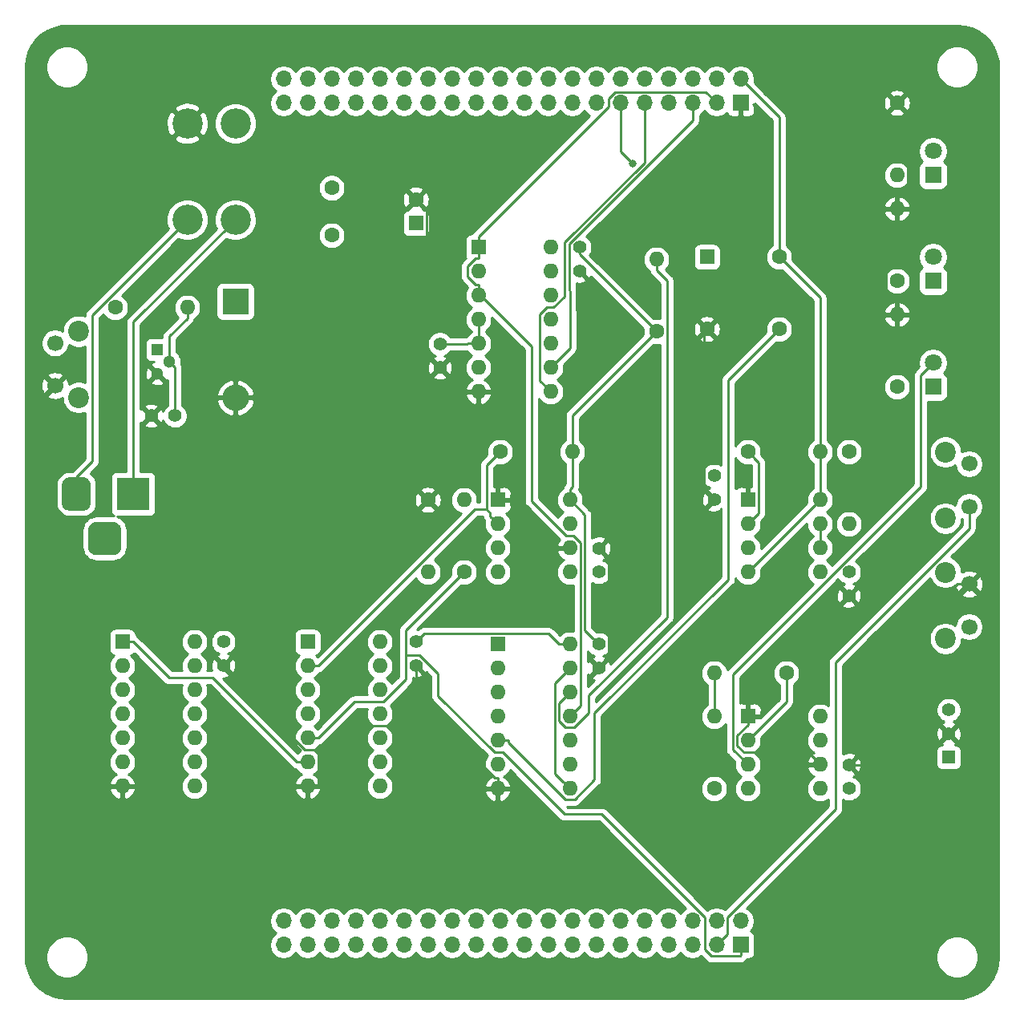
<source format=gbl>
G04 #@! TF.GenerationSoftware,KiCad,Pcbnew,(5.1.5-0-10_14)*
G04 #@! TF.CreationDate,2020-04-21T21:14:11+02:00*
G04 #@! TF.ProjectId,Power-Clock,506f7765-722d-4436-9c6f-636b2e6b6963,rev?*
G04 #@! TF.SameCoordinates,Original*
G04 #@! TF.FileFunction,Copper,L2,Bot*
G04 #@! TF.FilePolarity,Positive*
%FSLAX46Y46*%
G04 Gerber Fmt 4.6, Leading zero omitted, Abs format (unit mm)*
G04 Created by KiCad (PCBNEW (5.1.5-0-10_14)) date 2020-04-21 21:14:11*
%MOMM*%
%LPD*%
G04 APERTURE LIST*
%ADD10C,3.200000*%
%ADD11C,1.800000*%
%ADD12R,1.800000X1.800000*%
%ADD13O,1.600000X1.600000*%
%ADD14R,1.600000X1.600000*%
%ADD15R,1.300000X1.300000*%
%ADD16C,1.300000*%
%ADD17C,1.700000*%
%ADD18C,2.200000*%
%ADD19C,1.400000*%
%ADD20R,1.400000X1.400000*%
%ADD21C,1.600000*%
%ADD22O,1.700000X1.700000*%
%ADD23R,1.700000X1.700000*%
%ADD24C,0.100000*%
%ADD25R,3.500000X3.500000*%
%ADD26R,2.800000X2.800000*%
%ADD27O,2.800000X2.800000*%
%ADD28C,0.800000*%
%ADD29C,0.250000*%
%ADD30C,0.254000*%
G04 APERTURE END LIST*
D10*
X49530000Y-37719000D03*
X49530000Y-47879000D03*
X44450000Y-37719000D03*
X44450000Y-47879000D03*
D11*
X123190000Y-62992000D03*
D12*
X123190000Y-65532000D03*
D11*
X123190000Y-51816000D03*
D12*
X123190000Y-54356000D03*
D13*
X84836000Y-92710000D03*
X77216000Y-107950000D03*
X84836000Y-95250000D03*
X77216000Y-105410000D03*
X84836000Y-97790000D03*
X77216000Y-102870000D03*
X84836000Y-100330000D03*
X77216000Y-100330000D03*
X84836000Y-102870000D03*
X77216000Y-97790000D03*
X84836000Y-105410000D03*
X77216000Y-95250000D03*
X84836000Y-107950000D03*
D14*
X77216000Y-92710000D03*
D15*
X41275000Y-61595000D03*
D16*
X41275000Y-64135000D03*
X42545000Y-62865000D03*
D13*
X84836000Y-77470000D03*
X77216000Y-85090000D03*
X84836000Y-80010000D03*
X77216000Y-82550000D03*
X84836000Y-82550000D03*
X77216000Y-80010000D03*
X84836000Y-85090000D03*
D14*
X77216000Y-77470000D03*
D13*
X64770000Y-92456000D03*
X57150000Y-107696000D03*
X64770000Y-94996000D03*
X57150000Y-105156000D03*
X64770000Y-97536000D03*
X57150000Y-102616000D03*
X64770000Y-100076000D03*
X57150000Y-100076000D03*
X64770000Y-102616000D03*
X57150000Y-97536000D03*
X64770000Y-105156000D03*
X57150000Y-94996000D03*
X64770000Y-107696000D03*
D14*
X57150000Y-92456000D03*
D13*
X111252000Y-77470000D03*
X103632000Y-85090000D03*
X111252000Y-80010000D03*
X103632000Y-82550000D03*
X111252000Y-82550000D03*
X103632000Y-80010000D03*
X111252000Y-85090000D03*
D14*
X103632000Y-77470000D03*
D17*
X30480000Y-65405000D03*
X30480000Y-60905000D03*
D18*
X32980000Y-66655000D03*
X32980000Y-59655000D03*
D19*
X124841000Y-99648000D03*
X124841000Y-102148000D03*
D20*
X124841000Y-104648000D03*
D17*
X127000000Y-73660000D03*
X127000000Y-78160000D03*
D18*
X124500000Y-72410000D03*
X124500000Y-79410000D03*
D17*
X127000000Y-86360000D03*
X127000000Y-90860000D03*
D18*
X124500000Y-85110000D03*
X124500000Y-92110000D03*
D13*
X100076000Y-100330000D03*
D21*
X100076000Y-107950000D03*
D22*
X54610000Y-121920000D03*
X54610000Y-124460000D03*
X57150000Y-121920000D03*
X57150000Y-124460000D03*
X59690000Y-121920000D03*
X59690000Y-124460000D03*
X62230000Y-121920000D03*
X62230000Y-124460000D03*
X64770000Y-121920000D03*
X64770000Y-124460000D03*
X67310000Y-121920000D03*
X67310000Y-124460000D03*
X69850000Y-121920000D03*
X69850000Y-124460000D03*
X72390000Y-121920000D03*
X72390000Y-124460000D03*
X74930000Y-121920000D03*
X74930000Y-124460000D03*
X77470000Y-121920000D03*
X77470000Y-124460000D03*
X80010000Y-121920000D03*
X80010000Y-124460000D03*
X82550000Y-121920000D03*
X82550000Y-124460000D03*
X85090000Y-121920000D03*
X85090000Y-124460000D03*
X87630000Y-121920000D03*
X87630000Y-124460000D03*
X90170000Y-121920000D03*
X90170000Y-124460000D03*
X92710000Y-121920000D03*
X92710000Y-124460000D03*
X95250000Y-121920000D03*
X95250000Y-124460000D03*
X97790000Y-121920000D03*
X97790000Y-124460000D03*
X100330000Y-121920000D03*
X100330000Y-124460000D03*
X102870000Y-121920000D03*
D23*
X102870000Y-124460000D03*
D22*
X54610000Y-33020000D03*
X54610000Y-35560000D03*
X57150000Y-33020000D03*
X57150000Y-35560000D03*
X59690000Y-33020000D03*
X59690000Y-35560000D03*
X62230000Y-33020000D03*
X62230000Y-35560000D03*
X64770000Y-33020000D03*
X64770000Y-35560000D03*
X67310000Y-33020000D03*
X67310000Y-35560000D03*
X69850000Y-33020000D03*
X69850000Y-35560000D03*
X72390000Y-33020000D03*
X72390000Y-35560000D03*
X74930000Y-33020000D03*
X74930000Y-35560000D03*
X77470000Y-33020000D03*
X77470000Y-35560000D03*
X80010000Y-33020000D03*
X80010000Y-35560000D03*
X82550000Y-33020000D03*
X82550000Y-35560000D03*
X85090000Y-33020000D03*
X85090000Y-35560000D03*
X87630000Y-33020000D03*
X87630000Y-35560000D03*
X90170000Y-33020000D03*
X90170000Y-35560000D03*
X92710000Y-33020000D03*
X92710000Y-35560000D03*
X95250000Y-33020000D03*
X95250000Y-35560000D03*
X97790000Y-33020000D03*
X97790000Y-35560000D03*
X100330000Y-33020000D03*
X100330000Y-35560000D03*
X102870000Y-33020000D03*
D23*
X102870000Y-35560000D03*
G04 #@! TA.AperFunction,ComponentPad*
D24*
G36*
X36695765Y-79789213D02*
G01*
X36780704Y-79801813D01*
X36863999Y-79822677D01*
X36944848Y-79851605D01*
X37022472Y-79888319D01*
X37096124Y-79932464D01*
X37165094Y-79983616D01*
X37228718Y-80041282D01*
X37286384Y-80104906D01*
X37337536Y-80173876D01*
X37381681Y-80247528D01*
X37418395Y-80325152D01*
X37447323Y-80406001D01*
X37468187Y-80489296D01*
X37480787Y-80574235D01*
X37485000Y-80660000D01*
X37485000Y-82410000D01*
X37480787Y-82495765D01*
X37468187Y-82580704D01*
X37447323Y-82663999D01*
X37418395Y-82744848D01*
X37381681Y-82822472D01*
X37337536Y-82896124D01*
X37286384Y-82965094D01*
X37228718Y-83028718D01*
X37165094Y-83086384D01*
X37096124Y-83137536D01*
X37022472Y-83181681D01*
X36944848Y-83218395D01*
X36863999Y-83247323D01*
X36780704Y-83268187D01*
X36695765Y-83280787D01*
X36610000Y-83285000D01*
X34860000Y-83285000D01*
X34774235Y-83280787D01*
X34689296Y-83268187D01*
X34606001Y-83247323D01*
X34525152Y-83218395D01*
X34447528Y-83181681D01*
X34373876Y-83137536D01*
X34304906Y-83086384D01*
X34241282Y-83028718D01*
X34183616Y-82965094D01*
X34132464Y-82896124D01*
X34088319Y-82822472D01*
X34051605Y-82744848D01*
X34022677Y-82663999D01*
X34001813Y-82580704D01*
X33989213Y-82495765D01*
X33985000Y-82410000D01*
X33985000Y-80660000D01*
X33989213Y-80574235D01*
X34001813Y-80489296D01*
X34022677Y-80406001D01*
X34051605Y-80325152D01*
X34088319Y-80247528D01*
X34132464Y-80173876D01*
X34183616Y-80104906D01*
X34241282Y-80041282D01*
X34304906Y-79983616D01*
X34373876Y-79932464D01*
X34447528Y-79888319D01*
X34525152Y-79851605D01*
X34606001Y-79822677D01*
X34689296Y-79801813D01*
X34774235Y-79789213D01*
X34860000Y-79785000D01*
X36610000Y-79785000D01*
X36695765Y-79789213D01*
G37*
G04 #@! TD.AperFunction*
G04 #@! TA.AperFunction,ComponentPad*
G36*
X33558513Y-75088611D02*
G01*
X33631318Y-75099411D01*
X33702714Y-75117295D01*
X33772013Y-75142090D01*
X33838548Y-75173559D01*
X33901678Y-75211398D01*
X33960795Y-75255242D01*
X34015330Y-75304670D01*
X34064758Y-75359205D01*
X34108602Y-75418322D01*
X34146441Y-75481452D01*
X34177910Y-75547987D01*
X34202705Y-75617286D01*
X34220589Y-75688682D01*
X34231389Y-75761487D01*
X34235000Y-75835000D01*
X34235000Y-77835000D01*
X34231389Y-77908513D01*
X34220589Y-77981318D01*
X34202705Y-78052714D01*
X34177910Y-78122013D01*
X34146441Y-78188548D01*
X34108602Y-78251678D01*
X34064758Y-78310795D01*
X34015330Y-78365330D01*
X33960795Y-78414758D01*
X33901678Y-78458602D01*
X33838548Y-78496441D01*
X33772013Y-78527910D01*
X33702714Y-78552705D01*
X33631318Y-78570589D01*
X33558513Y-78581389D01*
X33485000Y-78585000D01*
X31985000Y-78585000D01*
X31911487Y-78581389D01*
X31838682Y-78570589D01*
X31767286Y-78552705D01*
X31697987Y-78527910D01*
X31631452Y-78496441D01*
X31568322Y-78458602D01*
X31509205Y-78414758D01*
X31454670Y-78365330D01*
X31405242Y-78310795D01*
X31361398Y-78251678D01*
X31323559Y-78188548D01*
X31292090Y-78122013D01*
X31267295Y-78052714D01*
X31249411Y-77981318D01*
X31238611Y-77908513D01*
X31235000Y-77835000D01*
X31235000Y-75835000D01*
X31238611Y-75761487D01*
X31249411Y-75688682D01*
X31267295Y-75617286D01*
X31292090Y-75547987D01*
X31323559Y-75481452D01*
X31361398Y-75418322D01*
X31405242Y-75359205D01*
X31454670Y-75304670D01*
X31509205Y-75255242D01*
X31568322Y-75211398D01*
X31631452Y-75173559D01*
X31697987Y-75142090D01*
X31767286Y-75117295D01*
X31838682Y-75099411D01*
X31911487Y-75088611D01*
X31985000Y-75085000D01*
X33485000Y-75085000D01*
X33558513Y-75088611D01*
G37*
G04 #@! TD.AperFunction*
D25*
X38735000Y-76835000D03*
D21*
X59690000Y-44530000D03*
X59690000Y-49530000D03*
D11*
X123190000Y-40640000D03*
D12*
X123190000Y-43180000D03*
D19*
X71120000Y-61000000D03*
X71120000Y-63500000D03*
X43140000Y-68580000D03*
X40640000Y-68580000D03*
X87884000Y-82590000D03*
X87884000Y-85090000D03*
D21*
X68580000Y-45760000D03*
D14*
X68580000Y-48260000D03*
D19*
X100076000Y-77430000D03*
X100076000Y-74930000D03*
X114300000Y-87590000D03*
X114300000Y-85090000D03*
D14*
X99314000Y-51816000D03*
D21*
X106934000Y-51816000D03*
X106934000Y-59436000D03*
X99314000Y-59436000D03*
D19*
X85852000Y-50800000D03*
X85852000Y-53300000D03*
X114300000Y-105450000D03*
X114300000Y-107950000D03*
X48260000Y-92456000D03*
X48260000Y-94956000D03*
X68580000Y-94956000D03*
X68580000Y-92456000D03*
X87884000Y-92710000D03*
X87884000Y-95210000D03*
D13*
X82804000Y-50800000D03*
X75184000Y-66040000D03*
X82804000Y-53340000D03*
X75184000Y-63500000D03*
X82804000Y-55880000D03*
X75184000Y-60960000D03*
X82804000Y-58420000D03*
X75184000Y-58420000D03*
X82804000Y-60960000D03*
X75184000Y-55880000D03*
X82804000Y-63500000D03*
X75184000Y-53340000D03*
X82804000Y-66040000D03*
D14*
X75184000Y-50800000D03*
X37592000Y-92456000D03*
D13*
X45212000Y-107696000D03*
X37592000Y-94996000D03*
X45212000Y-105156000D03*
X37592000Y-97536000D03*
X45212000Y-102616000D03*
X37592000Y-100076000D03*
X45212000Y-100076000D03*
X37592000Y-102616000D03*
X45212000Y-97536000D03*
X37592000Y-105156000D03*
X45212000Y-94996000D03*
X37592000Y-107696000D03*
X45212000Y-92456000D03*
X111252000Y-100330000D03*
X103632000Y-107950000D03*
X111252000Y-102870000D03*
X103632000Y-105410000D03*
X111252000Y-105410000D03*
X103632000Y-102870000D03*
X111252000Y-107950000D03*
D14*
X103632000Y-100330000D03*
D13*
X44450000Y-57150000D03*
D21*
X36830000Y-57150000D03*
X77470000Y-72390000D03*
D13*
X85090000Y-72390000D03*
X119380000Y-46736000D03*
D21*
X119380000Y-54356000D03*
X107696000Y-95758000D03*
D13*
X100076000Y-95758000D03*
X73660000Y-77470000D03*
D21*
X73660000Y-85090000D03*
X119380000Y-65532000D03*
D13*
X119380000Y-57912000D03*
X69850000Y-85090000D03*
D21*
X69850000Y-77470000D03*
X93980000Y-59690000D03*
D13*
X93980000Y-52070000D03*
X119380000Y-43180000D03*
D21*
X119380000Y-35560000D03*
D26*
X49530000Y-56515000D03*
D27*
X49530000Y-66675000D03*
D13*
X114300000Y-80010000D03*
D21*
X114300000Y-72390000D03*
X103632000Y-72390000D03*
D13*
X111252000Y-72390000D03*
D28*
X91467400Y-41995900D03*
D29*
X75184000Y-55705300D02*
X80773500Y-61294800D01*
X80773500Y-61294800D02*
X80773500Y-77573800D01*
X80773500Y-77573800D02*
X84479700Y-81280000D01*
X84479700Y-81280000D02*
X85220600Y-81280000D01*
X85220600Y-81280000D02*
X85961300Y-82020700D01*
X75184000Y-55705300D02*
X75184000Y-55530600D01*
X75184000Y-55880000D02*
X75184000Y-55705300D01*
X75184000Y-50800000D02*
X75184000Y-51925300D01*
X75184000Y-55317300D02*
X75184000Y-54754700D01*
X75184000Y-55317300D02*
X75184000Y-55530600D01*
X75184000Y-51925300D02*
X74902600Y-51925300D01*
X74902600Y-51925300D02*
X74058700Y-52769200D01*
X74058700Y-52769200D02*
X74058700Y-53910800D01*
X74058700Y-53910800D02*
X74902600Y-54754700D01*
X74902600Y-54754700D02*
X75184000Y-54754700D01*
X88900000Y-35958700D02*
X75184000Y-49674700D01*
X88900000Y-35090998D02*
X88900000Y-35958700D01*
X75184000Y-49674700D02*
X75184000Y-50800000D01*
X89605999Y-34384999D02*
X88900000Y-35090998D01*
X99154999Y-34384999D02*
X89605999Y-34384999D01*
X100330000Y-35560000D02*
X99154999Y-34384999D01*
X85979000Y-99187000D02*
X85979000Y-82042000D01*
X84836000Y-100330000D02*
X85979000Y-99187000D01*
X85961300Y-82020700D02*
X85979000Y-82042000D01*
X107696000Y-98806000D02*
X107696000Y-95758000D01*
X103632000Y-102870000D02*
X107696000Y-98806000D01*
X103632000Y-105410000D02*
X102041300Y-103819300D01*
X102041300Y-103819300D02*
X102041300Y-95898500D01*
X102041300Y-95898500D02*
X121875400Y-76064400D01*
X121875400Y-76064400D02*
X121875400Y-64306600D01*
X121875400Y-64306600D02*
X123190000Y-62992000D01*
X99060000Y-124922700D02*
X99060000Y-121503100D01*
X99060000Y-121503100D02*
X88217100Y-110660200D01*
X88217100Y-110660200D02*
X84266400Y-110660200D01*
X84266400Y-110660200D02*
X77746200Y-104140000D01*
X77746200Y-104140000D02*
X76882200Y-104140000D01*
X76882200Y-104140000D02*
X70911000Y-98168800D01*
X70911000Y-98168800D02*
X70911000Y-95800200D01*
X70911000Y-95800200D02*
X68993800Y-93883000D01*
X68993800Y-93883000D02*
X67529200Y-93883000D01*
X67529200Y-93883000D02*
X67529200Y-96418100D01*
X67529200Y-96418100D02*
X65141300Y-98806000D01*
X65141300Y-98806000D02*
X62085300Y-98806000D01*
X62085300Y-98806000D02*
X58275300Y-102616000D01*
X73660000Y-85090000D02*
X67529200Y-91220800D01*
X67529200Y-91220800D02*
X67529200Y-93883000D01*
X57150000Y-102616000D02*
X58275300Y-102616000D01*
X102786150Y-125643850D02*
X99781150Y-125643850D01*
X102870000Y-124460000D02*
X102870000Y-125560000D01*
X102870000Y-125560000D02*
X102786150Y-125643850D01*
X99781150Y-125643850D02*
X99060000Y-124922700D01*
X97790000Y-35560000D02*
X97790000Y-37393700D01*
X97790000Y-37393700D02*
X84780600Y-50403100D01*
X84836000Y-61468000D02*
X84836000Y-60325000D01*
X82804000Y-63500000D02*
X84836000Y-61468000D01*
X84780600Y-50403100D02*
X84836000Y-60325000D01*
X100330000Y-124460000D02*
X101505001Y-123284999D01*
X112866700Y-94609500D02*
X127000000Y-80476200D01*
X127000000Y-80476200D02*
X127000000Y-78160000D01*
X112903000Y-110109000D02*
X112866700Y-94609500D01*
X101505001Y-121506999D02*
X112903000Y-110109000D01*
X101505001Y-123284999D02*
X101505001Y-121506999D01*
X68580000Y-98470000D02*
X76934700Y-106824700D01*
X76934700Y-106824700D02*
X77216000Y-106824700D01*
X68580000Y-94956000D02*
X68580000Y-98470000D01*
X58275300Y-104030800D02*
X60960100Y-101346000D01*
X60960100Y-101346000D02*
X65704000Y-101346000D01*
X65704000Y-101346000D02*
X68580000Y-98470000D01*
X58275300Y-104030800D02*
X58130500Y-103886000D01*
X58130500Y-103886000D02*
X56811800Y-103886000D01*
X56811800Y-103886000D02*
X48260000Y-95334200D01*
X48260000Y-95334200D02*
X48260000Y-94956000D01*
X58275300Y-107696000D02*
X58275300Y-104030800D01*
X77216000Y-107950000D02*
X77216000Y-106824700D01*
X57150000Y-107696000D02*
X58275300Y-107696000D01*
X114300000Y-105450000D02*
X121539000Y-105450000D01*
X121539000Y-105450000D02*
X124841000Y-102148000D01*
X69705300Y-62085300D02*
X71120000Y-63500000D01*
X68580000Y-45760000D02*
X69705300Y-46885300D01*
X69705300Y-46885300D02*
X69705300Y-62085300D01*
X49530000Y-66675000D02*
X65115600Y-66675000D01*
X65115600Y-66675000D02*
X69705300Y-62085300D01*
X100076000Y-77430000D02*
X99050600Y-76404600D01*
X99050600Y-76404600D02*
X99050600Y-59699400D01*
X99050600Y-59699400D02*
X99314000Y-59436000D01*
X87884000Y-82590000D02*
X88909400Y-83615400D01*
X88909400Y-83615400D02*
X88909400Y-94184600D01*
X88909400Y-94184600D02*
X87884000Y-95210000D01*
X84836000Y-82550000D02*
X83710700Y-82550000D01*
X77216000Y-77470000D02*
X78630700Y-77470000D01*
X78630700Y-77470000D02*
X83710700Y-82550000D01*
X119380000Y-46736000D02*
X119380000Y-45610700D01*
X119380000Y-35560000D02*
X120505300Y-36685300D01*
X120505300Y-36685300D02*
X120505300Y-44485400D01*
X120505300Y-44485400D02*
X119380000Y-45610700D01*
X119380000Y-46736000D02*
X119380000Y-47861300D01*
X119380000Y-57912000D02*
X119380000Y-56786700D01*
X119380000Y-56786700D02*
X118254700Y-55661400D01*
X118254700Y-55661400D02*
X118254700Y-48986600D01*
X118254700Y-48986600D02*
X119380000Y-47861300D01*
X127000000Y-86360000D02*
X125797919Y-86360000D01*
X125797919Y-86360000D02*
X122047000Y-90110919D01*
X122047000Y-99354000D02*
X124841000Y-102148000D01*
X122047000Y-90110919D02*
X122047000Y-99354000D01*
X102506999Y-102329999D02*
X102506999Y-103410001D01*
X103632000Y-101204998D02*
X102506999Y-102329999D01*
X103632000Y-100330000D02*
X103632000Y-101204998D01*
X109982000Y-104140000D02*
X103251000Y-104140000D01*
X111252000Y-105410000D02*
X109982000Y-104140000D01*
X102506999Y-103410001D02*
X103251000Y-104140000D01*
X111252000Y-82550000D02*
X111252000Y-80010000D01*
X106934000Y-51816000D02*
X111252000Y-56134000D01*
X111252000Y-56134000D02*
X111252000Y-72390000D01*
X93980000Y-59690000D02*
X85852000Y-51562000D01*
X85852000Y-51562000D02*
X85852000Y-50800000D01*
X42545000Y-62865000D02*
X43140000Y-63460000D01*
X43140000Y-63460000D02*
X43140000Y-68580000D01*
X42545000Y-62865000D02*
X42545000Y-60180300D01*
X42545000Y-60180300D02*
X44450000Y-58275300D01*
X111252000Y-72390000D02*
X111252000Y-73515300D01*
X100076000Y-100330000D02*
X100076000Y-95758000D01*
X84836000Y-77470000D02*
X84836000Y-76344700D01*
X85090000Y-72390000D02*
X85090000Y-76090700D01*
X85090000Y-76090700D02*
X84836000Y-76344700D01*
X93980000Y-59690000D02*
X85090000Y-68580000D01*
X85090000Y-68580000D02*
X85090000Y-72390000D01*
X84836000Y-92710000D02*
X83710700Y-92710000D01*
X83710700Y-92710000D02*
X82585300Y-91584600D01*
X82585300Y-91584600D02*
X69451400Y-91584600D01*
X69451400Y-91584600D02*
X68580000Y-92456000D01*
X44450000Y-57150000D02*
X44450000Y-58275300D01*
X106934000Y-37084000D02*
X106934000Y-37973000D01*
X102870000Y-33020000D02*
X106934000Y-37084000D01*
X106934000Y-37973000D02*
X106934000Y-51816000D01*
X86429010Y-91255010D02*
X87184001Y-92010001D01*
X86429010Y-79063010D02*
X86429010Y-91255010D01*
X87184001Y-92010001D02*
X87884000Y-92710000D01*
X84836000Y-77470000D02*
X86429010Y-79063010D01*
X111252000Y-72390000D02*
X111252000Y-77470000D01*
X111252000Y-77470000D02*
X103632000Y-85090000D01*
X75184000Y-60960000D02*
X74058700Y-60960000D01*
X71120000Y-61000000D02*
X74018700Y-61000000D01*
X74018700Y-61000000D02*
X74058700Y-60960000D01*
X75184000Y-58420000D02*
X75184000Y-60960000D01*
X34405400Y-57923600D02*
X44450000Y-47879000D01*
X34417000Y-73403000D02*
X34417000Y-71501000D01*
X32735000Y-76835000D02*
X32735000Y-75085000D01*
X32735000Y-75085000D02*
X34417000Y-73403000D01*
X34417000Y-71501000D02*
X34405400Y-57923600D01*
X38735000Y-76835000D02*
X38735000Y-58674000D01*
X38735000Y-58674000D02*
X49530000Y-47879000D01*
X90170000Y-35560000D02*
X90170000Y-40698500D01*
X90170000Y-40698500D02*
X91467400Y-41995900D01*
X93980000Y-52070000D02*
X93980000Y-53195300D01*
X93980000Y-53195300D02*
X95124400Y-54339700D01*
X95124400Y-54339700D02*
X95124400Y-89834600D01*
X95124400Y-89834600D02*
X86845000Y-98114000D01*
X86845000Y-98114000D02*
X86845000Y-99954600D01*
X86845000Y-99954600D02*
X85332600Y-101467000D01*
X85332600Y-101467000D02*
X84340000Y-101467000D01*
X84340000Y-101467000D02*
X83709400Y-100836400D01*
X83709400Y-100836400D02*
X83709400Y-98916600D01*
X83709400Y-98916600D02*
X84836000Y-97790000D01*
X92710000Y-35560000D02*
X92710000Y-41836800D01*
X92710000Y-41836800D02*
X84289100Y-50257700D01*
X84289100Y-50257700D02*
X84289100Y-55992400D01*
X84289100Y-55992400D02*
X83131500Y-57150000D01*
X83131500Y-57150000D02*
X82405000Y-57150000D01*
X82405000Y-57150000D02*
X81678700Y-57876300D01*
X81661000Y-64897000D02*
X81661000Y-63246000D01*
X82804000Y-66040000D02*
X81661000Y-64897000D01*
X81678700Y-57876300D02*
X81661000Y-63246000D01*
X104431999Y-73189999D02*
X103632000Y-72390000D01*
X104757001Y-73515001D02*
X104431999Y-73189999D01*
X104757001Y-78884999D02*
X104757001Y-73515001D01*
X103632000Y-80010000D02*
X104757001Y-78884999D01*
X57150000Y-94996000D02*
X58275300Y-94996000D01*
X76090700Y-78462800D02*
X74808500Y-78462800D01*
X74808500Y-78462800D02*
X58275300Y-94996000D01*
X77470000Y-72390000D02*
X76090700Y-73769300D01*
X76090700Y-73769300D02*
X76090700Y-78462800D01*
X76416001Y-78829001D02*
X76073000Y-78486000D01*
X76416001Y-79210001D02*
X76416001Y-78829001D01*
X77216000Y-80010000D02*
X76416001Y-79210001D01*
X76090700Y-78462800D02*
X76073000Y-78486000D01*
X57150000Y-105156000D02*
X56024700Y-105156000D01*
X37592000Y-92456000D02*
X38717300Y-92456000D01*
X38717300Y-92456000D02*
X42527300Y-96266000D01*
X42527300Y-96266000D02*
X47134700Y-96266000D01*
X47134700Y-96266000D02*
X56024700Y-105156000D01*
X84036001Y-107150001D02*
X84836000Y-107950000D01*
X83259390Y-106373390D02*
X84036001Y-107150001D01*
X83259390Y-96826610D02*
X83259390Y-106373390D01*
X84836000Y-95250000D02*
X83259390Y-96826610D01*
X77216000Y-102870000D02*
X78341300Y-102870000D01*
X106934000Y-59436000D02*
X101569700Y-64800300D01*
X101569700Y-64800300D02*
X101569700Y-85860200D01*
X101569700Y-85860200D02*
X87440400Y-99989500D01*
X87440400Y-99989500D02*
X87440400Y-106997800D01*
X87440400Y-106997800D02*
X85345600Y-109092600D01*
X85345600Y-109092600D02*
X84368300Y-109092600D01*
X84368300Y-109092600D02*
X78341300Y-103065600D01*
X78341300Y-103065600D02*
X78341300Y-102870000D01*
D30*
G36*
X126503358Y-27451842D02*
G01*
X127252277Y-27656723D01*
X127953072Y-27990986D01*
X128583605Y-28444069D01*
X129123934Y-29001645D01*
X129556989Y-29646099D01*
X129869073Y-30357044D01*
X130051640Y-31117493D01*
X130100000Y-31776031D01*
X130100001Y-125698371D01*
X130028158Y-126503359D01*
X129823277Y-127252277D01*
X129489013Y-127953075D01*
X129035931Y-128583605D01*
X128478354Y-129123935D01*
X127833901Y-129556989D01*
X127122956Y-129869073D01*
X126362506Y-130051640D01*
X125703968Y-130100000D01*
X31781618Y-130100000D01*
X30976641Y-130028158D01*
X30227723Y-129823277D01*
X29526925Y-129489013D01*
X28896395Y-129035931D01*
X28356065Y-128478354D01*
X27923011Y-127833901D01*
X27610927Y-127122956D01*
X27428360Y-126362506D01*
X27380000Y-125703968D01*
X27380000Y-125509872D01*
X29515000Y-125509872D01*
X29515000Y-125950128D01*
X29600890Y-126381925D01*
X29769369Y-126788669D01*
X30013962Y-127154729D01*
X30325271Y-127466038D01*
X30691331Y-127710631D01*
X31098075Y-127879110D01*
X31529872Y-127965000D01*
X31970128Y-127965000D01*
X32401925Y-127879110D01*
X32808669Y-127710631D01*
X33174729Y-127466038D01*
X33486038Y-127154729D01*
X33730631Y-126788669D01*
X33899110Y-126381925D01*
X33985000Y-125950128D01*
X33985000Y-125509872D01*
X33899110Y-125078075D01*
X33730631Y-124671331D01*
X33486038Y-124305271D01*
X33174729Y-123993962D01*
X32808669Y-123749369D01*
X32401925Y-123580890D01*
X31970128Y-123495000D01*
X31529872Y-123495000D01*
X31098075Y-123580890D01*
X30691331Y-123749369D01*
X30325271Y-123993962D01*
X30013962Y-124305271D01*
X29769369Y-124671331D01*
X29600890Y-125078075D01*
X29515000Y-125509872D01*
X27380000Y-125509872D01*
X27380000Y-108045039D01*
X36200096Y-108045039D01*
X36240754Y-108179087D01*
X36360963Y-108433420D01*
X36528481Y-108659414D01*
X36736869Y-108848385D01*
X36978119Y-108993070D01*
X37242960Y-109087909D01*
X37465000Y-108966624D01*
X37465000Y-107823000D01*
X37719000Y-107823000D01*
X37719000Y-108966624D01*
X37941040Y-109087909D01*
X38205881Y-108993070D01*
X38447131Y-108848385D01*
X38655519Y-108659414D01*
X38823037Y-108433420D01*
X38943246Y-108179087D01*
X38983904Y-108045039D01*
X38861915Y-107823000D01*
X37719000Y-107823000D01*
X37465000Y-107823000D01*
X36322085Y-107823000D01*
X36200096Y-108045039D01*
X27380000Y-108045039D01*
X27380000Y-91656000D01*
X36153928Y-91656000D01*
X36153928Y-93256000D01*
X36166188Y-93380482D01*
X36202498Y-93500180D01*
X36261463Y-93610494D01*
X36340815Y-93707185D01*
X36437506Y-93786537D01*
X36547820Y-93845502D01*
X36667518Y-93881812D01*
X36675961Y-93882643D01*
X36477363Y-94081241D01*
X36320320Y-94316273D01*
X36212147Y-94577426D01*
X36157000Y-94854665D01*
X36157000Y-95137335D01*
X36212147Y-95414574D01*
X36320320Y-95675727D01*
X36477363Y-95910759D01*
X36677241Y-96110637D01*
X36909759Y-96266000D01*
X36677241Y-96421363D01*
X36477363Y-96621241D01*
X36320320Y-96856273D01*
X36212147Y-97117426D01*
X36157000Y-97394665D01*
X36157000Y-97677335D01*
X36212147Y-97954574D01*
X36320320Y-98215727D01*
X36477363Y-98450759D01*
X36677241Y-98650637D01*
X36909759Y-98806000D01*
X36677241Y-98961363D01*
X36477363Y-99161241D01*
X36320320Y-99396273D01*
X36212147Y-99657426D01*
X36157000Y-99934665D01*
X36157000Y-100217335D01*
X36212147Y-100494574D01*
X36320320Y-100755727D01*
X36477363Y-100990759D01*
X36677241Y-101190637D01*
X36909759Y-101346000D01*
X36677241Y-101501363D01*
X36477363Y-101701241D01*
X36320320Y-101936273D01*
X36212147Y-102197426D01*
X36157000Y-102474665D01*
X36157000Y-102757335D01*
X36212147Y-103034574D01*
X36320320Y-103295727D01*
X36477363Y-103530759D01*
X36677241Y-103730637D01*
X36909759Y-103886000D01*
X36677241Y-104041363D01*
X36477363Y-104241241D01*
X36320320Y-104476273D01*
X36212147Y-104737426D01*
X36157000Y-105014665D01*
X36157000Y-105297335D01*
X36212147Y-105574574D01*
X36320320Y-105835727D01*
X36477363Y-106070759D01*
X36677241Y-106270637D01*
X36912273Y-106427680D01*
X36922865Y-106432067D01*
X36736869Y-106543615D01*
X36528481Y-106732586D01*
X36360963Y-106958580D01*
X36240754Y-107212913D01*
X36200096Y-107346961D01*
X36322085Y-107569000D01*
X37465000Y-107569000D01*
X37465000Y-107549000D01*
X37719000Y-107549000D01*
X37719000Y-107569000D01*
X38861915Y-107569000D01*
X38983904Y-107346961D01*
X38943246Y-107212913D01*
X38823037Y-106958580D01*
X38655519Y-106732586D01*
X38447131Y-106543615D01*
X38261135Y-106432067D01*
X38271727Y-106427680D01*
X38506759Y-106270637D01*
X38706637Y-106070759D01*
X38863680Y-105835727D01*
X38971853Y-105574574D01*
X39027000Y-105297335D01*
X39027000Y-105014665D01*
X38971853Y-104737426D01*
X38863680Y-104476273D01*
X38706637Y-104241241D01*
X38506759Y-104041363D01*
X38274241Y-103886000D01*
X38506759Y-103730637D01*
X38706637Y-103530759D01*
X38863680Y-103295727D01*
X38971853Y-103034574D01*
X39027000Y-102757335D01*
X39027000Y-102474665D01*
X38971853Y-102197426D01*
X38863680Y-101936273D01*
X38706637Y-101701241D01*
X38506759Y-101501363D01*
X38274241Y-101346000D01*
X38506759Y-101190637D01*
X38706637Y-100990759D01*
X38863680Y-100755727D01*
X38971853Y-100494574D01*
X39027000Y-100217335D01*
X39027000Y-99934665D01*
X38971853Y-99657426D01*
X38863680Y-99396273D01*
X38706637Y-99161241D01*
X38506759Y-98961363D01*
X38274241Y-98806000D01*
X38506759Y-98650637D01*
X38706637Y-98450759D01*
X38863680Y-98215727D01*
X38971853Y-97954574D01*
X39027000Y-97677335D01*
X39027000Y-97394665D01*
X38971853Y-97117426D01*
X38863680Y-96856273D01*
X38706637Y-96621241D01*
X38506759Y-96421363D01*
X38274241Y-96266000D01*
X38506759Y-96110637D01*
X38706637Y-95910759D01*
X38863680Y-95675727D01*
X38971853Y-95414574D01*
X39027000Y-95137335D01*
X39027000Y-94854665D01*
X38971853Y-94577426D01*
X38863680Y-94316273D01*
X38706637Y-94081241D01*
X38508039Y-93882643D01*
X38516482Y-93881812D01*
X38636180Y-93845502D01*
X38746494Y-93786537D01*
X38843185Y-93707185D01*
X38865948Y-93679449D01*
X41963500Y-96777002D01*
X41987299Y-96806001D01*
X42103024Y-96900974D01*
X42235053Y-96971546D01*
X42378314Y-97015003D01*
X42489967Y-97026000D01*
X42489975Y-97026000D01*
X42527300Y-97029676D01*
X42564625Y-97026000D01*
X43870017Y-97026000D01*
X43832147Y-97117426D01*
X43777000Y-97394665D01*
X43777000Y-97677335D01*
X43832147Y-97954574D01*
X43940320Y-98215727D01*
X44097363Y-98450759D01*
X44297241Y-98650637D01*
X44529759Y-98806000D01*
X44297241Y-98961363D01*
X44097363Y-99161241D01*
X43940320Y-99396273D01*
X43832147Y-99657426D01*
X43777000Y-99934665D01*
X43777000Y-100217335D01*
X43832147Y-100494574D01*
X43940320Y-100755727D01*
X44097363Y-100990759D01*
X44297241Y-101190637D01*
X44529759Y-101346000D01*
X44297241Y-101501363D01*
X44097363Y-101701241D01*
X43940320Y-101936273D01*
X43832147Y-102197426D01*
X43777000Y-102474665D01*
X43777000Y-102757335D01*
X43832147Y-103034574D01*
X43940320Y-103295727D01*
X44097363Y-103530759D01*
X44297241Y-103730637D01*
X44529759Y-103886000D01*
X44297241Y-104041363D01*
X44097363Y-104241241D01*
X43940320Y-104476273D01*
X43832147Y-104737426D01*
X43777000Y-105014665D01*
X43777000Y-105297335D01*
X43832147Y-105574574D01*
X43940320Y-105835727D01*
X44097363Y-106070759D01*
X44297241Y-106270637D01*
X44529759Y-106426000D01*
X44297241Y-106581363D01*
X44097363Y-106781241D01*
X43940320Y-107016273D01*
X43832147Y-107277426D01*
X43777000Y-107554665D01*
X43777000Y-107837335D01*
X43832147Y-108114574D01*
X43940320Y-108375727D01*
X44097363Y-108610759D01*
X44297241Y-108810637D01*
X44532273Y-108967680D01*
X44793426Y-109075853D01*
X45070665Y-109131000D01*
X45353335Y-109131000D01*
X45630574Y-109075853D01*
X45891727Y-108967680D01*
X46126759Y-108810637D01*
X46326637Y-108610759D01*
X46483680Y-108375727D01*
X46591853Y-108114574D01*
X46605684Y-108045039D01*
X55758096Y-108045039D01*
X55798754Y-108179087D01*
X55918963Y-108433420D01*
X56086481Y-108659414D01*
X56294869Y-108848385D01*
X56536119Y-108993070D01*
X56800960Y-109087909D01*
X57023000Y-108966624D01*
X57023000Y-107823000D01*
X57277000Y-107823000D01*
X57277000Y-108966624D01*
X57499040Y-109087909D01*
X57763881Y-108993070D01*
X58005131Y-108848385D01*
X58213519Y-108659414D01*
X58381037Y-108433420D01*
X58501246Y-108179087D01*
X58541904Y-108045039D01*
X58419915Y-107823000D01*
X57277000Y-107823000D01*
X57023000Y-107823000D01*
X55880085Y-107823000D01*
X55758096Y-108045039D01*
X46605684Y-108045039D01*
X46647000Y-107837335D01*
X46647000Y-107554665D01*
X46591853Y-107277426D01*
X46483680Y-107016273D01*
X46326637Y-106781241D01*
X46126759Y-106581363D01*
X45894241Y-106426000D01*
X46126759Y-106270637D01*
X46326637Y-106070759D01*
X46483680Y-105835727D01*
X46591853Y-105574574D01*
X46647000Y-105297335D01*
X46647000Y-105014665D01*
X46591853Y-104737426D01*
X46483680Y-104476273D01*
X46326637Y-104241241D01*
X46126759Y-104041363D01*
X45894241Y-103886000D01*
X46126759Y-103730637D01*
X46326637Y-103530759D01*
X46483680Y-103295727D01*
X46591853Y-103034574D01*
X46647000Y-102757335D01*
X46647000Y-102474665D01*
X46591853Y-102197426D01*
X46483680Y-101936273D01*
X46326637Y-101701241D01*
X46126759Y-101501363D01*
X45894241Y-101346000D01*
X46126759Y-101190637D01*
X46326637Y-100990759D01*
X46483680Y-100755727D01*
X46591853Y-100494574D01*
X46647000Y-100217335D01*
X46647000Y-99934665D01*
X46591853Y-99657426D01*
X46483680Y-99396273D01*
X46326637Y-99161241D01*
X46126759Y-98961363D01*
X45894241Y-98806000D01*
X46126759Y-98650637D01*
X46326637Y-98450759D01*
X46483680Y-98215727D01*
X46591853Y-97954574D01*
X46647000Y-97677335D01*
X46647000Y-97394665D01*
X46591853Y-97117426D01*
X46553983Y-97026000D01*
X46819899Y-97026000D01*
X55460901Y-105667003D01*
X55484699Y-105696001D01*
X55513697Y-105719799D01*
X55600424Y-105790974D01*
X55732453Y-105861546D01*
X55875714Y-105905003D01*
X55928053Y-105910158D01*
X56035363Y-106070759D01*
X56235241Y-106270637D01*
X56470273Y-106427680D01*
X56480865Y-106432067D01*
X56294869Y-106543615D01*
X56086481Y-106732586D01*
X55918963Y-106958580D01*
X55798754Y-107212913D01*
X55758096Y-107346961D01*
X55880085Y-107569000D01*
X57023000Y-107569000D01*
X57023000Y-107549000D01*
X57277000Y-107549000D01*
X57277000Y-107569000D01*
X58419915Y-107569000D01*
X58541904Y-107346961D01*
X58501246Y-107212913D01*
X58381037Y-106958580D01*
X58213519Y-106732586D01*
X58005131Y-106543615D01*
X57819135Y-106432067D01*
X57829727Y-106427680D01*
X58064759Y-106270637D01*
X58264637Y-106070759D01*
X58421680Y-105835727D01*
X58529853Y-105574574D01*
X58585000Y-105297335D01*
X58585000Y-105014665D01*
X58529853Y-104737426D01*
X58421680Y-104476273D01*
X58264637Y-104241241D01*
X58064759Y-104041363D01*
X57832241Y-103886000D01*
X58064759Y-103730637D01*
X58264637Y-103530759D01*
X58371947Y-103370158D01*
X58424286Y-103365003D01*
X58567547Y-103321546D01*
X58699576Y-103250974D01*
X58815301Y-103156001D01*
X58839104Y-103126997D01*
X62400102Y-99566000D01*
X63428017Y-99566000D01*
X63390147Y-99657426D01*
X63335000Y-99934665D01*
X63335000Y-100217335D01*
X63390147Y-100494574D01*
X63498320Y-100755727D01*
X63655363Y-100990759D01*
X63855241Y-101190637D01*
X64087759Y-101346000D01*
X63855241Y-101501363D01*
X63655363Y-101701241D01*
X63498320Y-101936273D01*
X63390147Y-102197426D01*
X63335000Y-102474665D01*
X63335000Y-102757335D01*
X63390147Y-103034574D01*
X63498320Y-103295727D01*
X63655363Y-103530759D01*
X63855241Y-103730637D01*
X64087759Y-103886000D01*
X63855241Y-104041363D01*
X63655363Y-104241241D01*
X63498320Y-104476273D01*
X63390147Y-104737426D01*
X63335000Y-105014665D01*
X63335000Y-105297335D01*
X63390147Y-105574574D01*
X63498320Y-105835727D01*
X63655363Y-106070759D01*
X63855241Y-106270637D01*
X64087759Y-106426000D01*
X63855241Y-106581363D01*
X63655363Y-106781241D01*
X63498320Y-107016273D01*
X63390147Y-107277426D01*
X63335000Y-107554665D01*
X63335000Y-107837335D01*
X63390147Y-108114574D01*
X63498320Y-108375727D01*
X63655363Y-108610759D01*
X63855241Y-108810637D01*
X64090273Y-108967680D01*
X64351426Y-109075853D01*
X64628665Y-109131000D01*
X64911335Y-109131000D01*
X65188574Y-109075853D01*
X65449727Y-108967680D01*
X65684759Y-108810637D01*
X65884637Y-108610759D01*
X66041680Y-108375727D01*
X66073445Y-108299039D01*
X75824096Y-108299039D01*
X75864754Y-108433087D01*
X75984963Y-108687420D01*
X76152481Y-108913414D01*
X76360869Y-109102385D01*
X76602119Y-109247070D01*
X76866960Y-109341909D01*
X77089000Y-109220624D01*
X77089000Y-108077000D01*
X77343000Y-108077000D01*
X77343000Y-109220624D01*
X77565040Y-109341909D01*
X77829881Y-109247070D01*
X78071131Y-109102385D01*
X78279519Y-108913414D01*
X78447037Y-108687420D01*
X78567246Y-108433087D01*
X78607904Y-108299039D01*
X78485915Y-108077000D01*
X77343000Y-108077000D01*
X77089000Y-108077000D01*
X75946085Y-108077000D01*
X75824096Y-108299039D01*
X66073445Y-108299039D01*
X66149853Y-108114574D01*
X66205000Y-107837335D01*
X66205000Y-107554665D01*
X66149853Y-107277426D01*
X66041680Y-107016273D01*
X65884637Y-106781241D01*
X65684759Y-106581363D01*
X65452241Y-106426000D01*
X65684759Y-106270637D01*
X65884637Y-106070759D01*
X66041680Y-105835727D01*
X66149853Y-105574574D01*
X66205000Y-105297335D01*
X66205000Y-105014665D01*
X66149853Y-104737426D01*
X66041680Y-104476273D01*
X65884637Y-104241241D01*
X65684759Y-104041363D01*
X65452241Y-103886000D01*
X65684759Y-103730637D01*
X65884637Y-103530759D01*
X66041680Y-103295727D01*
X66149853Y-103034574D01*
X66205000Y-102757335D01*
X66205000Y-102474665D01*
X66149853Y-102197426D01*
X66041680Y-101936273D01*
X65884637Y-101701241D01*
X65684759Y-101501363D01*
X65452241Y-101346000D01*
X65684759Y-101190637D01*
X65884637Y-100990759D01*
X66041680Y-100755727D01*
X66149853Y-100494574D01*
X66205000Y-100217335D01*
X66205000Y-99934665D01*
X66149853Y-99657426D01*
X66041680Y-99396273D01*
X65884637Y-99161241D01*
X65872749Y-99149353D01*
X68040203Y-96981899D01*
X68069201Y-96958101D01*
X68164174Y-96842376D01*
X68234746Y-96710347D01*
X68278203Y-96567086D01*
X68289200Y-96455433D01*
X68292877Y-96418100D01*
X68289200Y-96380767D01*
X68289200Y-96259200D01*
X68391740Y-96284183D01*
X68654473Y-96295390D01*
X68914344Y-96255125D01*
X69161366Y-96164935D01*
X69262203Y-96111037D01*
X69321664Y-95877269D01*
X68580000Y-95135605D01*
X68565858Y-95149748D01*
X68386253Y-94970143D01*
X68400395Y-94956000D01*
X68386253Y-94941858D01*
X68565858Y-94762253D01*
X68580000Y-94776395D01*
X68594143Y-94762253D01*
X68773748Y-94941858D01*
X68759605Y-94956000D01*
X69501269Y-95697664D01*
X69686538Y-95650539D01*
X70151001Y-96115003D01*
X70151000Y-98131477D01*
X70147324Y-98168800D01*
X70151000Y-98206122D01*
X70151000Y-98206132D01*
X70161997Y-98317785D01*
X70198463Y-98437998D01*
X70205454Y-98461046D01*
X70276026Y-98593076D01*
X70315357Y-98641000D01*
X70370999Y-98708801D01*
X70400003Y-98732604D01*
X76132001Y-104464603D01*
X76101363Y-104495241D01*
X75944320Y-104730273D01*
X75836147Y-104991426D01*
X75781000Y-105268665D01*
X75781000Y-105551335D01*
X75836147Y-105828574D01*
X75944320Y-106089727D01*
X76101363Y-106324759D01*
X76301241Y-106524637D01*
X76536273Y-106681680D01*
X76546865Y-106686067D01*
X76360869Y-106797615D01*
X76152481Y-106986586D01*
X75984963Y-107212580D01*
X75864754Y-107466913D01*
X75824096Y-107600961D01*
X75946085Y-107823000D01*
X77089000Y-107823000D01*
X77089000Y-107803000D01*
X77343000Y-107803000D01*
X77343000Y-107823000D01*
X78485915Y-107823000D01*
X78607904Y-107600961D01*
X78567246Y-107466913D01*
X78447037Y-107212580D01*
X78279519Y-106986586D01*
X78071131Y-106797615D01*
X77885135Y-106686067D01*
X77895727Y-106681680D01*
X78130759Y-106524637D01*
X78330637Y-106324759D01*
X78487680Y-106089727D01*
X78526765Y-105995367D01*
X83702600Y-111171202D01*
X83726399Y-111200201D01*
X83842124Y-111295174D01*
X83974153Y-111365746D01*
X84117414Y-111409203D01*
X84229067Y-111420200D01*
X84229076Y-111420200D01*
X84266399Y-111423876D01*
X84303722Y-111420200D01*
X87902299Y-111420200D01*
X97086301Y-120604203D01*
X96843368Y-120766525D01*
X96636525Y-120973368D01*
X96520000Y-121147760D01*
X96403475Y-120973368D01*
X96196632Y-120766525D01*
X95953411Y-120604010D01*
X95683158Y-120492068D01*
X95396260Y-120435000D01*
X95103740Y-120435000D01*
X94816842Y-120492068D01*
X94546589Y-120604010D01*
X94303368Y-120766525D01*
X94096525Y-120973368D01*
X93980000Y-121147760D01*
X93863475Y-120973368D01*
X93656632Y-120766525D01*
X93413411Y-120604010D01*
X93143158Y-120492068D01*
X92856260Y-120435000D01*
X92563740Y-120435000D01*
X92276842Y-120492068D01*
X92006589Y-120604010D01*
X91763368Y-120766525D01*
X91556525Y-120973368D01*
X91440000Y-121147760D01*
X91323475Y-120973368D01*
X91116632Y-120766525D01*
X90873411Y-120604010D01*
X90603158Y-120492068D01*
X90316260Y-120435000D01*
X90023740Y-120435000D01*
X89736842Y-120492068D01*
X89466589Y-120604010D01*
X89223368Y-120766525D01*
X89016525Y-120973368D01*
X88900000Y-121147760D01*
X88783475Y-120973368D01*
X88576632Y-120766525D01*
X88333411Y-120604010D01*
X88063158Y-120492068D01*
X87776260Y-120435000D01*
X87483740Y-120435000D01*
X87196842Y-120492068D01*
X86926589Y-120604010D01*
X86683368Y-120766525D01*
X86476525Y-120973368D01*
X86360000Y-121147760D01*
X86243475Y-120973368D01*
X86036632Y-120766525D01*
X85793411Y-120604010D01*
X85523158Y-120492068D01*
X85236260Y-120435000D01*
X84943740Y-120435000D01*
X84656842Y-120492068D01*
X84386589Y-120604010D01*
X84143368Y-120766525D01*
X83936525Y-120973368D01*
X83820000Y-121147760D01*
X83703475Y-120973368D01*
X83496632Y-120766525D01*
X83253411Y-120604010D01*
X82983158Y-120492068D01*
X82696260Y-120435000D01*
X82403740Y-120435000D01*
X82116842Y-120492068D01*
X81846589Y-120604010D01*
X81603368Y-120766525D01*
X81396525Y-120973368D01*
X81280000Y-121147760D01*
X81163475Y-120973368D01*
X80956632Y-120766525D01*
X80713411Y-120604010D01*
X80443158Y-120492068D01*
X80156260Y-120435000D01*
X79863740Y-120435000D01*
X79576842Y-120492068D01*
X79306589Y-120604010D01*
X79063368Y-120766525D01*
X78856525Y-120973368D01*
X78740000Y-121147760D01*
X78623475Y-120973368D01*
X78416632Y-120766525D01*
X78173411Y-120604010D01*
X77903158Y-120492068D01*
X77616260Y-120435000D01*
X77323740Y-120435000D01*
X77036842Y-120492068D01*
X76766589Y-120604010D01*
X76523368Y-120766525D01*
X76316525Y-120973368D01*
X76200000Y-121147760D01*
X76083475Y-120973368D01*
X75876632Y-120766525D01*
X75633411Y-120604010D01*
X75363158Y-120492068D01*
X75076260Y-120435000D01*
X74783740Y-120435000D01*
X74496842Y-120492068D01*
X74226589Y-120604010D01*
X73983368Y-120766525D01*
X73776525Y-120973368D01*
X73660000Y-121147760D01*
X73543475Y-120973368D01*
X73336632Y-120766525D01*
X73093411Y-120604010D01*
X72823158Y-120492068D01*
X72536260Y-120435000D01*
X72243740Y-120435000D01*
X71956842Y-120492068D01*
X71686589Y-120604010D01*
X71443368Y-120766525D01*
X71236525Y-120973368D01*
X71120000Y-121147760D01*
X71003475Y-120973368D01*
X70796632Y-120766525D01*
X70553411Y-120604010D01*
X70283158Y-120492068D01*
X69996260Y-120435000D01*
X69703740Y-120435000D01*
X69416842Y-120492068D01*
X69146589Y-120604010D01*
X68903368Y-120766525D01*
X68696525Y-120973368D01*
X68580000Y-121147760D01*
X68463475Y-120973368D01*
X68256632Y-120766525D01*
X68013411Y-120604010D01*
X67743158Y-120492068D01*
X67456260Y-120435000D01*
X67163740Y-120435000D01*
X66876842Y-120492068D01*
X66606589Y-120604010D01*
X66363368Y-120766525D01*
X66156525Y-120973368D01*
X66040000Y-121147760D01*
X65923475Y-120973368D01*
X65716632Y-120766525D01*
X65473411Y-120604010D01*
X65203158Y-120492068D01*
X64916260Y-120435000D01*
X64623740Y-120435000D01*
X64336842Y-120492068D01*
X64066589Y-120604010D01*
X63823368Y-120766525D01*
X63616525Y-120973368D01*
X63500000Y-121147760D01*
X63383475Y-120973368D01*
X63176632Y-120766525D01*
X62933411Y-120604010D01*
X62663158Y-120492068D01*
X62376260Y-120435000D01*
X62083740Y-120435000D01*
X61796842Y-120492068D01*
X61526589Y-120604010D01*
X61283368Y-120766525D01*
X61076525Y-120973368D01*
X60960000Y-121147760D01*
X60843475Y-120973368D01*
X60636632Y-120766525D01*
X60393411Y-120604010D01*
X60123158Y-120492068D01*
X59836260Y-120435000D01*
X59543740Y-120435000D01*
X59256842Y-120492068D01*
X58986589Y-120604010D01*
X58743368Y-120766525D01*
X58536525Y-120973368D01*
X58420000Y-121147760D01*
X58303475Y-120973368D01*
X58096632Y-120766525D01*
X57853411Y-120604010D01*
X57583158Y-120492068D01*
X57296260Y-120435000D01*
X57003740Y-120435000D01*
X56716842Y-120492068D01*
X56446589Y-120604010D01*
X56203368Y-120766525D01*
X55996525Y-120973368D01*
X55880000Y-121147760D01*
X55763475Y-120973368D01*
X55556632Y-120766525D01*
X55313411Y-120604010D01*
X55043158Y-120492068D01*
X54756260Y-120435000D01*
X54463740Y-120435000D01*
X54176842Y-120492068D01*
X53906589Y-120604010D01*
X53663368Y-120766525D01*
X53456525Y-120973368D01*
X53294010Y-121216589D01*
X53182068Y-121486842D01*
X53125000Y-121773740D01*
X53125000Y-122066260D01*
X53182068Y-122353158D01*
X53294010Y-122623411D01*
X53456525Y-122866632D01*
X53663368Y-123073475D01*
X53837760Y-123190000D01*
X53663368Y-123306525D01*
X53456525Y-123513368D01*
X53294010Y-123756589D01*
X53182068Y-124026842D01*
X53125000Y-124313740D01*
X53125000Y-124606260D01*
X53182068Y-124893158D01*
X53294010Y-125163411D01*
X53456525Y-125406632D01*
X53663368Y-125613475D01*
X53906589Y-125775990D01*
X54176842Y-125887932D01*
X54463740Y-125945000D01*
X54756260Y-125945000D01*
X55043158Y-125887932D01*
X55313411Y-125775990D01*
X55556632Y-125613475D01*
X55763475Y-125406632D01*
X55880000Y-125232240D01*
X55996525Y-125406632D01*
X56203368Y-125613475D01*
X56446589Y-125775990D01*
X56716842Y-125887932D01*
X57003740Y-125945000D01*
X57296260Y-125945000D01*
X57583158Y-125887932D01*
X57853411Y-125775990D01*
X58096632Y-125613475D01*
X58303475Y-125406632D01*
X58420000Y-125232240D01*
X58536525Y-125406632D01*
X58743368Y-125613475D01*
X58986589Y-125775990D01*
X59256842Y-125887932D01*
X59543740Y-125945000D01*
X59836260Y-125945000D01*
X60123158Y-125887932D01*
X60393411Y-125775990D01*
X60636632Y-125613475D01*
X60843475Y-125406632D01*
X60960000Y-125232240D01*
X61076525Y-125406632D01*
X61283368Y-125613475D01*
X61526589Y-125775990D01*
X61796842Y-125887932D01*
X62083740Y-125945000D01*
X62376260Y-125945000D01*
X62663158Y-125887932D01*
X62933411Y-125775990D01*
X63176632Y-125613475D01*
X63383475Y-125406632D01*
X63500000Y-125232240D01*
X63616525Y-125406632D01*
X63823368Y-125613475D01*
X64066589Y-125775990D01*
X64336842Y-125887932D01*
X64623740Y-125945000D01*
X64916260Y-125945000D01*
X65203158Y-125887932D01*
X65473411Y-125775990D01*
X65716632Y-125613475D01*
X65923475Y-125406632D01*
X66040000Y-125232240D01*
X66156525Y-125406632D01*
X66363368Y-125613475D01*
X66606589Y-125775990D01*
X66876842Y-125887932D01*
X67163740Y-125945000D01*
X67456260Y-125945000D01*
X67743158Y-125887932D01*
X68013411Y-125775990D01*
X68256632Y-125613475D01*
X68463475Y-125406632D01*
X68580000Y-125232240D01*
X68696525Y-125406632D01*
X68903368Y-125613475D01*
X69146589Y-125775990D01*
X69416842Y-125887932D01*
X69703740Y-125945000D01*
X69996260Y-125945000D01*
X70283158Y-125887932D01*
X70553411Y-125775990D01*
X70796632Y-125613475D01*
X71003475Y-125406632D01*
X71120000Y-125232240D01*
X71236525Y-125406632D01*
X71443368Y-125613475D01*
X71686589Y-125775990D01*
X71956842Y-125887932D01*
X72243740Y-125945000D01*
X72536260Y-125945000D01*
X72823158Y-125887932D01*
X73093411Y-125775990D01*
X73336632Y-125613475D01*
X73543475Y-125406632D01*
X73660000Y-125232240D01*
X73776525Y-125406632D01*
X73983368Y-125613475D01*
X74226589Y-125775990D01*
X74496842Y-125887932D01*
X74783740Y-125945000D01*
X75076260Y-125945000D01*
X75363158Y-125887932D01*
X75633411Y-125775990D01*
X75876632Y-125613475D01*
X76083475Y-125406632D01*
X76200000Y-125232240D01*
X76316525Y-125406632D01*
X76523368Y-125613475D01*
X76766589Y-125775990D01*
X77036842Y-125887932D01*
X77323740Y-125945000D01*
X77616260Y-125945000D01*
X77903158Y-125887932D01*
X78173411Y-125775990D01*
X78416632Y-125613475D01*
X78623475Y-125406632D01*
X78740000Y-125232240D01*
X78856525Y-125406632D01*
X79063368Y-125613475D01*
X79306589Y-125775990D01*
X79576842Y-125887932D01*
X79863740Y-125945000D01*
X80156260Y-125945000D01*
X80443158Y-125887932D01*
X80713411Y-125775990D01*
X80956632Y-125613475D01*
X81163475Y-125406632D01*
X81280000Y-125232240D01*
X81396525Y-125406632D01*
X81603368Y-125613475D01*
X81846589Y-125775990D01*
X82116842Y-125887932D01*
X82403740Y-125945000D01*
X82696260Y-125945000D01*
X82983158Y-125887932D01*
X83253411Y-125775990D01*
X83496632Y-125613475D01*
X83703475Y-125406632D01*
X83820000Y-125232240D01*
X83936525Y-125406632D01*
X84143368Y-125613475D01*
X84386589Y-125775990D01*
X84656842Y-125887932D01*
X84943740Y-125945000D01*
X85236260Y-125945000D01*
X85523158Y-125887932D01*
X85793411Y-125775990D01*
X86036632Y-125613475D01*
X86243475Y-125406632D01*
X86360000Y-125232240D01*
X86476525Y-125406632D01*
X86683368Y-125613475D01*
X86926589Y-125775990D01*
X87196842Y-125887932D01*
X87483740Y-125945000D01*
X87776260Y-125945000D01*
X88063158Y-125887932D01*
X88333411Y-125775990D01*
X88576632Y-125613475D01*
X88783475Y-125406632D01*
X88900000Y-125232240D01*
X89016525Y-125406632D01*
X89223368Y-125613475D01*
X89466589Y-125775990D01*
X89736842Y-125887932D01*
X90023740Y-125945000D01*
X90316260Y-125945000D01*
X90603158Y-125887932D01*
X90873411Y-125775990D01*
X91116632Y-125613475D01*
X91323475Y-125406632D01*
X91440000Y-125232240D01*
X91556525Y-125406632D01*
X91763368Y-125613475D01*
X92006589Y-125775990D01*
X92276842Y-125887932D01*
X92563740Y-125945000D01*
X92856260Y-125945000D01*
X93143158Y-125887932D01*
X93413411Y-125775990D01*
X93656632Y-125613475D01*
X93863475Y-125406632D01*
X93980000Y-125232240D01*
X94096525Y-125406632D01*
X94303368Y-125613475D01*
X94546589Y-125775990D01*
X94816842Y-125887932D01*
X95103740Y-125945000D01*
X95396260Y-125945000D01*
X95683158Y-125887932D01*
X95953411Y-125775990D01*
X96196632Y-125613475D01*
X96403475Y-125406632D01*
X96520000Y-125232240D01*
X96636525Y-125406632D01*
X96843368Y-125613475D01*
X97086589Y-125775990D01*
X97356842Y-125887932D01*
X97643740Y-125945000D01*
X97936260Y-125945000D01*
X98223158Y-125887932D01*
X98493411Y-125775990D01*
X98700270Y-125637771D01*
X99217351Y-126154852D01*
X99241149Y-126183851D01*
X99270147Y-126207649D01*
X99356873Y-126278824D01*
X99488903Y-126349396D01*
X99632164Y-126392853D01*
X99743817Y-126403850D01*
X99743826Y-126403850D01*
X99781149Y-126407526D01*
X99818472Y-126403850D01*
X102748828Y-126403850D01*
X102786150Y-126407526D01*
X102823472Y-126403850D01*
X102823483Y-126403850D01*
X102935136Y-126392853D01*
X103078397Y-126349396D01*
X103210426Y-126278824D01*
X103326151Y-126183851D01*
X103349954Y-126154847D01*
X103380997Y-126123804D01*
X103410001Y-126100001D01*
X103504974Y-125984276D01*
X103524326Y-125948072D01*
X103720000Y-125948072D01*
X103844482Y-125935812D01*
X103964180Y-125899502D01*
X104074494Y-125840537D01*
X104171185Y-125761185D01*
X104250537Y-125664494D01*
X104309502Y-125554180D01*
X104322942Y-125509872D01*
X123495000Y-125509872D01*
X123495000Y-125950128D01*
X123580890Y-126381925D01*
X123749369Y-126788669D01*
X123993962Y-127154729D01*
X124305271Y-127466038D01*
X124671331Y-127710631D01*
X125078075Y-127879110D01*
X125509872Y-127965000D01*
X125950128Y-127965000D01*
X126381925Y-127879110D01*
X126788669Y-127710631D01*
X127154729Y-127466038D01*
X127466038Y-127154729D01*
X127710631Y-126788669D01*
X127879110Y-126381925D01*
X127965000Y-125950128D01*
X127965000Y-125509872D01*
X127879110Y-125078075D01*
X127710631Y-124671331D01*
X127466038Y-124305271D01*
X127154729Y-123993962D01*
X126788669Y-123749369D01*
X126381925Y-123580890D01*
X125950128Y-123495000D01*
X125509872Y-123495000D01*
X125078075Y-123580890D01*
X124671331Y-123749369D01*
X124305271Y-123993962D01*
X123993962Y-124305271D01*
X123749369Y-124671331D01*
X123580890Y-125078075D01*
X123495000Y-125509872D01*
X104322942Y-125509872D01*
X104345812Y-125434482D01*
X104358072Y-125310000D01*
X104358072Y-123610000D01*
X104345812Y-123485518D01*
X104309502Y-123365820D01*
X104250537Y-123255506D01*
X104171185Y-123158815D01*
X104074494Y-123079463D01*
X103964180Y-123020498D01*
X103891620Y-122998487D01*
X104023475Y-122866632D01*
X104185990Y-122623411D01*
X104297932Y-122353158D01*
X104355000Y-122066260D01*
X104355000Y-121773740D01*
X104297932Y-121486842D01*
X104185990Y-121216589D01*
X104023475Y-120973368D01*
X103816632Y-120766525D01*
X103573411Y-120604010D01*
X103509333Y-120577468D01*
X113414634Y-110672168D01*
X113444264Y-110647735D01*
X113490978Y-110590541D01*
X113537974Y-110533276D01*
X113538399Y-110532481D01*
X113538965Y-110531788D01*
X113573573Y-110466677D01*
X113608546Y-110401247D01*
X113608807Y-110400385D01*
X113609228Y-110399594D01*
X113630448Y-110329043D01*
X113652003Y-110257986D01*
X113652092Y-110257087D01*
X113652349Y-110256231D01*
X113659426Y-110182617D01*
X113666676Y-110109000D01*
X113662912Y-110070784D01*
X113660705Y-109128427D01*
X113667641Y-109133061D01*
X113910595Y-109233696D01*
X114168514Y-109285000D01*
X114431486Y-109285000D01*
X114689405Y-109233696D01*
X114932359Y-109133061D01*
X115151013Y-108986962D01*
X115336962Y-108801013D01*
X115483061Y-108582359D01*
X115583696Y-108339405D01*
X115635000Y-108081486D01*
X115635000Y-107818514D01*
X115583696Y-107560595D01*
X115483061Y-107317641D01*
X115336962Y-107098987D01*
X115151013Y-106913038D01*
X114932359Y-106766939D01*
X114769882Y-106699639D01*
X114881366Y-106658935D01*
X114982203Y-106605037D01*
X115041664Y-106371269D01*
X114300000Y-105629605D01*
X114285858Y-105643748D01*
X114106253Y-105464143D01*
X114120395Y-105450000D01*
X114479605Y-105450000D01*
X115221269Y-106191664D01*
X115455037Y-106132203D01*
X115565934Y-105893758D01*
X115628183Y-105638260D01*
X115639390Y-105375527D01*
X115599125Y-105115656D01*
X115508935Y-104868634D01*
X115455037Y-104767797D01*
X115221269Y-104708336D01*
X114479605Y-105450000D01*
X114120395Y-105450000D01*
X114106253Y-105435858D01*
X114285858Y-105256253D01*
X114300000Y-105270395D01*
X115041664Y-104528731D01*
X114982203Y-104294963D01*
X114743758Y-104184066D01*
X114488260Y-104121817D01*
X114225527Y-104110610D01*
X113965656Y-104150875D01*
X113718634Y-104241065D01*
X113649346Y-104278100D01*
X113648573Y-103948000D01*
X123502928Y-103948000D01*
X123502928Y-105348000D01*
X123515188Y-105472482D01*
X123551498Y-105592180D01*
X123610463Y-105702494D01*
X123689815Y-105799185D01*
X123786506Y-105878537D01*
X123896820Y-105937502D01*
X124016518Y-105973812D01*
X124141000Y-105986072D01*
X125541000Y-105986072D01*
X125665482Y-105973812D01*
X125785180Y-105937502D01*
X125895494Y-105878537D01*
X125992185Y-105799185D01*
X126071537Y-105702494D01*
X126130502Y-105592180D01*
X126166812Y-105472482D01*
X126179072Y-105348000D01*
X126179072Y-103948000D01*
X126166812Y-103823518D01*
X126130502Y-103703820D01*
X126071537Y-103593506D01*
X125992185Y-103496815D01*
X125895494Y-103417463D01*
X125785180Y-103358498D01*
X125665482Y-103322188D01*
X125541000Y-103309928D01*
X125510311Y-103309928D01*
X125523203Y-103303037D01*
X125582664Y-103069269D01*
X124841000Y-102327605D01*
X124099336Y-103069269D01*
X124158797Y-103303037D01*
X124173614Y-103309928D01*
X124141000Y-103309928D01*
X124016518Y-103322188D01*
X123896820Y-103358498D01*
X123786506Y-103417463D01*
X123689815Y-103496815D01*
X123610463Y-103593506D01*
X123551498Y-103703820D01*
X123515188Y-103823518D01*
X123502928Y-103948000D01*
X113648573Y-103948000D01*
X113644532Y-102222473D01*
X123501610Y-102222473D01*
X123541875Y-102482344D01*
X123632065Y-102729366D01*
X123685963Y-102830203D01*
X123919731Y-102889664D01*
X124661395Y-102148000D01*
X125020605Y-102148000D01*
X125762269Y-102889664D01*
X125996037Y-102830203D01*
X126106934Y-102591758D01*
X126169183Y-102336260D01*
X126180390Y-102073527D01*
X126140125Y-101813656D01*
X126049935Y-101566634D01*
X125996037Y-101465797D01*
X125762269Y-101406336D01*
X125020605Y-102148000D01*
X124661395Y-102148000D01*
X123919731Y-101406336D01*
X123685963Y-101465797D01*
X123575066Y-101704242D01*
X123512817Y-101959740D01*
X123501610Y-102222473D01*
X113644532Y-102222473D01*
X113638195Y-99516514D01*
X123506000Y-99516514D01*
X123506000Y-99779486D01*
X123557304Y-100037405D01*
X123657939Y-100280359D01*
X123804038Y-100499013D01*
X123989987Y-100684962D01*
X124208641Y-100831061D01*
X124371118Y-100898361D01*
X124259634Y-100939065D01*
X124158797Y-100992963D01*
X124099336Y-101226731D01*
X124841000Y-101968395D01*
X125582664Y-101226731D01*
X125523203Y-100992963D01*
X125315596Y-100896408D01*
X125473359Y-100831061D01*
X125692013Y-100684962D01*
X125877962Y-100499013D01*
X126024061Y-100280359D01*
X126124696Y-100037405D01*
X126176000Y-99779486D01*
X126176000Y-99516514D01*
X126124696Y-99258595D01*
X126024061Y-99015641D01*
X125877962Y-98796987D01*
X125692013Y-98611038D01*
X125473359Y-98464939D01*
X125230405Y-98364304D01*
X124972486Y-98313000D01*
X124709514Y-98313000D01*
X124451595Y-98364304D01*
X124208641Y-98464939D01*
X123989987Y-98611038D01*
X123804038Y-98796987D01*
X123657939Y-99015641D01*
X123557304Y-99258595D01*
X123506000Y-99516514D01*
X113638195Y-99516514D01*
X113627437Y-94923564D01*
X116611884Y-91939117D01*
X122765000Y-91939117D01*
X122765000Y-92280883D01*
X122831675Y-92616081D01*
X122962463Y-92931831D01*
X123152337Y-93215998D01*
X123394002Y-93457663D01*
X123678169Y-93647537D01*
X123993919Y-93778325D01*
X124329117Y-93845000D01*
X124670883Y-93845000D01*
X125006081Y-93778325D01*
X125321831Y-93647537D01*
X125605998Y-93457663D01*
X125847663Y-93215998D01*
X126037537Y-92931831D01*
X126168325Y-92616081D01*
X126235000Y-92280883D01*
X126235000Y-92134838D01*
X126296589Y-92175990D01*
X126566842Y-92287932D01*
X126853740Y-92345000D01*
X127146260Y-92345000D01*
X127433158Y-92287932D01*
X127703411Y-92175990D01*
X127946632Y-92013475D01*
X128153475Y-91806632D01*
X128315990Y-91563411D01*
X128427932Y-91293158D01*
X128485000Y-91006260D01*
X128485000Y-90713740D01*
X128427932Y-90426842D01*
X128315990Y-90156589D01*
X128153475Y-89913368D01*
X127946632Y-89706525D01*
X127703411Y-89544010D01*
X127433158Y-89432068D01*
X127146260Y-89375000D01*
X126853740Y-89375000D01*
X126566842Y-89432068D01*
X126296589Y-89544010D01*
X126053368Y-89706525D01*
X125846525Y-89913368D01*
X125684010Y-90156589D01*
X125572068Y-90426842D01*
X125517143Y-90702966D01*
X125321831Y-90572463D01*
X125006081Y-90441675D01*
X124670883Y-90375000D01*
X124329117Y-90375000D01*
X123993919Y-90441675D01*
X123678169Y-90572463D01*
X123394002Y-90762337D01*
X123152337Y-91004002D01*
X122962463Y-91288169D01*
X122831675Y-91603919D01*
X122765000Y-91939117D01*
X116611884Y-91939117D01*
X121162604Y-87388397D01*
X126151208Y-87388397D01*
X126228843Y-87637472D01*
X126492883Y-87763371D01*
X126776411Y-87835339D01*
X127068531Y-87850611D01*
X127358019Y-87808599D01*
X127633747Y-87710919D01*
X127771157Y-87637472D01*
X127848792Y-87388397D01*
X127000000Y-86539605D01*
X126151208Y-87388397D01*
X121162604Y-87388397D01*
X122861915Y-85689087D01*
X122962463Y-85931831D01*
X123152337Y-86215998D01*
X123394002Y-86457663D01*
X123678169Y-86647537D01*
X123993919Y-86778325D01*
X124329117Y-86845000D01*
X124670883Y-86845000D01*
X125006081Y-86778325D01*
X125321831Y-86647537D01*
X125521783Y-86513934D01*
X125551401Y-86718019D01*
X125649081Y-86993747D01*
X125722528Y-87131157D01*
X125971603Y-87208792D01*
X126820395Y-86360000D01*
X127179605Y-86360000D01*
X128028397Y-87208792D01*
X128277472Y-87131157D01*
X128403371Y-86867117D01*
X128475339Y-86583589D01*
X128490611Y-86291469D01*
X128448599Y-86001981D01*
X128350919Y-85726253D01*
X128277472Y-85588843D01*
X128028397Y-85511208D01*
X127179605Y-86360000D01*
X126820395Y-86360000D01*
X126806253Y-86345858D01*
X126985858Y-86166253D01*
X127000000Y-86180395D01*
X127848792Y-85331603D01*
X127771157Y-85082528D01*
X127507117Y-84956629D01*
X127223589Y-84884661D01*
X126931469Y-84869389D01*
X126641981Y-84911401D01*
X126366253Y-85009081D01*
X126235000Y-85079237D01*
X126235000Y-84939117D01*
X126168325Y-84603919D01*
X126037537Y-84288169D01*
X125847663Y-84004002D01*
X125605998Y-83762337D01*
X125321831Y-83572463D01*
X125079087Y-83471915D01*
X127511004Y-81039998D01*
X127540001Y-81016201D01*
X127634974Y-80900476D01*
X127705546Y-80768447D01*
X127749003Y-80625186D01*
X127760000Y-80513533D01*
X127760000Y-80513532D01*
X127763677Y-80476200D01*
X127760000Y-80438867D01*
X127760000Y-79438178D01*
X127946632Y-79313475D01*
X128153475Y-79106632D01*
X128315990Y-78863411D01*
X128427932Y-78593158D01*
X128485000Y-78306260D01*
X128485000Y-78013740D01*
X128427932Y-77726842D01*
X128315990Y-77456589D01*
X128153475Y-77213368D01*
X127946632Y-77006525D01*
X127703411Y-76844010D01*
X127433158Y-76732068D01*
X127146260Y-76675000D01*
X126853740Y-76675000D01*
X126566842Y-76732068D01*
X126296589Y-76844010D01*
X126053368Y-77006525D01*
X125846525Y-77213368D01*
X125684010Y-77456589D01*
X125572068Y-77726842D01*
X125517143Y-78002966D01*
X125321831Y-77872463D01*
X125006081Y-77741675D01*
X124670883Y-77675000D01*
X124329117Y-77675000D01*
X123993919Y-77741675D01*
X123678169Y-77872463D01*
X123394002Y-78062337D01*
X123152337Y-78304002D01*
X122962463Y-78588169D01*
X122831675Y-78903919D01*
X122765000Y-79239117D01*
X122765000Y-79580883D01*
X122831675Y-79916081D01*
X122962463Y-80231831D01*
X123152337Y-80515998D01*
X123394002Y-80757663D01*
X123678169Y-80947537D01*
X123993919Y-81078325D01*
X124329117Y-81145000D01*
X124670883Y-81145000D01*
X125006081Y-81078325D01*
X125321831Y-80947537D01*
X125605998Y-80757663D01*
X125847663Y-80515998D01*
X126037537Y-80231831D01*
X126168325Y-79916081D01*
X126235000Y-79580883D01*
X126235000Y-79434838D01*
X126240000Y-79438179D01*
X126240000Y-80161398D01*
X112355066Y-94046333D01*
X112325436Y-94070766D01*
X112278780Y-94127889D01*
X112231726Y-94185224D01*
X112231300Y-94186022D01*
X112230735Y-94186713D01*
X112196174Y-94251736D01*
X112161154Y-94317254D01*
X112160893Y-94318116D01*
X112160472Y-94318907D01*
X112139175Y-94389714D01*
X112117698Y-94460515D01*
X112117610Y-94461408D01*
X112117351Y-94462269D01*
X112110255Y-94536086D01*
X112103024Y-94609500D01*
X112106788Y-94647713D01*
X112117408Y-99182388D01*
X111931727Y-99058320D01*
X111670574Y-98950147D01*
X111393335Y-98895000D01*
X111110665Y-98895000D01*
X110833426Y-98950147D01*
X110572273Y-99058320D01*
X110337241Y-99215363D01*
X110137363Y-99415241D01*
X109980320Y-99650273D01*
X109872147Y-99911426D01*
X109817000Y-100188665D01*
X109817000Y-100471335D01*
X109872147Y-100748574D01*
X109980320Y-101009727D01*
X110137363Y-101244759D01*
X110337241Y-101444637D01*
X110569759Y-101600000D01*
X110337241Y-101755363D01*
X110137363Y-101955241D01*
X109980320Y-102190273D01*
X109872147Y-102451426D01*
X109817000Y-102728665D01*
X109817000Y-103011335D01*
X109872147Y-103288574D01*
X109980320Y-103549727D01*
X110137363Y-103784759D01*
X110337241Y-103984637D01*
X110572273Y-104141680D01*
X110582865Y-104146067D01*
X110396869Y-104257615D01*
X110188481Y-104446586D01*
X110020963Y-104672580D01*
X109900754Y-104926913D01*
X109860096Y-105060961D01*
X109982085Y-105283000D01*
X111125000Y-105283000D01*
X111125000Y-105263000D01*
X111379000Y-105263000D01*
X111379000Y-105283000D01*
X111399000Y-105283000D01*
X111399000Y-105537000D01*
X111379000Y-105537000D01*
X111379000Y-105557000D01*
X111125000Y-105557000D01*
X111125000Y-105537000D01*
X109982085Y-105537000D01*
X109860096Y-105759039D01*
X109900754Y-105893087D01*
X110020963Y-106147420D01*
X110188481Y-106373414D01*
X110396869Y-106562385D01*
X110582865Y-106673933D01*
X110572273Y-106678320D01*
X110337241Y-106835363D01*
X110137363Y-107035241D01*
X109980320Y-107270273D01*
X109872147Y-107531426D01*
X109817000Y-107808665D01*
X109817000Y-108091335D01*
X109872147Y-108368574D01*
X109980320Y-108629727D01*
X110137363Y-108864759D01*
X110337241Y-109064637D01*
X110572273Y-109221680D01*
X110833426Y-109329853D01*
X111110665Y-109385000D01*
X111393335Y-109385000D01*
X111670574Y-109329853D01*
X111931727Y-109221680D01*
X112140593Y-109082120D01*
X112142263Y-109794935D01*
X101213115Y-120724084D01*
X101033411Y-120604010D01*
X100763158Y-120492068D01*
X100476260Y-120435000D01*
X100183740Y-120435000D01*
X99896842Y-120492068D01*
X99626589Y-120604010D01*
X99392275Y-120760573D01*
X88780904Y-110149203D01*
X88757101Y-110120199D01*
X88641376Y-110025226D01*
X88509347Y-109954654D01*
X88366086Y-109911197D01*
X88254433Y-109900200D01*
X88254422Y-109900200D01*
X88217100Y-109896524D01*
X88179778Y-109900200D01*
X84581202Y-109900200D01*
X84533602Y-109852600D01*
X85308278Y-109852600D01*
X85345600Y-109856276D01*
X85382922Y-109852600D01*
X85382933Y-109852600D01*
X85494586Y-109841603D01*
X85637847Y-109798146D01*
X85769876Y-109727574D01*
X85885601Y-109632601D01*
X85909404Y-109603597D01*
X87704336Y-107808665D01*
X98641000Y-107808665D01*
X98641000Y-108091335D01*
X98696147Y-108368574D01*
X98804320Y-108629727D01*
X98961363Y-108864759D01*
X99161241Y-109064637D01*
X99396273Y-109221680D01*
X99657426Y-109329853D01*
X99934665Y-109385000D01*
X100217335Y-109385000D01*
X100494574Y-109329853D01*
X100755727Y-109221680D01*
X100990759Y-109064637D01*
X101190637Y-108864759D01*
X101347680Y-108629727D01*
X101455853Y-108368574D01*
X101511000Y-108091335D01*
X101511000Y-107808665D01*
X101455853Y-107531426D01*
X101347680Y-107270273D01*
X101190637Y-107035241D01*
X100990759Y-106835363D01*
X100755727Y-106678320D01*
X100494574Y-106570147D01*
X100217335Y-106515000D01*
X99934665Y-106515000D01*
X99657426Y-106570147D01*
X99396273Y-106678320D01*
X99161241Y-106835363D01*
X98961363Y-107035241D01*
X98804320Y-107270273D01*
X98696147Y-107531426D01*
X98641000Y-107808665D01*
X87704336Y-107808665D01*
X87951403Y-107561599D01*
X87980401Y-107537801D01*
X88075374Y-107422076D01*
X88145946Y-107290047D01*
X88189403Y-107146786D01*
X88200400Y-107035133D01*
X88204077Y-106997800D01*
X88200400Y-106960467D01*
X88200400Y-100304301D01*
X102080703Y-86423999D01*
X102109701Y-86400201D01*
X102204674Y-86284476D01*
X102275246Y-86152447D01*
X102318703Y-86009186D01*
X102329700Y-85897533D01*
X102329700Y-85897525D01*
X102333376Y-85860200D01*
X102329700Y-85822875D01*
X102329700Y-85695804D01*
X102360320Y-85769727D01*
X102517363Y-86004759D01*
X102717241Y-86204637D01*
X102952273Y-86361680D01*
X103213426Y-86469853D01*
X103490665Y-86525000D01*
X103773335Y-86525000D01*
X104050574Y-86469853D01*
X104311727Y-86361680D01*
X104546759Y-86204637D01*
X104746637Y-86004759D01*
X104903680Y-85769727D01*
X105011853Y-85508574D01*
X105067000Y-85231335D01*
X105067000Y-84948665D01*
X105030688Y-84766113D01*
X109817000Y-79979802D01*
X109817000Y-80151335D01*
X109872147Y-80428574D01*
X109980320Y-80689727D01*
X110137363Y-80924759D01*
X110337241Y-81124637D01*
X110492001Y-81228044D01*
X110492000Y-81331956D01*
X110337241Y-81435363D01*
X110137363Y-81635241D01*
X109980320Y-81870273D01*
X109872147Y-82131426D01*
X109817000Y-82408665D01*
X109817000Y-82691335D01*
X109872147Y-82968574D01*
X109980320Y-83229727D01*
X110137363Y-83464759D01*
X110337241Y-83664637D01*
X110569759Y-83820000D01*
X110337241Y-83975363D01*
X110137363Y-84175241D01*
X109980320Y-84410273D01*
X109872147Y-84671426D01*
X109817000Y-84948665D01*
X109817000Y-85231335D01*
X109872147Y-85508574D01*
X109980320Y-85769727D01*
X110137363Y-86004759D01*
X110337241Y-86204637D01*
X110530938Y-86334061D01*
X101530298Y-95334701D01*
X101501300Y-95358499D01*
X101477502Y-95387497D01*
X101477501Y-95387498D01*
X101467773Y-95399351D01*
X101455853Y-95339426D01*
X101347680Y-95078273D01*
X101190637Y-94843241D01*
X100990759Y-94643363D01*
X100755727Y-94486320D01*
X100494574Y-94378147D01*
X100217335Y-94323000D01*
X99934665Y-94323000D01*
X99657426Y-94378147D01*
X99396273Y-94486320D01*
X99161241Y-94643363D01*
X98961363Y-94843241D01*
X98804320Y-95078273D01*
X98696147Y-95339426D01*
X98641000Y-95616665D01*
X98641000Y-95899335D01*
X98696147Y-96176574D01*
X98804320Y-96437727D01*
X98961363Y-96672759D01*
X99161241Y-96872637D01*
X99316001Y-96976044D01*
X99316000Y-99111956D01*
X99161241Y-99215363D01*
X98961363Y-99415241D01*
X98804320Y-99650273D01*
X98696147Y-99911426D01*
X98641000Y-100188665D01*
X98641000Y-100471335D01*
X98696147Y-100748574D01*
X98804320Y-101009727D01*
X98961363Y-101244759D01*
X99161241Y-101444637D01*
X99396273Y-101601680D01*
X99657426Y-101709853D01*
X99934665Y-101765000D01*
X100217335Y-101765000D01*
X100494574Y-101709853D01*
X100755727Y-101601680D01*
X100990759Y-101444637D01*
X101190637Y-101244759D01*
X101281300Y-101109071D01*
X101281300Y-103781978D01*
X101277624Y-103819300D01*
X101281300Y-103856622D01*
X101281300Y-103856632D01*
X101292297Y-103968285D01*
X101314465Y-104041363D01*
X101335754Y-104111546D01*
X101406326Y-104243576D01*
X101446171Y-104292126D01*
X101501299Y-104359301D01*
X101530303Y-104383104D01*
X102233312Y-105086114D01*
X102197000Y-105268665D01*
X102197000Y-105551335D01*
X102252147Y-105828574D01*
X102360320Y-106089727D01*
X102517363Y-106324759D01*
X102717241Y-106524637D01*
X102949759Y-106680000D01*
X102717241Y-106835363D01*
X102517363Y-107035241D01*
X102360320Y-107270273D01*
X102252147Y-107531426D01*
X102197000Y-107808665D01*
X102197000Y-108091335D01*
X102252147Y-108368574D01*
X102360320Y-108629727D01*
X102517363Y-108864759D01*
X102717241Y-109064637D01*
X102952273Y-109221680D01*
X103213426Y-109329853D01*
X103490665Y-109385000D01*
X103773335Y-109385000D01*
X104050574Y-109329853D01*
X104311727Y-109221680D01*
X104546759Y-109064637D01*
X104746637Y-108864759D01*
X104903680Y-108629727D01*
X105011853Y-108368574D01*
X105067000Y-108091335D01*
X105067000Y-107808665D01*
X105011853Y-107531426D01*
X104903680Y-107270273D01*
X104746637Y-107035241D01*
X104546759Y-106835363D01*
X104314241Y-106680000D01*
X104546759Y-106524637D01*
X104746637Y-106324759D01*
X104903680Y-106089727D01*
X105011853Y-105828574D01*
X105067000Y-105551335D01*
X105067000Y-105268665D01*
X105011853Y-104991426D01*
X104903680Y-104730273D01*
X104746637Y-104495241D01*
X104546759Y-104295363D01*
X104314241Y-104140000D01*
X104546759Y-103984637D01*
X104746637Y-103784759D01*
X104903680Y-103549727D01*
X105011853Y-103288574D01*
X105067000Y-103011335D01*
X105067000Y-102728665D01*
X105030688Y-102546113D01*
X108207004Y-99369798D01*
X108236001Y-99346001D01*
X108262332Y-99313917D01*
X108330974Y-99230277D01*
X108401546Y-99098247D01*
X108401546Y-99098246D01*
X108445003Y-98954986D01*
X108456000Y-98843333D01*
X108456000Y-98843323D01*
X108459676Y-98806000D01*
X108456000Y-98768677D01*
X108456000Y-96976043D01*
X108610759Y-96872637D01*
X108810637Y-96672759D01*
X108967680Y-96437727D01*
X109075853Y-96176574D01*
X109131000Y-95899335D01*
X109131000Y-95616665D01*
X109075853Y-95339426D01*
X108967680Y-95078273D01*
X108810637Y-94843241D01*
X108610759Y-94643363D01*
X108375727Y-94486320D01*
X108114574Y-94378147D01*
X107837335Y-94323000D01*
X107554665Y-94323000D01*
X107277426Y-94378147D01*
X107016273Y-94486320D01*
X106781241Y-94643363D01*
X106581363Y-94843241D01*
X106424320Y-95078273D01*
X106316147Y-95339426D01*
X106261000Y-95616665D01*
X106261000Y-95899335D01*
X106316147Y-96176574D01*
X106424320Y-96437727D01*
X106581363Y-96672759D01*
X106781241Y-96872637D01*
X106936001Y-96976044D01*
X106936000Y-98491198D01*
X104939224Y-100487974D01*
X104908250Y-100457000D01*
X103759000Y-100457000D01*
X103759000Y-100477000D01*
X103505000Y-100477000D01*
X103505000Y-100457000D01*
X103485000Y-100457000D01*
X103485000Y-100203000D01*
X103505000Y-100203000D01*
X103505000Y-99053750D01*
X103759000Y-99053750D01*
X103759000Y-100203000D01*
X104908250Y-100203000D01*
X105067000Y-100044250D01*
X105070072Y-99530000D01*
X105057812Y-99405518D01*
X105021502Y-99285820D01*
X104962537Y-99175506D01*
X104883185Y-99078815D01*
X104786494Y-98999463D01*
X104676180Y-98940498D01*
X104556482Y-98904188D01*
X104432000Y-98891928D01*
X103917750Y-98895000D01*
X103759000Y-99053750D01*
X103505000Y-99053750D01*
X103346250Y-98895000D01*
X102832000Y-98891928D01*
X102801300Y-98894952D01*
X102801300Y-96213301D01*
X110503332Y-88511269D01*
X113558336Y-88511269D01*
X113617797Y-88745037D01*
X113856242Y-88855934D01*
X114111740Y-88918183D01*
X114374473Y-88929390D01*
X114634344Y-88889125D01*
X114881366Y-88798935D01*
X114982203Y-88745037D01*
X115041664Y-88511269D01*
X114300000Y-87769605D01*
X113558336Y-88511269D01*
X110503332Y-88511269D01*
X111350128Y-87664473D01*
X112960610Y-87664473D01*
X113000875Y-87924344D01*
X113091065Y-88171366D01*
X113144963Y-88272203D01*
X113378731Y-88331664D01*
X114120395Y-87590000D01*
X114479605Y-87590000D01*
X115221269Y-88331664D01*
X115455037Y-88272203D01*
X115565934Y-88033758D01*
X115628183Y-87778260D01*
X115639390Y-87515527D01*
X115599125Y-87255656D01*
X115508935Y-87008634D01*
X115455037Y-86907797D01*
X115221269Y-86848336D01*
X114479605Y-87590000D01*
X114120395Y-87590000D01*
X113378731Y-86848336D01*
X113144963Y-86907797D01*
X113034066Y-87146242D01*
X112971817Y-87401740D01*
X112960610Y-87664473D01*
X111350128Y-87664473D01*
X113187155Y-85827446D01*
X113263038Y-85941013D01*
X113448987Y-86126962D01*
X113667641Y-86273061D01*
X113830118Y-86340361D01*
X113718634Y-86381065D01*
X113617797Y-86434963D01*
X113558336Y-86668731D01*
X114300000Y-87410395D01*
X115041664Y-86668731D01*
X114982203Y-86434963D01*
X114774596Y-86338408D01*
X114932359Y-86273061D01*
X115151013Y-86126962D01*
X115336962Y-85941013D01*
X115483061Y-85722359D01*
X115583696Y-85479405D01*
X115635000Y-85221486D01*
X115635000Y-84958514D01*
X115583696Y-84700595D01*
X115483061Y-84457641D01*
X115336962Y-84238987D01*
X115151013Y-84053038D01*
X115037446Y-83977156D01*
X122386404Y-76628198D01*
X122415401Y-76604401D01*
X122510374Y-76488676D01*
X122580946Y-76356647D01*
X122624403Y-76213386D01*
X122635400Y-76101733D01*
X122635400Y-76101724D01*
X122639076Y-76064401D01*
X122635400Y-76027078D01*
X122635400Y-72239117D01*
X122765000Y-72239117D01*
X122765000Y-72580883D01*
X122831675Y-72916081D01*
X122962463Y-73231831D01*
X123152337Y-73515998D01*
X123394002Y-73757663D01*
X123678169Y-73947537D01*
X123993919Y-74078325D01*
X124329117Y-74145000D01*
X124670883Y-74145000D01*
X125006081Y-74078325D01*
X125321831Y-73947537D01*
X125517143Y-73817034D01*
X125572068Y-74093158D01*
X125684010Y-74363411D01*
X125846525Y-74606632D01*
X126053368Y-74813475D01*
X126296589Y-74975990D01*
X126566842Y-75087932D01*
X126853740Y-75145000D01*
X127146260Y-75145000D01*
X127433158Y-75087932D01*
X127703411Y-74975990D01*
X127946632Y-74813475D01*
X128153475Y-74606632D01*
X128315990Y-74363411D01*
X128427932Y-74093158D01*
X128485000Y-73806260D01*
X128485000Y-73513740D01*
X128427932Y-73226842D01*
X128315990Y-72956589D01*
X128153475Y-72713368D01*
X127946632Y-72506525D01*
X127703411Y-72344010D01*
X127433158Y-72232068D01*
X127146260Y-72175000D01*
X126853740Y-72175000D01*
X126566842Y-72232068D01*
X126296589Y-72344010D01*
X126235000Y-72385162D01*
X126235000Y-72239117D01*
X126168325Y-71903919D01*
X126037537Y-71588169D01*
X125847663Y-71304002D01*
X125605998Y-71062337D01*
X125321831Y-70872463D01*
X125006081Y-70741675D01*
X124670883Y-70675000D01*
X124329117Y-70675000D01*
X123993919Y-70741675D01*
X123678169Y-70872463D01*
X123394002Y-71062337D01*
X123152337Y-71304002D01*
X122962463Y-71588169D01*
X122831675Y-71903919D01*
X122765000Y-72239117D01*
X122635400Y-72239117D01*
X122635400Y-67070072D01*
X124090000Y-67070072D01*
X124214482Y-67057812D01*
X124334180Y-67021502D01*
X124444494Y-66962537D01*
X124541185Y-66883185D01*
X124620537Y-66786494D01*
X124679502Y-66676180D01*
X124715812Y-66556482D01*
X124728072Y-66432000D01*
X124728072Y-64632000D01*
X124715812Y-64507518D01*
X124679502Y-64387820D01*
X124620537Y-64277506D01*
X124541185Y-64180815D01*
X124444494Y-64101463D01*
X124334180Y-64042498D01*
X124315873Y-64036944D01*
X124382312Y-63970505D01*
X124550299Y-63719095D01*
X124666011Y-63439743D01*
X124725000Y-63143184D01*
X124725000Y-62840816D01*
X124666011Y-62544257D01*
X124550299Y-62264905D01*
X124382312Y-62013495D01*
X124168505Y-61799688D01*
X123917095Y-61631701D01*
X123637743Y-61515989D01*
X123341184Y-61457000D01*
X123038816Y-61457000D01*
X122742257Y-61515989D01*
X122462905Y-61631701D01*
X122211495Y-61799688D01*
X121997688Y-62013495D01*
X121829701Y-62264905D01*
X121713989Y-62544257D01*
X121655000Y-62840816D01*
X121655000Y-63143184D01*
X121706269Y-63400930D01*
X121364398Y-63742801D01*
X121335400Y-63766599D01*
X121311602Y-63795597D01*
X121311601Y-63795598D01*
X121240426Y-63882324D01*
X121169854Y-64014354D01*
X121154856Y-64063799D01*
X121126398Y-64157614D01*
X121123065Y-64191454D01*
X121111724Y-64306600D01*
X121115401Y-64343932D01*
X121115400Y-75749598D01*
X112496061Y-84368938D01*
X112366637Y-84175241D01*
X112166759Y-83975363D01*
X111934241Y-83820000D01*
X112166759Y-83664637D01*
X112366637Y-83464759D01*
X112523680Y-83229727D01*
X112631853Y-82968574D01*
X112687000Y-82691335D01*
X112687000Y-82408665D01*
X112631853Y-82131426D01*
X112523680Y-81870273D01*
X112366637Y-81635241D01*
X112166759Y-81435363D01*
X112012000Y-81331957D01*
X112012000Y-81228043D01*
X112166759Y-81124637D01*
X112366637Y-80924759D01*
X112523680Y-80689727D01*
X112631853Y-80428574D01*
X112687000Y-80151335D01*
X112687000Y-79868665D01*
X112865000Y-79868665D01*
X112865000Y-80151335D01*
X112920147Y-80428574D01*
X113028320Y-80689727D01*
X113185363Y-80924759D01*
X113385241Y-81124637D01*
X113620273Y-81281680D01*
X113881426Y-81389853D01*
X114158665Y-81445000D01*
X114441335Y-81445000D01*
X114718574Y-81389853D01*
X114979727Y-81281680D01*
X115214759Y-81124637D01*
X115414637Y-80924759D01*
X115571680Y-80689727D01*
X115679853Y-80428574D01*
X115735000Y-80151335D01*
X115735000Y-79868665D01*
X115679853Y-79591426D01*
X115571680Y-79330273D01*
X115414637Y-79095241D01*
X115214759Y-78895363D01*
X114979727Y-78738320D01*
X114718574Y-78630147D01*
X114441335Y-78575000D01*
X114158665Y-78575000D01*
X113881426Y-78630147D01*
X113620273Y-78738320D01*
X113385241Y-78895363D01*
X113185363Y-79095241D01*
X113028320Y-79330273D01*
X112920147Y-79591426D01*
X112865000Y-79868665D01*
X112687000Y-79868665D01*
X112631853Y-79591426D01*
X112523680Y-79330273D01*
X112366637Y-79095241D01*
X112166759Y-78895363D01*
X111934241Y-78740000D01*
X112166759Y-78584637D01*
X112366637Y-78384759D01*
X112523680Y-78149727D01*
X112631853Y-77888574D01*
X112687000Y-77611335D01*
X112687000Y-77328665D01*
X112631853Y-77051426D01*
X112523680Y-76790273D01*
X112366637Y-76555241D01*
X112166759Y-76355363D01*
X112012000Y-76251957D01*
X112012000Y-73608043D01*
X112166759Y-73504637D01*
X112366637Y-73304759D01*
X112523680Y-73069727D01*
X112631853Y-72808574D01*
X112687000Y-72531335D01*
X112687000Y-72248665D01*
X112865000Y-72248665D01*
X112865000Y-72531335D01*
X112920147Y-72808574D01*
X113028320Y-73069727D01*
X113185363Y-73304759D01*
X113385241Y-73504637D01*
X113620273Y-73661680D01*
X113881426Y-73769853D01*
X114158665Y-73825000D01*
X114441335Y-73825000D01*
X114718574Y-73769853D01*
X114979727Y-73661680D01*
X115214759Y-73504637D01*
X115414637Y-73304759D01*
X115571680Y-73069727D01*
X115679853Y-72808574D01*
X115735000Y-72531335D01*
X115735000Y-72248665D01*
X115679853Y-71971426D01*
X115571680Y-71710273D01*
X115414637Y-71475241D01*
X115214759Y-71275363D01*
X114979727Y-71118320D01*
X114718574Y-71010147D01*
X114441335Y-70955000D01*
X114158665Y-70955000D01*
X113881426Y-71010147D01*
X113620273Y-71118320D01*
X113385241Y-71275363D01*
X113185363Y-71475241D01*
X113028320Y-71710273D01*
X112920147Y-71971426D01*
X112865000Y-72248665D01*
X112687000Y-72248665D01*
X112631853Y-71971426D01*
X112523680Y-71710273D01*
X112366637Y-71475241D01*
X112166759Y-71275363D01*
X112012000Y-71171957D01*
X112012000Y-65390665D01*
X117945000Y-65390665D01*
X117945000Y-65673335D01*
X118000147Y-65950574D01*
X118108320Y-66211727D01*
X118265363Y-66446759D01*
X118465241Y-66646637D01*
X118700273Y-66803680D01*
X118961426Y-66911853D01*
X119238665Y-66967000D01*
X119521335Y-66967000D01*
X119798574Y-66911853D01*
X120059727Y-66803680D01*
X120294759Y-66646637D01*
X120494637Y-66446759D01*
X120651680Y-66211727D01*
X120759853Y-65950574D01*
X120815000Y-65673335D01*
X120815000Y-65390665D01*
X120759853Y-65113426D01*
X120651680Y-64852273D01*
X120494637Y-64617241D01*
X120294759Y-64417363D01*
X120059727Y-64260320D01*
X119798574Y-64152147D01*
X119521335Y-64097000D01*
X119238665Y-64097000D01*
X118961426Y-64152147D01*
X118700273Y-64260320D01*
X118465241Y-64417363D01*
X118265363Y-64617241D01*
X118108320Y-64852273D01*
X118000147Y-65113426D01*
X117945000Y-65390665D01*
X112012000Y-65390665D01*
X112012000Y-58261040D01*
X117988091Y-58261040D01*
X118082930Y-58525881D01*
X118227615Y-58767131D01*
X118416586Y-58975519D01*
X118642580Y-59143037D01*
X118896913Y-59263246D01*
X119030961Y-59303904D01*
X119253000Y-59181915D01*
X119253000Y-58039000D01*
X119507000Y-58039000D01*
X119507000Y-59181915D01*
X119729039Y-59303904D01*
X119863087Y-59263246D01*
X120117420Y-59143037D01*
X120343414Y-58975519D01*
X120532385Y-58767131D01*
X120677070Y-58525881D01*
X120771909Y-58261040D01*
X120650624Y-58039000D01*
X119507000Y-58039000D01*
X119253000Y-58039000D01*
X118109376Y-58039000D01*
X117988091Y-58261040D01*
X112012000Y-58261040D01*
X112012000Y-57562960D01*
X117988091Y-57562960D01*
X118109376Y-57785000D01*
X119253000Y-57785000D01*
X119253000Y-56642085D01*
X119507000Y-56642085D01*
X119507000Y-57785000D01*
X120650624Y-57785000D01*
X120771909Y-57562960D01*
X120677070Y-57298119D01*
X120532385Y-57056869D01*
X120343414Y-56848481D01*
X120117420Y-56680963D01*
X119863087Y-56560754D01*
X119729039Y-56520096D01*
X119507000Y-56642085D01*
X119253000Y-56642085D01*
X119030961Y-56520096D01*
X118896913Y-56560754D01*
X118642580Y-56680963D01*
X118416586Y-56848481D01*
X118227615Y-57056869D01*
X118082930Y-57298119D01*
X117988091Y-57562960D01*
X112012000Y-57562960D01*
X112012000Y-56171322D01*
X112015676Y-56133999D01*
X112012000Y-56096676D01*
X112012000Y-56096667D01*
X112001003Y-55985014D01*
X111957546Y-55841753D01*
X111886974Y-55709724D01*
X111792001Y-55593999D01*
X111763004Y-55570202D01*
X110407467Y-54214665D01*
X117945000Y-54214665D01*
X117945000Y-54497335D01*
X118000147Y-54774574D01*
X118108320Y-55035727D01*
X118265363Y-55270759D01*
X118465241Y-55470637D01*
X118700273Y-55627680D01*
X118961426Y-55735853D01*
X119238665Y-55791000D01*
X119521335Y-55791000D01*
X119798574Y-55735853D01*
X120059727Y-55627680D01*
X120294759Y-55470637D01*
X120494637Y-55270759D01*
X120651680Y-55035727D01*
X120759853Y-54774574D01*
X120815000Y-54497335D01*
X120815000Y-54214665D01*
X120759853Y-53937426D01*
X120651680Y-53676273D01*
X120504499Y-53456000D01*
X121651928Y-53456000D01*
X121651928Y-55256000D01*
X121664188Y-55380482D01*
X121700498Y-55500180D01*
X121759463Y-55610494D01*
X121838815Y-55707185D01*
X121935506Y-55786537D01*
X122045820Y-55845502D01*
X122165518Y-55881812D01*
X122290000Y-55894072D01*
X124090000Y-55894072D01*
X124214482Y-55881812D01*
X124334180Y-55845502D01*
X124444494Y-55786537D01*
X124541185Y-55707185D01*
X124620537Y-55610494D01*
X124679502Y-55500180D01*
X124715812Y-55380482D01*
X124728072Y-55256000D01*
X124728072Y-53456000D01*
X124715812Y-53331518D01*
X124679502Y-53211820D01*
X124620537Y-53101506D01*
X124541185Y-53004815D01*
X124444494Y-52925463D01*
X124334180Y-52866498D01*
X124315873Y-52860944D01*
X124382312Y-52794505D01*
X124550299Y-52543095D01*
X124666011Y-52263743D01*
X124725000Y-51967184D01*
X124725000Y-51664816D01*
X124666011Y-51368257D01*
X124550299Y-51088905D01*
X124382312Y-50837495D01*
X124168505Y-50623688D01*
X123917095Y-50455701D01*
X123637743Y-50339989D01*
X123341184Y-50281000D01*
X123038816Y-50281000D01*
X122742257Y-50339989D01*
X122462905Y-50455701D01*
X122211495Y-50623688D01*
X121997688Y-50837495D01*
X121829701Y-51088905D01*
X121713989Y-51368257D01*
X121655000Y-51664816D01*
X121655000Y-51967184D01*
X121713989Y-52263743D01*
X121829701Y-52543095D01*
X121997688Y-52794505D01*
X122064127Y-52860944D01*
X122045820Y-52866498D01*
X121935506Y-52925463D01*
X121838815Y-53004815D01*
X121759463Y-53101506D01*
X121700498Y-53211820D01*
X121664188Y-53331518D01*
X121651928Y-53456000D01*
X120504499Y-53456000D01*
X120494637Y-53441241D01*
X120294759Y-53241363D01*
X120059727Y-53084320D01*
X119798574Y-52976147D01*
X119521335Y-52921000D01*
X119238665Y-52921000D01*
X118961426Y-52976147D01*
X118700273Y-53084320D01*
X118465241Y-53241363D01*
X118265363Y-53441241D01*
X118108320Y-53676273D01*
X118000147Y-53937426D01*
X117945000Y-54214665D01*
X110407467Y-54214665D01*
X108332688Y-52139887D01*
X108369000Y-51957335D01*
X108369000Y-51674665D01*
X108313853Y-51397426D01*
X108205680Y-51136273D01*
X108048637Y-50901241D01*
X107848759Y-50701363D01*
X107694000Y-50597957D01*
X107694000Y-47085040D01*
X117988091Y-47085040D01*
X118082930Y-47349881D01*
X118227615Y-47591131D01*
X118416586Y-47799519D01*
X118642580Y-47967037D01*
X118896913Y-48087246D01*
X119030961Y-48127904D01*
X119253000Y-48005915D01*
X119253000Y-46863000D01*
X119507000Y-46863000D01*
X119507000Y-48005915D01*
X119729039Y-48127904D01*
X119863087Y-48087246D01*
X120117420Y-47967037D01*
X120343414Y-47799519D01*
X120532385Y-47591131D01*
X120677070Y-47349881D01*
X120771909Y-47085040D01*
X120650624Y-46863000D01*
X119507000Y-46863000D01*
X119253000Y-46863000D01*
X118109376Y-46863000D01*
X117988091Y-47085040D01*
X107694000Y-47085040D01*
X107694000Y-46386960D01*
X117988091Y-46386960D01*
X118109376Y-46609000D01*
X119253000Y-46609000D01*
X119253000Y-45466085D01*
X119507000Y-45466085D01*
X119507000Y-46609000D01*
X120650624Y-46609000D01*
X120771909Y-46386960D01*
X120677070Y-46122119D01*
X120532385Y-45880869D01*
X120343414Y-45672481D01*
X120117420Y-45504963D01*
X119863087Y-45384754D01*
X119729039Y-45344096D01*
X119507000Y-45466085D01*
X119253000Y-45466085D01*
X119030961Y-45344096D01*
X118896913Y-45384754D01*
X118642580Y-45504963D01*
X118416586Y-45672481D01*
X118227615Y-45880869D01*
X118082930Y-46122119D01*
X117988091Y-46386960D01*
X107694000Y-46386960D01*
X107694000Y-43038665D01*
X117945000Y-43038665D01*
X117945000Y-43321335D01*
X118000147Y-43598574D01*
X118108320Y-43859727D01*
X118265363Y-44094759D01*
X118465241Y-44294637D01*
X118700273Y-44451680D01*
X118961426Y-44559853D01*
X119238665Y-44615000D01*
X119521335Y-44615000D01*
X119798574Y-44559853D01*
X120059727Y-44451680D01*
X120294759Y-44294637D01*
X120494637Y-44094759D01*
X120651680Y-43859727D01*
X120759853Y-43598574D01*
X120815000Y-43321335D01*
X120815000Y-43038665D01*
X120759853Y-42761426D01*
X120651680Y-42500273D01*
X120504499Y-42280000D01*
X121651928Y-42280000D01*
X121651928Y-44080000D01*
X121664188Y-44204482D01*
X121700498Y-44324180D01*
X121759463Y-44434494D01*
X121838815Y-44531185D01*
X121935506Y-44610537D01*
X122045820Y-44669502D01*
X122165518Y-44705812D01*
X122290000Y-44718072D01*
X124090000Y-44718072D01*
X124214482Y-44705812D01*
X124334180Y-44669502D01*
X124444494Y-44610537D01*
X124541185Y-44531185D01*
X124620537Y-44434494D01*
X124679502Y-44324180D01*
X124715812Y-44204482D01*
X124728072Y-44080000D01*
X124728072Y-42280000D01*
X124715812Y-42155518D01*
X124679502Y-42035820D01*
X124620537Y-41925506D01*
X124541185Y-41828815D01*
X124444494Y-41749463D01*
X124334180Y-41690498D01*
X124315873Y-41684944D01*
X124382312Y-41618505D01*
X124550299Y-41367095D01*
X124666011Y-41087743D01*
X124725000Y-40791184D01*
X124725000Y-40488816D01*
X124666011Y-40192257D01*
X124550299Y-39912905D01*
X124382312Y-39661495D01*
X124168505Y-39447688D01*
X123917095Y-39279701D01*
X123637743Y-39163989D01*
X123341184Y-39105000D01*
X123038816Y-39105000D01*
X122742257Y-39163989D01*
X122462905Y-39279701D01*
X122211495Y-39447688D01*
X121997688Y-39661495D01*
X121829701Y-39912905D01*
X121713989Y-40192257D01*
X121655000Y-40488816D01*
X121655000Y-40791184D01*
X121713989Y-41087743D01*
X121829701Y-41367095D01*
X121997688Y-41618505D01*
X122064127Y-41684944D01*
X122045820Y-41690498D01*
X121935506Y-41749463D01*
X121838815Y-41828815D01*
X121759463Y-41925506D01*
X121700498Y-42035820D01*
X121664188Y-42155518D01*
X121651928Y-42280000D01*
X120504499Y-42280000D01*
X120494637Y-42265241D01*
X120294759Y-42065363D01*
X120059727Y-41908320D01*
X119798574Y-41800147D01*
X119521335Y-41745000D01*
X119238665Y-41745000D01*
X118961426Y-41800147D01*
X118700273Y-41908320D01*
X118465241Y-42065363D01*
X118265363Y-42265241D01*
X118108320Y-42500273D01*
X118000147Y-42761426D01*
X117945000Y-43038665D01*
X107694000Y-43038665D01*
X107694000Y-37121323D01*
X107697676Y-37084000D01*
X107694000Y-37046677D01*
X107694000Y-37046667D01*
X107683003Y-36935014D01*
X107639546Y-36791753D01*
X107624976Y-36764494D01*
X107568974Y-36659723D01*
X107497799Y-36572997D01*
X107481144Y-36552702D01*
X118566903Y-36552702D01*
X118638486Y-36796671D01*
X118893996Y-36917571D01*
X119168184Y-36986300D01*
X119450512Y-37000217D01*
X119730130Y-36958787D01*
X119996292Y-36863603D01*
X120121514Y-36796671D01*
X120193097Y-36552702D01*
X119380000Y-35739605D01*
X118566903Y-36552702D01*
X107481144Y-36552702D01*
X107474001Y-36543999D01*
X107445004Y-36520202D01*
X106555314Y-35630512D01*
X117939783Y-35630512D01*
X117981213Y-35910130D01*
X118076397Y-36176292D01*
X118143329Y-36301514D01*
X118387298Y-36373097D01*
X119200395Y-35560000D01*
X119559605Y-35560000D01*
X120372702Y-36373097D01*
X120616671Y-36301514D01*
X120737571Y-36046004D01*
X120806300Y-35771816D01*
X120820217Y-35489488D01*
X120778787Y-35209870D01*
X120683603Y-34943708D01*
X120616671Y-34818486D01*
X120372702Y-34746903D01*
X119559605Y-35560000D01*
X119200395Y-35560000D01*
X118387298Y-34746903D01*
X118143329Y-34818486D01*
X118022429Y-35073996D01*
X117953700Y-35348184D01*
X117939783Y-35630512D01*
X106555314Y-35630512D01*
X105492100Y-34567298D01*
X118566903Y-34567298D01*
X119380000Y-35380395D01*
X120193097Y-34567298D01*
X120121514Y-34323329D01*
X119866004Y-34202429D01*
X119591816Y-34133700D01*
X119309488Y-34119783D01*
X119029870Y-34161213D01*
X118763708Y-34256397D01*
X118638486Y-34323329D01*
X118566903Y-34567298D01*
X105492100Y-34567298D01*
X104311209Y-33386408D01*
X104355000Y-33166260D01*
X104355000Y-32873740D01*
X104297932Y-32586842D01*
X104185990Y-32316589D01*
X104023475Y-32073368D01*
X103816632Y-31866525D01*
X103573411Y-31704010D01*
X103303158Y-31592068D01*
X103016260Y-31535000D01*
X102723740Y-31535000D01*
X102436842Y-31592068D01*
X102166589Y-31704010D01*
X101923368Y-31866525D01*
X101716525Y-32073368D01*
X101600000Y-32247760D01*
X101483475Y-32073368D01*
X101276632Y-31866525D01*
X101033411Y-31704010D01*
X100763158Y-31592068D01*
X100476260Y-31535000D01*
X100183740Y-31535000D01*
X99896842Y-31592068D01*
X99626589Y-31704010D01*
X99383368Y-31866525D01*
X99176525Y-32073368D01*
X99060000Y-32247760D01*
X98943475Y-32073368D01*
X98736632Y-31866525D01*
X98493411Y-31704010D01*
X98223158Y-31592068D01*
X97936260Y-31535000D01*
X97643740Y-31535000D01*
X97356842Y-31592068D01*
X97086589Y-31704010D01*
X96843368Y-31866525D01*
X96636525Y-32073368D01*
X96520000Y-32247760D01*
X96403475Y-32073368D01*
X96196632Y-31866525D01*
X95953411Y-31704010D01*
X95683158Y-31592068D01*
X95396260Y-31535000D01*
X95103740Y-31535000D01*
X94816842Y-31592068D01*
X94546589Y-31704010D01*
X94303368Y-31866525D01*
X94096525Y-32073368D01*
X93980000Y-32247760D01*
X93863475Y-32073368D01*
X93656632Y-31866525D01*
X93413411Y-31704010D01*
X93143158Y-31592068D01*
X92856260Y-31535000D01*
X92563740Y-31535000D01*
X92276842Y-31592068D01*
X92006589Y-31704010D01*
X91763368Y-31866525D01*
X91556525Y-32073368D01*
X91440000Y-32247760D01*
X91323475Y-32073368D01*
X91116632Y-31866525D01*
X90873411Y-31704010D01*
X90603158Y-31592068D01*
X90316260Y-31535000D01*
X90023740Y-31535000D01*
X89736842Y-31592068D01*
X89466589Y-31704010D01*
X89223368Y-31866525D01*
X89016525Y-32073368D01*
X88900000Y-32247760D01*
X88783475Y-32073368D01*
X88576632Y-31866525D01*
X88333411Y-31704010D01*
X88063158Y-31592068D01*
X87776260Y-31535000D01*
X87483740Y-31535000D01*
X87196842Y-31592068D01*
X86926589Y-31704010D01*
X86683368Y-31866525D01*
X86476525Y-32073368D01*
X86360000Y-32247760D01*
X86243475Y-32073368D01*
X86036632Y-31866525D01*
X85793411Y-31704010D01*
X85523158Y-31592068D01*
X85236260Y-31535000D01*
X84943740Y-31535000D01*
X84656842Y-31592068D01*
X84386589Y-31704010D01*
X84143368Y-31866525D01*
X83936525Y-32073368D01*
X83820000Y-32247760D01*
X83703475Y-32073368D01*
X83496632Y-31866525D01*
X83253411Y-31704010D01*
X82983158Y-31592068D01*
X82696260Y-31535000D01*
X82403740Y-31535000D01*
X82116842Y-31592068D01*
X81846589Y-31704010D01*
X81603368Y-31866525D01*
X81396525Y-32073368D01*
X81280000Y-32247760D01*
X81163475Y-32073368D01*
X80956632Y-31866525D01*
X80713411Y-31704010D01*
X80443158Y-31592068D01*
X80156260Y-31535000D01*
X79863740Y-31535000D01*
X79576842Y-31592068D01*
X79306589Y-31704010D01*
X79063368Y-31866525D01*
X78856525Y-32073368D01*
X78740000Y-32247760D01*
X78623475Y-32073368D01*
X78416632Y-31866525D01*
X78173411Y-31704010D01*
X77903158Y-31592068D01*
X77616260Y-31535000D01*
X77323740Y-31535000D01*
X77036842Y-31592068D01*
X76766589Y-31704010D01*
X76523368Y-31866525D01*
X76316525Y-32073368D01*
X76200000Y-32247760D01*
X76083475Y-32073368D01*
X75876632Y-31866525D01*
X75633411Y-31704010D01*
X75363158Y-31592068D01*
X75076260Y-31535000D01*
X74783740Y-31535000D01*
X74496842Y-31592068D01*
X74226589Y-31704010D01*
X73983368Y-31866525D01*
X73776525Y-32073368D01*
X73660000Y-32247760D01*
X73543475Y-32073368D01*
X73336632Y-31866525D01*
X73093411Y-31704010D01*
X72823158Y-31592068D01*
X72536260Y-31535000D01*
X72243740Y-31535000D01*
X71956842Y-31592068D01*
X71686589Y-31704010D01*
X71443368Y-31866525D01*
X71236525Y-32073368D01*
X71120000Y-32247760D01*
X71003475Y-32073368D01*
X70796632Y-31866525D01*
X70553411Y-31704010D01*
X70283158Y-31592068D01*
X69996260Y-31535000D01*
X69703740Y-31535000D01*
X69416842Y-31592068D01*
X69146589Y-31704010D01*
X68903368Y-31866525D01*
X68696525Y-32073368D01*
X68580000Y-32247760D01*
X68463475Y-32073368D01*
X68256632Y-31866525D01*
X68013411Y-31704010D01*
X67743158Y-31592068D01*
X67456260Y-31535000D01*
X67163740Y-31535000D01*
X66876842Y-31592068D01*
X66606589Y-31704010D01*
X66363368Y-31866525D01*
X66156525Y-32073368D01*
X66040000Y-32247760D01*
X65923475Y-32073368D01*
X65716632Y-31866525D01*
X65473411Y-31704010D01*
X65203158Y-31592068D01*
X64916260Y-31535000D01*
X64623740Y-31535000D01*
X64336842Y-31592068D01*
X64066589Y-31704010D01*
X63823368Y-31866525D01*
X63616525Y-32073368D01*
X63500000Y-32247760D01*
X63383475Y-32073368D01*
X63176632Y-31866525D01*
X62933411Y-31704010D01*
X62663158Y-31592068D01*
X62376260Y-31535000D01*
X62083740Y-31535000D01*
X61796842Y-31592068D01*
X61526589Y-31704010D01*
X61283368Y-31866525D01*
X61076525Y-32073368D01*
X60960000Y-32247760D01*
X60843475Y-32073368D01*
X60636632Y-31866525D01*
X60393411Y-31704010D01*
X60123158Y-31592068D01*
X59836260Y-31535000D01*
X59543740Y-31535000D01*
X59256842Y-31592068D01*
X58986589Y-31704010D01*
X58743368Y-31866525D01*
X58536525Y-32073368D01*
X58420000Y-32247760D01*
X58303475Y-32073368D01*
X58096632Y-31866525D01*
X57853411Y-31704010D01*
X57583158Y-31592068D01*
X57296260Y-31535000D01*
X57003740Y-31535000D01*
X56716842Y-31592068D01*
X56446589Y-31704010D01*
X56203368Y-31866525D01*
X55996525Y-32073368D01*
X55880000Y-32247760D01*
X55763475Y-32073368D01*
X55556632Y-31866525D01*
X55313411Y-31704010D01*
X55043158Y-31592068D01*
X54756260Y-31535000D01*
X54463740Y-31535000D01*
X54176842Y-31592068D01*
X53906589Y-31704010D01*
X53663368Y-31866525D01*
X53456525Y-32073368D01*
X53294010Y-32316589D01*
X53182068Y-32586842D01*
X53125000Y-32873740D01*
X53125000Y-33166260D01*
X53182068Y-33453158D01*
X53294010Y-33723411D01*
X53456525Y-33966632D01*
X53663368Y-34173475D01*
X53837760Y-34290000D01*
X53663368Y-34406525D01*
X53456525Y-34613368D01*
X53294010Y-34856589D01*
X53182068Y-35126842D01*
X53125000Y-35413740D01*
X53125000Y-35706260D01*
X53182068Y-35993158D01*
X53294010Y-36263411D01*
X53456525Y-36506632D01*
X53663368Y-36713475D01*
X53906589Y-36875990D01*
X54176842Y-36987932D01*
X54463740Y-37045000D01*
X54756260Y-37045000D01*
X55043158Y-36987932D01*
X55313411Y-36875990D01*
X55556632Y-36713475D01*
X55763475Y-36506632D01*
X55880000Y-36332240D01*
X55996525Y-36506632D01*
X56203368Y-36713475D01*
X56446589Y-36875990D01*
X56716842Y-36987932D01*
X57003740Y-37045000D01*
X57296260Y-37045000D01*
X57583158Y-36987932D01*
X57853411Y-36875990D01*
X58096632Y-36713475D01*
X58303475Y-36506632D01*
X58420000Y-36332240D01*
X58536525Y-36506632D01*
X58743368Y-36713475D01*
X58986589Y-36875990D01*
X59256842Y-36987932D01*
X59543740Y-37045000D01*
X59836260Y-37045000D01*
X60123158Y-36987932D01*
X60393411Y-36875990D01*
X60636632Y-36713475D01*
X60843475Y-36506632D01*
X60960000Y-36332240D01*
X61076525Y-36506632D01*
X61283368Y-36713475D01*
X61526589Y-36875990D01*
X61796842Y-36987932D01*
X62083740Y-37045000D01*
X62376260Y-37045000D01*
X62663158Y-36987932D01*
X62933411Y-36875990D01*
X63176632Y-36713475D01*
X63383475Y-36506632D01*
X63500000Y-36332240D01*
X63616525Y-36506632D01*
X63823368Y-36713475D01*
X64066589Y-36875990D01*
X64336842Y-36987932D01*
X64623740Y-37045000D01*
X64916260Y-37045000D01*
X65203158Y-36987932D01*
X65473411Y-36875990D01*
X65716632Y-36713475D01*
X65923475Y-36506632D01*
X66040000Y-36332240D01*
X66156525Y-36506632D01*
X66363368Y-36713475D01*
X66606589Y-36875990D01*
X66876842Y-36987932D01*
X67163740Y-37045000D01*
X67456260Y-37045000D01*
X67743158Y-36987932D01*
X68013411Y-36875990D01*
X68256632Y-36713475D01*
X68463475Y-36506632D01*
X68580000Y-36332240D01*
X68696525Y-36506632D01*
X68903368Y-36713475D01*
X69146589Y-36875990D01*
X69416842Y-36987932D01*
X69703740Y-37045000D01*
X69996260Y-37045000D01*
X70283158Y-36987932D01*
X70553411Y-36875990D01*
X70796632Y-36713475D01*
X71003475Y-36506632D01*
X71120000Y-36332240D01*
X71236525Y-36506632D01*
X71443368Y-36713475D01*
X71686589Y-36875990D01*
X71956842Y-36987932D01*
X72243740Y-37045000D01*
X72536260Y-37045000D01*
X72823158Y-36987932D01*
X73093411Y-36875990D01*
X73336632Y-36713475D01*
X73543475Y-36506632D01*
X73660000Y-36332240D01*
X73776525Y-36506632D01*
X73983368Y-36713475D01*
X74226589Y-36875990D01*
X74496842Y-36987932D01*
X74783740Y-37045000D01*
X75076260Y-37045000D01*
X75363158Y-36987932D01*
X75633411Y-36875990D01*
X75876632Y-36713475D01*
X76083475Y-36506632D01*
X76200000Y-36332240D01*
X76316525Y-36506632D01*
X76523368Y-36713475D01*
X76766589Y-36875990D01*
X77036842Y-36987932D01*
X77323740Y-37045000D01*
X77616260Y-37045000D01*
X77903158Y-36987932D01*
X78173411Y-36875990D01*
X78416632Y-36713475D01*
X78623475Y-36506632D01*
X78740000Y-36332240D01*
X78856525Y-36506632D01*
X79063368Y-36713475D01*
X79306589Y-36875990D01*
X79576842Y-36987932D01*
X79863740Y-37045000D01*
X80156260Y-37045000D01*
X80443158Y-36987932D01*
X80713411Y-36875990D01*
X80956632Y-36713475D01*
X81163475Y-36506632D01*
X81280000Y-36332240D01*
X81396525Y-36506632D01*
X81603368Y-36713475D01*
X81846589Y-36875990D01*
X82116842Y-36987932D01*
X82403740Y-37045000D01*
X82696260Y-37045000D01*
X82983158Y-36987932D01*
X83253411Y-36875990D01*
X83496632Y-36713475D01*
X83703475Y-36506632D01*
X83820000Y-36332240D01*
X83936525Y-36506632D01*
X84143368Y-36713475D01*
X84386589Y-36875990D01*
X84656842Y-36987932D01*
X84943740Y-37045000D01*
X85236260Y-37045000D01*
X85523158Y-36987932D01*
X85793411Y-36875990D01*
X86036632Y-36713475D01*
X86243475Y-36506632D01*
X86360000Y-36332240D01*
X86476525Y-36506632D01*
X86683368Y-36713475D01*
X86915391Y-36868507D01*
X74673003Y-49110896D01*
X74643999Y-49134699D01*
X74603144Y-49184482D01*
X74549026Y-49250424D01*
X74489425Y-49361928D01*
X74384000Y-49361928D01*
X74259518Y-49374188D01*
X74139820Y-49410498D01*
X74029506Y-49469463D01*
X73932815Y-49548815D01*
X73853463Y-49645506D01*
X73794498Y-49755820D01*
X73758188Y-49875518D01*
X73745928Y-50000000D01*
X73745928Y-51600000D01*
X73758188Y-51724482D01*
X73794498Y-51844180D01*
X73834354Y-51918744D01*
X73547702Y-52205397D01*
X73518699Y-52229199D01*
X73490350Y-52263743D01*
X73423726Y-52344924D01*
X73377384Y-52431624D01*
X73353154Y-52476954D01*
X73309697Y-52620215D01*
X73298700Y-52731868D01*
X73298700Y-52731878D01*
X73295024Y-52769200D01*
X73298700Y-52806523D01*
X73298701Y-53873468D01*
X73295024Y-53910800D01*
X73298701Y-53948133D01*
X73305753Y-54019727D01*
X73309698Y-54059785D01*
X73353154Y-54203046D01*
X73423726Y-54335076D01*
X73494901Y-54421802D01*
X73518700Y-54450801D01*
X73547698Y-54474599D01*
X74056937Y-54983838D01*
X73912320Y-55200273D01*
X73804147Y-55461426D01*
X73749000Y-55738665D01*
X73749000Y-56021335D01*
X73804147Y-56298574D01*
X73912320Y-56559727D01*
X74069363Y-56794759D01*
X74269241Y-56994637D01*
X74501759Y-57150000D01*
X74269241Y-57305363D01*
X74069363Y-57505241D01*
X73912320Y-57740273D01*
X73804147Y-58001426D01*
X73749000Y-58278665D01*
X73749000Y-58561335D01*
X73804147Y-58838574D01*
X73912320Y-59099727D01*
X74069363Y-59334759D01*
X74269241Y-59534637D01*
X74424000Y-59638044D01*
X74424001Y-59741956D01*
X74269241Y-59845363D01*
X74069363Y-60045241D01*
X73962053Y-60205842D01*
X73909714Y-60210997D01*
X73814102Y-60240000D01*
X72217775Y-60240000D01*
X72156962Y-60148987D01*
X71971013Y-59963038D01*
X71752359Y-59816939D01*
X71509405Y-59716304D01*
X71251486Y-59665000D01*
X70988514Y-59665000D01*
X70730595Y-59716304D01*
X70487641Y-59816939D01*
X70268987Y-59963038D01*
X70083038Y-60148987D01*
X69936939Y-60367641D01*
X69836304Y-60610595D01*
X69785000Y-60868514D01*
X69785000Y-61131486D01*
X69836304Y-61389405D01*
X69936939Y-61632359D01*
X70083038Y-61851013D01*
X70268987Y-62036962D01*
X70487641Y-62183061D01*
X70650118Y-62250361D01*
X70538634Y-62291065D01*
X70437797Y-62344963D01*
X70378336Y-62578731D01*
X71120000Y-63320395D01*
X71861664Y-62578731D01*
X71802203Y-62344963D01*
X71594596Y-62248408D01*
X71752359Y-62183061D01*
X71971013Y-62036962D01*
X72156962Y-61851013D01*
X72217775Y-61760000D01*
X73981378Y-61760000D01*
X73993480Y-61761192D01*
X74069363Y-61874759D01*
X74269241Y-62074637D01*
X74501759Y-62230000D01*
X74269241Y-62385363D01*
X74069363Y-62585241D01*
X73912320Y-62820273D01*
X73804147Y-63081426D01*
X73749000Y-63358665D01*
X73749000Y-63641335D01*
X73804147Y-63918574D01*
X73912320Y-64179727D01*
X74069363Y-64414759D01*
X74269241Y-64614637D01*
X74504273Y-64771680D01*
X74514865Y-64776067D01*
X74328869Y-64887615D01*
X74120481Y-65076586D01*
X73952963Y-65302580D01*
X73832754Y-65556913D01*
X73792096Y-65690961D01*
X73914085Y-65913000D01*
X75057000Y-65913000D01*
X75057000Y-65893000D01*
X75311000Y-65893000D01*
X75311000Y-65913000D01*
X76453915Y-65913000D01*
X76575904Y-65690961D01*
X76535246Y-65556913D01*
X76415037Y-65302580D01*
X76247519Y-65076586D01*
X76039131Y-64887615D01*
X75853135Y-64776067D01*
X75863727Y-64771680D01*
X76098759Y-64614637D01*
X76298637Y-64414759D01*
X76455680Y-64179727D01*
X76563853Y-63918574D01*
X76619000Y-63641335D01*
X76619000Y-63358665D01*
X76563853Y-63081426D01*
X76455680Y-62820273D01*
X76298637Y-62585241D01*
X76098759Y-62385363D01*
X75866241Y-62230000D01*
X76098759Y-62074637D01*
X76298637Y-61874759D01*
X76455680Y-61639727D01*
X76563853Y-61378574D01*
X76619000Y-61101335D01*
X76619000Y-60818665D01*
X76563853Y-60541426D01*
X76455680Y-60280273D01*
X76298637Y-60045241D01*
X76098759Y-59845363D01*
X75944000Y-59741957D01*
X75944000Y-59638043D01*
X76098759Y-59534637D01*
X76298637Y-59334759D01*
X76455680Y-59099727D01*
X76563853Y-58838574D01*
X76619000Y-58561335D01*
X76619000Y-58278665D01*
X76603217Y-58199318D01*
X80013500Y-61609602D01*
X80013501Y-77536467D01*
X80009824Y-77573800D01*
X80013501Y-77611133D01*
X80024498Y-77722786D01*
X80030228Y-77741675D01*
X80067954Y-77866046D01*
X80138526Y-77998076D01*
X80209701Y-78084802D01*
X80233500Y-78113801D01*
X80262498Y-78137599D01*
X83746515Y-81621617D01*
X83604963Y-81812580D01*
X83484754Y-82066913D01*
X83444096Y-82200961D01*
X83566085Y-82423000D01*
X84709000Y-82423000D01*
X84709000Y-82403000D01*
X84963000Y-82403000D01*
X84963000Y-82423000D01*
X84983000Y-82423000D01*
X84983000Y-82677000D01*
X84963000Y-82677000D01*
X84963000Y-82697000D01*
X84709000Y-82697000D01*
X84709000Y-82677000D01*
X83566085Y-82677000D01*
X83444096Y-82899039D01*
X83484754Y-83033087D01*
X83604963Y-83287420D01*
X83772481Y-83513414D01*
X83980869Y-83702385D01*
X84166865Y-83813933D01*
X84156273Y-83818320D01*
X83921241Y-83975363D01*
X83721363Y-84175241D01*
X83564320Y-84410273D01*
X83456147Y-84671426D01*
X83401000Y-84948665D01*
X83401000Y-85231335D01*
X83456147Y-85508574D01*
X83564320Y-85769727D01*
X83721363Y-86004759D01*
X83921241Y-86204637D01*
X84156273Y-86361680D01*
X84417426Y-86469853D01*
X84694665Y-86525000D01*
X84977335Y-86525000D01*
X85219001Y-86476929D01*
X85219000Y-91323071D01*
X84977335Y-91275000D01*
X84694665Y-91275000D01*
X84417426Y-91330147D01*
X84156273Y-91438320D01*
X83921241Y-91595363D01*
X83796053Y-91720551D01*
X83149104Y-91073602D01*
X83125301Y-91044599D01*
X83009576Y-90949626D01*
X82877547Y-90879054D01*
X82734286Y-90835597D01*
X82622633Y-90824600D01*
X82622622Y-90824600D01*
X82585300Y-90820924D01*
X82547978Y-90824600D01*
X69488725Y-90824600D01*
X69451400Y-90820924D01*
X69414075Y-90824600D01*
X69414067Y-90824600D01*
X69302414Y-90835597D01*
X69159153Y-90879054D01*
X69027124Y-90949626D01*
X68911399Y-91044599D01*
X68887601Y-91073597D01*
X68818843Y-91142355D01*
X68711486Y-91121000D01*
X68703801Y-91121000D01*
X73336114Y-86488688D01*
X73518665Y-86525000D01*
X73801335Y-86525000D01*
X74078574Y-86469853D01*
X74339727Y-86361680D01*
X74574759Y-86204637D01*
X74774637Y-86004759D01*
X74931680Y-85769727D01*
X75039853Y-85508574D01*
X75095000Y-85231335D01*
X75095000Y-84948665D01*
X75039853Y-84671426D01*
X74931680Y-84410273D01*
X74774637Y-84175241D01*
X74574759Y-83975363D01*
X74339727Y-83818320D01*
X74078574Y-83710147D01*
X73801335Y-83655000D01*
X73518665Y-83655000D01*
X73241426Y-83710147D01*
X72980273Y-83818320D01*
X72745241Y-83975363D01*
X72545363Y-84175241D01*
X72388320Y-84410273D01*
X72280147Y-84671426D01*
X72225000Y-84948665D01*
X72225000Y-85231335D01*
X72261312Y-85413886D01*
X67018203Y-90656996D01*
X66989199Y-90680799D01*
X66961124Y-90715009D01*
X66894226Y-90796524D01*
X66823655Y-90928553D01*
X66823654Y-90928554D01*
X66780197Y-91071815D01*
X66769200Y-91183468D01*
X66769200Y-91183478D01*
X66765524Y-91220800D01*
X66769200Y-91258123D01*
X66769201Y-93845657D01*
X66765523Y-93883000D01*
X66769200Y-93920333D01*
X66769201Y-96103297D01*
X66031484Y-96841014D01*
X65884637Y-96621241D01*
X65684759Y-96421363D01*
X65452241Y-96266000D01*
X65684759Y-96110637D01*
X65884637Y-95910759D01*
X66041680Y-95675727D01*
X66149853Y-95414574D01*
X66205000Y-95137335D01*
X66205000Y-94854665D01*
X66149853Y-94577426D01*
X66041680Y-94316273D01*
X65884637Y-94081241D01*
X65684759Y-93881363D01*
X65452241Y-93726000D01*
X65684759Y-93570637D01*
X65884637Y-93370759D01*
X66041680Y-93135727D01*
X66149853Y-92874574D01*
X66205000Y-92597335D01*
X66205000Y-92314665D01*
X66149853Y-92037426D01*
X66041680Y-91776273D01*
X65884637Y-91541241D01*
X65684759Y-91341363D01*
X65449727Y-91184320D01*
X65188574Y-91076147D01*
X64911335Y-91021000D01*
X64628665Y-91021000D01*
X64351426Y-91076147D01*
X64090273Y-91184320D01*
X63855241Y-91341363D01*
X63655363Y-91541241D01*
X63498320Y-91776273D01*
X63390147Y-92037426D01*
X63335000Y-92314665D01*
X63335000Y-92597335D01*
X63390147Y-92874574D01*
X63498320Y-93135727D01*
X63655363Y-93370759D01*
X63855241Y-93570637D01*
X64087759Y-93726000D01*
X63855241Y-93881363D01*
X63655363Y-94081241D01*
X63498320Y-94316273D01*
X63390147Y-94577426D01*
X63335000Y-94854665D01*
X63335000Y-95137335D01*
X63390147Y-95414574D01*
X63498320Y-95675727D01*
X63655363Y-95910759D01*
X63855241Y-96110637D01*
X64087759Y-96266000D01*
X63855241Y-96421363D01*
X63655363Y-96621241D01*
X63498320Y-96856273D01*
X63390147Y-97117426D01*
X63335000Y-97394665D01*
X63335000Y-97677335D01*
X63390147Y-97954574D01*
X63428017Y-98046000D01*
X62122625Y-98046000D01*
X62085300Y-98042324D01*
X62047975Y-98046000D01*
X62047967Y-98046000D01*
X61936314Y-98056997D01*
X61793053Y-98100454D01*
X61661024Y-98171026D01*
X61545299Y-98265999D01*
X61521501Y-98294997D01*
X58189947Y-101626551D01*
X58064759Y-101501363D01*
X57832241Y-101346000D01*
X58064759Y-101190637D01*
X58264637Y-100990759D01*
X58421680Y-100755727D01*
X58529853Y-100494574D01*
X58585000Y-100217335D01*
X58585000Y-99934665D01*
X58529853Y-99657426D01*
X58421680Y-99396273D01*
X58264637Y-99161241D01*
X58064759Y-98961363D01*
X57832241Y-98806000D01*
X58064759Y-98650637D01*
X58264637Y-98450759D01*
X58421680Y-98215727D01*
X58529853Y-97954574D01*
X58585000Y-97677335D01*
X58585000Y-97394665D01*
X58529853Y-97117426D01*
X58421680Y-96856273D01*
X58264637Y-96621241D01*
X58064759Y-96421363D01*
X57832241Y-96266000D01*
X58064759Y-96110637D01*
X58264637Y-95910759D01*
X58371947Y-95750158D01*
X58424286Y-95745003D01*
X58567547Y-95701546D01*
X58699576Y-95630974D01*
X58815301Y-95536001D01*
X58839104Y-95506997D01*
X68577750Y-85768351D01*
X68578320Y-85769727D01*
X68735363Y-86004759D01*
X68935241Y-86204637D01*
X69170273Y-86361680D01*
X69431426Y-86469853D01*
X69708665Y-86525000D01*
X69991335Y-86525000D01*
X70268574Y-86469853D01*
X70529727Y-86361680D01*
X70764759Y-86204637D01*
X70964637Y-86004759D01*
X71121680Y-85769727D01*
X71229853Y-85508574D01*
X71285000Y-85231335D01*
X71285000Y-84948665D01*
X71229853Y-84671426D01*
X71121680Y-84410273D01*
X70964637Y-84175241D01*
X70764759Y-83975363D01*
X70529727Y-83818320D01*
X70528351Y-83817750D01*
X75123302Y-79222800D01*
X75653586Y-79222800D01*
X75656001Y-79247323D01*
X75656001Y-79247333D01*
X75666998Y-79358986D01*
X75709469Y-79498996D01*
X75710455Y-79502247D01*
X75781027Y-79634277D01*
X75818533Y-79679977D01*
X75781000Y-79868665D01*
X75781000Y-80151335D01*
X75836147Y-80428574D01*
X75944320Y-80689727D01*
X76101363Y-80924759D01*
X76301241Y-81124637D01*
X76533759Y-81280000D01*
X76301241Y-81435363D01*
X76101363Y-81635241D01*
X75944320Y-81870273D01*
X75836147Y-82131426D01*
X75781000Y-82408665D01*
X75781000Y-82691335D01*
X75836147Y-82968574D01*
X75944320Y-83229727D01*
X76101363Y-83464759D01*
X76301241Y-83664637D01*
X76533759Y-83820000D01*
X76301241Y-83975363D01*
X76101363Y-84175241D01*
X75944320Y-84410273D01*
X75836147Y-84671426D01*
X75781000Y-84948665D01*
X75781000Y-85231335D01*
X75836147Y-85508574D01*
X75944320Y-85769727D01*
X76101363Y-86004759D01*
X76301241Y-86204637D01*
X76536273Y-86361680D01*
X76797426Y-86469853D01*
X77074665Y-86525000D01*
X77357335Y-86525000D01*
X77634574Y-86469853D01*
X77895727Y-86361680D01*
X78130759Y-86204637D01*
X78330637Y-86004759D01*
X78487680Y-85769727D01*
X78595853Y-85508574D01*
X78651000Y-85231335D01*
X78651000Y-84948665D01*
X78595853Y-84671426D01*
X78487680Y-84410273D01*
X78330637Y-84175241D01*
X78130759Y-83975363D01*
X77898241Y-83820000D01*
X78130759Y-83664637D01*
X78330637Y-83464759D01*
X78487680Y-83229727D01*
X78595853Y-82968574D01*
X78651000Y-82691335D01*
X78651000Y-82408665D01*
X78595853Y-82131426D01*
X78487680Y-81870273D01*
X78330637Y-81635241D01*
X78130759Y-81435363D01*
X77898241Y-81280000D01*
X78130759Y-81124637D01*
X78330637Y-80924759D01*
X78487680Y-80689727D01*
X78595853Y-80428574D01*
X78651000Y-80151335D01*
X78651000Y-79868665D01*
X78595853Y-79591426D01*
X78487680Y-79330273D01*
X78330637Y-79095241D01*
X78132039Y-78896643D01*
X78140482Y-78895812D01*
X78260180Y-78859502D01*
X78370494Y-78800537D01*
X78467185Y-78721185D01*
X78546537Y-78624494D01*
X78605502Y-78514180D01*
X78641812Y-78394482D01*
X78654072Y-78270000D01*
X78651000Y-77755750D01*
X78492250Y-77597000D01*
X77343000Y-77597000D01*
X77343000Y-77617000D01*
X77089000Y-77617000D01*
X77089000Y-77597000D01*
X77069000Y-77597000D01*
X77069000Y-77343000D01*
X77089000Y-77343000D01*
X77089000Y-76193750D01*
X77343000Y-76193750D01*
X77343000Y-77343000D01*
X78492250Y-77343000D01*
X78651000Y-77184250D01*
X78654072Y-76670000D01*
X78641812Y-76545518D01*
X78605502Y-76425820D01*
X78546537Y-76315506D01*
X78467185Y-76218815D01*
X78370494Y-76139463D01*
X78260180Y-76080498D01*
X78140482Y-76044188D01*
X78016000Y-76031928D01*
X77501750Y-76035000D01*
X77343000Y-76193750D01*
X77089000Y-76193750D01*
X76930250Y-76035000D01*
X76850700Y-76034525D01*
X76850700Y-74084101D01*
X77146114Y-73788688D01*
X77328665Y-73825000D01*
X77611335Y-73825000D01*
X77888574Y-73769853D01*
X78149727Y-73661680D01*
X78384759Y-73504637D01*
X78584637Y-73304759D01*
X78741680Y-73069727D01*
X78849853Y-72808574D01*
X78905000Y-72531335D01*
X78905000Y-72248665D01*
X78849853Y-71971426D01*
X78741680Y-71710273D01*
X78584637Y-71475241D01*
X78384759Y-71275363D01*
X78149727Y-71118320D01*
X77888574Y-71010147D01*
X77611335Y-70955000D01*
X77328665Y-70955000D01*
X77051426Y-71010147D01*
X76790273Y-71118320D01*
X76555241Y-71275363D01*
X76355363Y-71475241D01*
X76198320Y-71710273D01*
X76090147Y-71971426D01*
X76035000Y-72248665D01*
X76035000Y-72531335D01*
X76071312Y-72713886D01*
X75579703Y-73205496D01*
X75550699Y-73229299D01*
X75495571Y-73296474D01*
X75455726Y-73345024D01*
X75404782Y-73440333D01*
X75385154Y-73477054D01*
X75341697Y-73620315D01*
X75330700Y-73731968D01*
X75330700Y-73731978D01*
X75327024Y-73769300D01*
X75330700Y-73806623D01*
X75330701Y-77702800D01*
X75076806Y-77702800D01*
X75095000Y-77611335D01*
X75095000Y-77328665D01*
X75039853Y-77051426D01*
X74931680Y-76790273D01*
X74774637Y-76555241D01*
X74574759Y-76355363D01*
X74339727Y-76198320D01*
X74078574Y-76090147D01*
X73801335Y-76035000D01*
X73518665Y-76035000D01*
X73241426Y-76090147D01*
X72980273Y-76198320D01*
X72745241Y-76355363D01*
X72545363Y-76555241D01*
X72388320Y-76790273D01*
X72280147Y-77051426D01*
X72225000Y-77328665D01*
X72225000Y-77611335D01*
X72280147Y-77888574D01*
X72388320Y-78149727D01*
X72545363Y-78384759D01*
X72745241Y-78584637D01*
X72980273Y-78741680D01*
X73241426Y-78849853D01*
X73329188Y-78867310D01*
X58189947Y-94006551D01*
X58066039Y-93882643D01*
X58074482Y-93881812D01*
X58194180Y-93845502D01*
X58304494Y-93786537D01*
X58401185Y-93707185D01*
X58480537Y-93610494D01*
X58539502Y-93500180D01*
X58575812Y-93380482D01*
X58588072Y-93256000D01*
X58588072Y-91656000D01*
X58575812Y-91531518D01*
X58539502Y-91411820D01*
X58480537Y-91301506D01*
X58401185Y-91204815D01*
X58304494Y-91125463D01*
X58194180Y-91066498D01*
X58074482Y-91030188D01*
X57950000Y-91017928D01*
X56350000Y-91017928D01*
X56225518Y-91030188D01*
X56105820Y-91066498D01*
X55995506Y-91125463D01*
X55898815Y-91204815D01*
X55819463Y-91301506D01*
X55760498Y-91411820D01*
X55724188Y-91531518D01*
X55711928Y-91656000D01*
X55711928Y-93256000D01*
X55724188Y-93380482D01*
X55760498Y-93500180D01*
X55819463Y-93610494D01*
X55898815Y-93707185D01*
X55995506Y-93786537D01*
X56105820Y-93845502D01*
X56225518Y-93881812D01*
X56233961Y-93882643D01*
X56035363Y-94081241D01*
X55878320Y-94316273D01*
X55770147Y-94577426D01*
X55715000Y-94854665D01*
X55715000Y-95137335D01*
X55770147Y-95414574D01*
X55878320Y-95675727D01*
X56035363Y-95910759D01*
X56235241Y-96110637D01*
X56467759Y-96266000D01*
X56235241Y-96421363D01*
X56035363Y-96621241D01*
X55878320Y-96856273D01*
X55770147Y-97117426D01*
X55715000Y-97394665D01*
X55715000Y-97677335D01*
X55770147Y-97954574D01*
X55878320Y-98215727D01*
X56035363Y-98450759D01*
X56235241Y-98650637D01*
X56467759Y-98806000D01*
X56235241Y-98961363D01*
X56035363Y-99161241D01*
X55878320Y-99396273D01*
X55770147Y-99657426D01*
X55715000Y-99934665D01*
X55715000Y-100217335D01*
X55770147Y-100494574D01*
X55878320Y-100755727D01*
X56035363Y-100990759D01*
X56235241Y-101190637D01*
X56467759Y-101346000D01*
X56235241Y-101501363D01*
X56035363Y-101701241D01*
X55878320Y-101936273D01*
X55770147Y-102197426D01*
X55715000Y-102474665D01*
X55715000Y-102757335D01*
X55770147Y-103034574D01*
X55878320Y-103295727D01*
X56035363Y-103530759D01*
X56235241Y-103730637D01*
X56467759Y-103886000D01*
X56235241Y-104041363D01*
X56110053Y-104166551D01*
X48234632Y-96291131D01*
X48334473Y-96295390D01*
X48594344Y-96255125D01*
X48841366Y-96164935D01*
X48942203Y-96111037D01*
X49001664Y-95877269D01*
X48260000Y-95135605D01*
X48245858Y-95149748D01*
X48066253Y-94970143D01*
X48080395Y-94956000D01*
X48439605Y-94956000D01*
X49181269Y-95697664D01*
X49415037Y-95638203D01*
X49525934Y-95399758D01*
X49588183Y-95144260D01*
X49599390Y-94881527D01*
X49559125Y-94621656D01*
X49468935Y-94374634D01*
X49415037Y-94273797D01*
X49181269Y-94214336D01*
X48439605Y-94956000D01*
X48080395Y-94956000D01*
X47338731Y-94214336D01*
X47104963Y-94273797D01*
X46994066Y-94512242D01*
X46931817Y-94767740D01*
X46920610Y-95030473D01*
X46960875Y-95290344D01*
X47039613Y-95506000D01*
X46553983Y-95506000D01*
X46591853Y-95414574D01*
X46647000Y-95137335D01*
X46647000Y-94854665D01*
X46591853Y-94577426D01*
X46483680Y-94316273D01*
X46326637Y-94081241D01*
X46126759Y-93881363D01*
X45894241Y-93726000D01*
X46126759Y-93570637D01*
X46326637Y-93370759D01*
X46483680Y-93135727D01*
X46591853Y-92874574D01*
X46647000Y-92597335D01*
X46647000Y-92324514D01*
X46925000Y-92324514D01*
X46925000Y-92587486D01*
X46976304Y-92845405D01*
X47076939Y-93088359D01*
X47223038Y-93307013D01*
X47408987Y-93492962D01*
X47627641Y-93639061D01*
X47790118Y-93706361D01*
X47678634Y-93747065D01*
X47577797Y-93800963D01*
X47518336Y-94034731D01*
X48260000Y-94776395D01*
X49001664Y-94034731D01*
X48942203Y-93800963D01*
X48734596Y-93704408D01*
X48892359Y-93639061D01*
X49111013Y-93492962D01*
X49296962Y-93307013D01*
X49443061Y-93088359D01*
X49543696Y-92845405D01*
X49595000Y-92587486D01*
X49595000Y-92324514D01*
X49543696Y-92066595D01*
X49443061Y-91823641D01*
X49296962Y-91604987D01*
X49111013Y-91419038D01*
X48892359Y-91272939D01*
X48649405Y-91172304D01*
X48391486Y-91121000D01*
X48128514Y-91121000D01*
X47870595Y-91172304D01*
X47627641Y-91272939D01*
X47408987Y-91419038D01*
X47223038Y-91604987D01*
X47076939Y-91823641D01*
X46976304Y-92066595D01*
X46925000Y-92324514D01*
X46647000Y-92324514D01*
X46647000Y-92314665D01*
X46591853Y-92037426D01*
X46483680Y-91776273D01*
X46326637Y-91541241D01*
X46126759Y-91341363D01*
X45891727Y-91184320D01*
X45630574Y-91076147D01*
X45353335Y-91021000D01*
X45070665Y-91021000D01*
X44793426Y-91076147D01*
X44532273Y-91184320D01*
X44297241Y-91341363D01*
X44097363Y-91541241D01*
X43940320Y-91776273D01*
X43832147Y-92037426D01*
X43777000Y-92314665D01*
X43777000Y-92597335D01*
X43832147Y-92874574D01*
X43940320Y-93135727D01*
X44097363Y-93370759D01*
X44297241Y-93570637D01*
X44529759Y-93726000D01*
X44297241Y-93881363D01*
X44097363Y-94081241D01*
X43940320Y-94316273D01*
X43832147Y-94577426D01*
X43777000Y-94854665D01*
X43777000Y-95137335D01*
X43832147Y-95414574D01*
X43870017Y-95506000D01*
X42842102Y-95506000D01*
X39281104Y-91945003D01*
X39257301Y-91915999D01*
X39141576Y-91821026D01*
X39030072Y-91761425D01*
X39030072Y-91656000D01*
X39017812Y-91531518D01*
X38981502Y-91411820D01*
X38922537Y-91301506D01*
X38843185Y-91204815D01*
X38746494Y-91125463D01*
X38636180Y-91066498D01*
X38516482Y-91030188D01*
X38392000Y-91017928D01*
X36792000Y-91017928D01*
X36667518Y-91030188D01*
X36547820Y-91066498D01*
X36437506Y-91125463D01*
X36340815Y-91204815D01*
X36261463Y-91301506D01*
X36202498Y-91411820D01*
X36166188Y-91531518D01*
X36153928Y-91656000D01*
X27380000Y-91656000D01*
X27380000Y-80660000D01*
X33346928Y-80660000D01*
X33346928Y-82410000D01*
X33376001Y-82705186D01*
X33462104Y-82989028D01*
X33601927Y-83250618D01*
X33790097Y-83479903D01*
X34019382Y-83668073D01*
X34280972Y-83807896D01*
X34564814Y-83893999D01*
X34860000Y-83923072D01*
X36610000Y-83923072D01*
X36905186Y-83893999D01*
X37189028Y-83807896D01*
X37450618Y-83668073D01*
X37679903Y-83479903D01*
X37868073Y-83250618D01*
X38007896Y-82989028D01*
X38093999Y-82705186D01*
X38123072Y-82410000D01*
X38123072Y-80660000D01*
X38093999Y-80364814D01*
X38007896Y-80080972D01*
X37868073Y-79819382D01*
X37679903Y-79590097D01*
X37450618Y-79401927D01*
X37189028Y-79262104D01*
X37060357Y-79223072D01*
X40485000Y-79223072D01*
X40609482Y-79210812D01*
X40729180Y-79174502D01*
X40839494Y-79115537D01*
X40936185Y-79036185D01*
X41015537Y-78939494D01*
X41074502Y-78829180D01*
X41110812Y-78709482D01*
X41123072Y-78585000D01*
X41123072Y-78462702D01*
X69036903Y-78462702D01*
X69108486Y-78706671D01*
X69363996Y-78827571D01*
X69638184Y-78896300D01*
X69920512Y-78910217D01*
X70200130Y-78868787D01*
X70466292Y-78773603D01*
X70591514Y-78706671D01*
X70663097Y-78462702D01*
X69850000Y-77649605D01*
X69036903Y-78462702D01*
X41123072Y-78462702D01*
X41123072Y-77540512D01*
X68409783Y-77540512D01*
X68451213Y-77820130D01*
X68546397Y-78086292D01*
X68613329Y-78211514D01*
X68857298Y-78283097D01*
X69670395Y-77470000D01*
X70029605Y-77470000D01*
X70842702Y-78283097D01*
X71086671Y-78211514D01*
X71207571Y-77956004D01*
X71276300Y-77681816D01*
X71290217Y-77399488D01*
X71248787Y-77119870D01*
X71153603Y-76853708D01*
X71086671Y-76728486D01*
X70842702Y-76656903D01*
X70029605Y-77470000D01*
X69670395Y-77470000D01*
X68857298Y-76656903D01*
X68613329Y-76728486D01*
X68492429Y-76983996D01*
X68423700Y-77258184D01*
X68409783Y-77540512D01*
X41123072Y-77540512D01*
X41123072Y-76477298D01*
X69036903Y-76477298D01*
X69850000Y-77290395D01*
X70663097Y-76477298D01*
X70591514Y-76233329D01*
X70336004Y-76112429D01*
X70061816Y-76043700D01*
X69779488Y-76029783D01*
X69499870Y-76071213D01*
X69233708Y-76166397D01*
X69108486Y-76233329D01*
X69036903Y-76477298D01*
X41123072Y-76477298D01*
X41123072Y-75085000D01*
X41110812Y-74960518D01*
X41074502Y-74840820D01*
X41015537Y-74730506D01*
X40936185Y-74633815D01*
X40839494Y-74554463D01*
X40729180Y-74495498D01*
X40609482Y-74459188D01*
X40485000Y-74446928D01*
X39495000Y-74446928D01*
X39495000Y-69501269D01*
X39898336Y-69501269D01*
X39957797Y-69735037D01*
X40196242Y-69845934D01*
X40451740Y-69908183D01*
X40714473Y-69919390D01*
X40974344Y-69879125D01*
X41221366Y-69788935D01*
X41322203Y-69735037D01*
X41381664Y-69501269D01*
X40640000Y-68759605D01*
X39898336Y-69501269D01*
X39495000Y-69501269D01*
X39495000Y-69264756D01*
X39718731Y-69321664D01*
X40460395Y-68580000D01*
X39718731Y-67838336D01*
X39495000Y-67895244D01*
X39495000Y-67658731D01*
X39898336Y-67658731D01*
X40640000Y-68400395D01*
X41381664Y-67658731D01*
X41322203Y-67424963D01*
X41083758Y-67314066D01*
X40828260Y-67251817D01*
X40565527Y-67240610D01*
X40305656Y-67280875D01*
X40058634Y-67371065D01*
X39957797Y-67424963D01*
X39898336Y-67658731D01*
X39495000Y-67658731D01*
X39495000Y-65020527D01*
X40569078Y-65020527D01*
X40622466Y-65249201D01*
X40852374Y-65355095D01*
X41098524Y-65414102D01*
X41351455Y-65423952D01*
X41601449Y-65384270D01*
X41838896Y-65296578D01*
X41927534Y-65249201D01*
X41980922Y-65020527D01*
X41275000Y-64314605D01*
X40569078Y-65020527D01*
X39495000Y-65020527D01*
X39495000Y-64211455D01*
X39986048Y-64211455D01*
X40025730Y-64461449D01*
X40113422Y-64698896D01*
X40160799Y-64787534D01*
X40389473Y-64840922D01*
X41095395Y-64135000D01*
X40389473Y-63429078D01*
X40160799Y-63482466D01*
X40054905Y-63712374D01*
X39995898Y-63958524D01*
X39986048Y-64211455D01*
X39495000Y-64211455D01*
X39495000Y-60945000D01*
X39986928Y-60945000D01*
X39986928Y-62245000D01*
X39999188Y-62369482D01*
X40035498Y-62489180D01*
X40094463Y-62599494D01*
X40173815Y-62696185D01*
X40270506Y-62775537D01*
X40380820Y-62834502D01*
X40500518Y-62870812D01*
X40625000Y-62883072D01*
X40965296Y-62883072D01*
X40948551Y-62885730D01*
X40711104Y-62973422D01*
X40622466Y-63020799D01*
X40569078Y-63249473D01*
X41275000Y-63955395D01*
X41289143Y-63941253D01*
X41468748Y-64120858D01*
X41454605Y-64135000D01*
X42160527Y-64840922D01*
X42380000Y-64789682D01*
X42380001Y-67482225D01*
X42288987Y-67543038D01*
X42103038Y-67728987D01*
X41956939Y-67947641D01*
X41889639Y-68110118D01*
X41848935Y-67998634D01*
X41795037Y-67897797D01*
X41561269Y-67838336D01*
X40819605Y-68580000D01*
X41561269Y-69321664D01*
X41795037Y-69262203D01*
X41891592Y-69054596D01*
X41956939Y-69212359D01*
X42103038Y-69431013D01*
X42288987Y-69616962D01*
X42507641Y-69763061D01*
X42750595Y-69863696D01*
X43008514Y-69915000D01*
X43271486Y-69915000D01*
X43529405Y-69863696D01*
X43772359Y-69763061D01*
X43991013Y-69616962D01*
X44176962Y-69431013D01*
X44323061Y-69212359D01*
X44423696Y-68969405D01*
X44475000Y-68711486D01*
X44475000Y-68448514D01*
X44423696Y-68190595D01*
X44323061Y-67947641D01*
X44176962Y-67728987D01*
X43991013Y-67543038D01*
X43900000Y-67482225D01*
X43900000Y-67118161D01*
X47543836Y-67118161D01*
X47668456Y-67497127D01*
X47864614Y-67844499D01*
X48124772Y-68146928D01*
X48438932Y-68392792D01*
X48795021Y-68572642D01*
X49086840Y-68661160D01*
X49403000Y-68546947D01*
X49403000Y-66802000D01*
X49657000Y-66802000D01*
X49657000Y-68546947D01*
X49973160Y-68661160D01*
X50264979Y-68572642D01*
X50621068Y-68392792D01*
X50935228Y-68146928D01*
X51195386Y-67844499D01*
X51391544Y-67497127D01*
X51516164Y-67118161D01*
X51402287Y-66802000D01*
X49657000Y-66802000D01*
X49403000Y-66802000D01*
X47657713Y-66802000D01*
X47543836Y-67118161D01*
X43900000Y-67118161D01*
X43900000Y-66231839D01*
X47543836Y-66231839D01*
X47657713Y-66548000D01*
X49403000Y-66548000D01*
X49403000Y-64803053D01*
X49657000Y-64803053D01*
X49657000Y-66548000D01*
X51402287Y-66548000D01*
X51459542Y-66389039D01*
X73792096Y-66389039D01*
X73832754Y-66523087D01*
X73952963Y-66777420D01*
X74120481Y-67003414D01*
X74328869Y-67192385D01*
X74570119Y-67337070D01*
X74834960Y-67431909D01*
X75057000Y-67310624D01*
X75057000Y-66167000D01*
X75311000Y-66167000D01*
X75311000Y-67310624D01*
X75533040Y-67431909D01*
X75797881Y-67337070D01*
X76039131Y-67192385D01*
X76247519Y-67003414D01*
X76415037Y-66777420D01*
X76535246Y-66523087D01*
X76575904Y-66389039D01*
X76453915Y-66167000D01*
X75311000Y-66167000D01*
X75057000Y-66167000D01*
X73914085Y-66167000D01*
X73792096Y-66389039D01*
X51459542Y-66389039D01*
X51516164Y-66231839D01*
X51391544Y-65852873D01*
X51195386Y-65505501D01*
X50935228Y-65203072D01*
X50621068Y-64957208D01*
X50264979Y-64777358D01*
X49973160Y-64688840D01*
X49657000Y-64803053D01*
X49403000Y-64803053D01*
X49086840Y-64688840D01*
X48795021Y-64777358D01*
X48438932Y-64957208D01*
X48124772Y-65203072D01*
X47864614Y-65505501D01*
X47668456Y-65852873D01*
X47543836Y-66231839D01*
X43900000Y-66231839D01*
X43900000Y-64421269D01*
X70378336Y-64421269D01*
X70437797Y-64655037D01*
X70676242Y-64765934D01*
X70931740Y-64828183D01*
X71194473Y-64839390D01*
X71454344Y-64799125D01*
X71701366Y-64708935D01*
X71802203Y-64655037D01*
X71861664Y-64421269D01*
X71120000Y-63679605D01*
X70378336Y-64421269D01*
X43900000Y-64421269D01*
X43900000Y-63574473D01*
X69780610Y-63574473D01*
X69820875Y-63834344D01*
X69911065Y-64081366D01*
X69964963Y-64182203D01*
X70198731Y-64241664D01*
X70940395Y-63500000D01*
X71299605Y-63500000D01*
X72041269Y-64241664D01*
X72275037Y-64182203D01*
X72385934Y-63943758D01*
X72448183Y-63688260D01*
X72459390Y-63425527D01*
X72419125Y-63165656D01*
X72328935Y-62918634D01*
X72275037Y-62817797D01*
X72041269Y-62758336D01*
X71299605Y-63500000D01*
X70940395Y-63500000D01*
X70198731Y-62758336D01*
X69964963Y-62817797D01*
X69854066Y-63056242D01*
X69791817Y-63311740D01*
X69780610Y-63574473D01*
X43900000Y-63574473D01*
X43900000Y-63497322D01*
X43903676Y-63459999D01*
X43900000Y-63422676D01*
X43900000Y-63422667D01*
X43889003Y-63311014D01*
X43845546Y-63167753D01*
X43839930Y-63157246D01*
X43808675Y-63098772D01*
X43830000Y-62991561D01*
X43830000Y-62738439D01*
X43780619Y-62490179D01*
X43683753Y-62256324D01*
X43543125Y-62045860D01*
X43364140Y-61866875D01*
X43305000Y-61827359D01*
X43305000Y-60495101D01*
X44961003Y-58839099D01*
X44990001Y-58815301D01*
X45084974Y-58699576D01*
X45155546Y-58567547D01*
X45199003Y-58424286D01*
X45204158Y-58371947D01*
X45364759Y-58264637D01*
X45564637Y-58064759D01*
X45721680Y-57829727D01*
X45829853Y-57568574D01*
X45885000Y-57291335D01*
X45885000Y-57008665D01*
X45829853Y-56731426D01*
X45721680Y-56470273D01*
X45564637Y-56235241D01*
X45364759Y-56035363D01*
X45129727Y-55878320D01*
X44868574Y-55770147D01*
X44591335Y-55715000D01*
X44308665Y-55715000D01*
X44031426Y-55770147D01*
X43770273Y-55878320D01*
X43535241Y-56035363D01*
X43335363Y-56235241D01*
X43178320Y-56470273D01*
X43070147Y-56731426D01*
X43015000Y-57008665D01*
X43015000Y-57291335D01*
X43070147Y-57568574D01*
X43178320Y-57829727D01*
X43335363Y-58064759D01*
X43460551Y-58189947D01*
X42033998Y-59616501D01*
X42005000Y-59640299D01*
X41981202Y-59669297D01*
X41981201Y-59669298D01*
X41910026Y-59756024D01*
X41839454Y-59888054D01*
X41816709Y-59963038D01*
X41795998Y-60031314D01*
X41787827Y-60114276D01*
X41781324Y-60180300D01*
X41785001Y-60217632D01*
X41785001Y-60306928D01*
X40625000Y-60306928D01*
X40500518Y-60319188D01*
X40380820Y-60355498D01*
X40270506Y-60414463D01*
X40173815Y-60493815D01*
X40094463Y-60590506D01*
X40035498Y-60700820D01*
X39999188Y-60820518D01*
X39986928Y-60945000D01*
X39495000Y-60945000D01*
X39495000Y-58988801D01*
X43368801Y-55115000D01*
X47491928Y-55115000D01*
X47491928Y-57915000D01*
X47504188Y-58039482D01*
X47540498Y-58159180D01*
X47599463Y-58269494D01*
X47678815Y-58366185D01*
X47775506Y-58445537D01*
X47885820Y-58504502D01*
X48005518Y-58540812D01*
X48130000Y-58553072D01*
X50930000Y-58553072D01*
X51054482Y-58540812D01*
X51174180Y-58504502D01*
X51284494Y-58445537D01*
X51381185Y-58366185D01*
X51460537Y-58269494D01*
X51519502Y-58159180D01*
X51555812Y-58039482D01*
X51568072Y-57915000D01*
X51568072Y-55115000D01*
X51555812Y-54990518D01*
X51519502Y-54870820D01*
X51460537Y-54760506D01*
X51381185Y-54663815D01*
X51284494Y-54584463D01*
X51174180Y-54525498D01*
X51054482Y-54489188D01*
X50930000Y-54476928D01*
X48130000Y-54476928D01*
X48005518Y-54489188D01*
X47885820Y-54525498D01*
X47775506Y-54584463D01*
X47678815Y-54663815D01*
X47599463Y-54760506D01*
X47540498Y-54870820D01*
X47504188Y-54990518D01*
X47491928Y-55115000D01*
X43368801Y-55115000D01*
X48579406Y-49904397D01*
X48878075Y-50028110D01*
X49309872Y-50114000D01*
X49750128Y-50114000D01*
X50181925Y-50028110D01*
X50588669Y-49859631D01*
X50954729Y-49615038D01*
X51181102Y-49388665D01*
X58255000Y-49388665D01*
X58255000Y-49671335D01*
X58310147Y-49948574D01*
X58418320Y-50209727D01*
X58575363Y-50444759D01*
X58775241Y-50644637D01*
X59010273Y-50801680D01*
X59271426Y-50909853D01*
X59548665Y-50965000D01*
X59831335Y-50965000D01*
X60108574Y-50909853D01*
X60369727Y-50801680D01*
X60604759Y-50644637D01*
X60804637Y-50444759D01*
X60961680Y-50209727D01*
X61069853Y-49948574D01*
X61125000Y-49671335D01*
X61125000Y-49388665D01*
X61069853Y-49111426D01*
X60961680Y-48850273D01*
X60804637Y-48615241D01*
X60604759Y-48415363D01*
X60369727Y-48258320D01*
X60108574Y-48150147D01*
X59831335Y-48095000D01*
X59548665Y-48095000D01*
X59271426Y-48150147D01*
X59010273Y-48258320D01*
X58775241Y-48415363D01*
X58575363Y-48615241D01*
X58418320Y-48850273D01*
X58310147Y-49111426D01*
X58255000Y-49388665D01*
X51181102Y-49388665D01*
X51266038Y-49303729D01*
X51510631Y-48937669D01*
X51679110Y-48530925D01*
X51765000Y-48099128D01*
X51765000Y-47658872D01*
X51725442Y-47460000D01*
X67141928Y-47460000D01*
X67141928Y-49060000D01*
X67154188Y-49184482D01*
X67190498Y-49304180D01*
X67249463Y-49414494D01*
X67328815Y-49511185D01*
X67425506Y-49590537D01*
X67535820Y-49649502D01*
X67655518Y-49685812D01*
X67780000Y-49698072D01*
X69380000Y-49698072D01*
X69504482Y-49685812D01*
X69624180Y-49649502D01*
X69734494Y-49590537D01*
X69831185Y-49511185D01*
X69910537Y-49414494D01*
X69969502Y-49304180D01*
X70005812Y-49184482D01*
X70018072Y-49060000D01*
X70018072Y-47460000D01*
X70005812Y-47335518D01*
X69969502Y-47215820D01*
X69910537Y-47105506D01*
X69831185Y-47008815D01*
X69734494Y-46929463D01*
X69624180Y-46870498D01*
X69504482Y-46834188D01*
X69380000Y-46821928D01*
X69372785Y-46821928D01*
X69393097Y-46752702D01*
X68580000Y-45939605D01*
X67766903Y-46752702D01*
X67787215Y-46821928D01*
X67780000Y-46821928D01*
X67655518Y-46834188D01*
X67535820Y-46870498D01*
X67425506Y-46929463D01*
X67328815Y-47008815D01*
X67249463Y-47105506D01*
X67190498Y-47215820D01*
X67154188Y-47335518D01*
X67141928Y-47460000D01*
X51725442Y-47460000D01*
X51679110Y-47227075D01*
X51510631Y-46820331D01*
X51266038Y-46454271D01*
X50954729Y-46142962D01*
X50588669Y-45898369D01*
X50181925Y-45729890D01*
X49750128Y-45644000D01*
X49309872Y-45644000D01*
X48878075Y-45729890D01*
X48471331Y-45898369D01*
X48105271Y-46142962D01*
X47793962Y-46454271D01*
X47549369Y-46820331D01*
X47380890Y-47227075D01*
X47295000Y-47658872D01*
X47295000Y-48099128D01*
X47380890Y-48530925D01*
X47504603Y-48829594D01*
X38223998Y-58110201D01*
X38195000Y-58133999D01*
X38171202Y-58162997D01*
X38171201Y-58162998D01*
X38100026Y-58249724D01*
X38029454Y-58381754D01*
X38004627Y-58463601D01*
X37985998Y-58525014D01*
X37980090Y-58585000D01*
X37971324Y-58674000D01*
X37975001Y-58711333D01*
X37975000Y-74446928D01*
X36985000Y-74446928D01*
X36860518Y-74459188D01*
X36740820Y-74495498D01*
X36630506Y-74554463D01*
X36533815Y-74633815D01*
X36454463Y-74730506D01*
X36395498Y-74840820D01*
X36359188Y-74960518D01*
X36346928Y-75085000D01*
X36346928Y-78585000D01*
X36359188Y-78709482D01*
X36395498Y-78829180D01*
X36454463Y-78939494D01*
X36533815Y-79036185D01*
X36630506Y-79115537D01*
X36707131Y-79156494D01*
X36610000Y-79146928D01*
X34860000Y-79146928D01*
X34564814Y-79176001D01*
X34280972Y-79262104D01*
X34019382Y-79401927D01*
X33790097Y-79590097D01*
X33601927Y-79819382D01*
X33462104Y-80080972D01*
X33376001Y-80364814D01*
X33346928Y-80660000D01*
X27380000Y-80660000D01*
X27380000Y-65473531D01*
X28989389Y-65473531D01*
X29031401Y-65763019D01*
X29129081Y-66038747D01*
X29202528Y-66176157D01*
X29451603Y-66253792D01*
X30300395Y-65405000D01*
X29451603Y-64556208D01*
X29202528Y-64633843D01*
X29076629Y-64897883D01*
X29004661Y-65181411D01*
X28989389Y-65473531D01*
X27380000Y-65473531D01*
X27380000Y-64376603D01*
X29631208Y-64376603D01*
X30480000Y-65225395D01*
X31328792Y-64376603D01*
X31251157Y-64127528D01*
X30987117Y-64001629D01*
X30703589Y-63929661D01*
X30411469Y-63914389D01*
X30121981Y-63956401D01*
X29846253Y-64054081D01*
X29708843Y-64127528D01*
X29631208Y-64376603D01*
X27380000Y-64376603D01*
X27380000Y-60758740D01*
X28995000Y-60758740D01*
X28995000Y-61051260D01*
X29052068Y-61338158D01*
X29164010Y-61608411D01*
X29326525Y-61851632D01*
X29533368Y-62058475D01*
X29776589Y-62220990D01*
X30046842Y-62332932D01*
X30333740Y-62390000D01*
X30626260Y-62390000D01*
X30913158Y-62332932D01*
X31183411Y-62220990D01*
X31426632Y-62058475D01*
X31633475Y-61851632D01*
X31795990Y-61608411D01*
X31907932Y-61338158D01*
X31962857Y-61062034D01*
X32158169Y-61192537D01*
X32473919Y-61323325D01*
X32809117Y-61390000D01*
X33150883Y-61390000D01*
X33486081Y-61323325D01*
X33648248Y-61256153D01*
X33651493Y-65055191D01*
X33486081Y-64986675D01*
X33150883Y-64920000D01*
X32809117Y-64920000D01*
X32473919Y-64986675D01*
X32158169Y-65117463D01*
X31958217Y-65251066D01*
X31928599Y-65046981D01*
X31830919Y-64771253D01*
X31757472Y-64633843D01*
X31508397Y-64556208D01*
X30659605Y-65405000D01*
X30673748Y-65419143D01*
X30494143Y-65598748D01*
X30480000Y-65584605D01*
X29631208Y-66433397D01*
X29708843Y-66682472D01*
X29972883Y-66808371D01*
X30256411Y-66880339D01*
X30548531Y-66895611D01*
X30838019Y-66853599D01*
X31113747Y-66755919D01*
X31245000Y-66685763D01*
X31245000Y-66825883D01*
X31311675Y-67161081D01*
X31442463Y-67476831D01*
X31632337Y-67760998D01*
X31874002Y-68002663D01*
X32158169Y-68192537D01*
X32473919Y-68323325D01*
X32809117Y-68390000D01*
X33150883Y-68390000D01*
X33486081Y-68323325D01*
X33654226Y-68253677D01*
X33657001Y-71501505D01*
X33657000Y-73088198D01*
X32298271Y-74446928D01*
X31985000Y-74446928D01*
X31714201Y-74473599D01*
X31453808Y-74552589D01*
X31213829Y-74680860D01*
X31003485Y-74853485D01*
X30830860Y-75063829D01*
X30702589Y-75303808D01*
X30623599Y-75564201D01*
X30596928Y-75835000D01*
X30596928Y-77835000D01*
X30623599Y-78105799D01*
X30702589Y-78366192D01*
X30830860Y-78606171D01*
X31003485Y-78816515D01*
X31213829Y-78989140D01*
X31453808Y-79117411D01*
X31714201Y-79196401D01*
X31985000Y-79223072D01*
X33485000Y-79223072D01*
X33755799Y-79196401D01*
X34016192Y-79117411D01*
X34256171Y-78989140D01*
X34466515Y-78816515D01*
X34639140Y-78606171D01*
X34767411Y-78366192D01*
X34846401Y-78105799D01*
X34873072Y-77835000D01*
X34873072Y-75835000D01*
X34846401Y-75564201D01*
X34767411Y-75303808D01*
X34639140Y-75063829D01*
X34466515Y-74853485D01*
X34256171Y-74680860D01*
X34228651Y-74666150D01*
X34928004Y-73966798D01*
X34957001Y-73943001D01*
X35051974Y-73827276D01*
X35122546Y-73695247D01*
X35166003Y-73551986D01*
X35177000Y-73440333D01*
X35177000Y-73440324D01*
X35180676Y-73403001D01*
X35177000Y-73365678D01*
X35177000Y-71538001D01*
X35177031Y-71537683D01*
X35177000Y-71501399D01*
X35177000Y-71463667D01*
X35176967Y-71463337D01*
X35165668Y-58238133D01*
X35564630Y-57839171D01*
X35715363Y-58064759D01*
X35915241Y-58264637D01*
X36150273Y-58421680D01*
X36411426Y-58529853D01*
X36688665Y-58585000D01*
X36971335Y-58585000D01*
X37248574Y-58529853D01*
X37509727Y-58421680D01*
X37744759Y-58264637D01*
X37944637Y-58064759D01*
X38101680Y-57829727D01*
X38209853Y-57568574D01*
X38265000Y-57291335D01*
X38265000Y-57008665D01*
X38209853Y-56731426D01*
X38101680Y-56470273D01*
X37944637Y-56235241D01*
X37744759Y-56035363D01*
X37519171Y-55884630D01*
X43499405Y-49904397D01*
X43798075Y-50028110D01*
X44229872Y-50114000D01*
X44670128Y-50114000D01*
X45101925Y-50028110D01*
X45508669Y-49859631D01*
X45874729Y-49615038D01*
X46186038Y-49303729D01*
X46430631Y-48937669D01*
X46599110Y-48530925D01*
X46685000Y-48099128D01*
X46685000Y-47658872D01*
X46599110Y-47227075D01*
X46430631Y-46820331D01*
X46186038Y-46454271D01*
X45874729Y-46142962D01*
X45508669Y-45898369D01*
X45101925Y-45729890D01*
X44670128Y-45644000D01*
X44229872Y-45644000D01*
X43798075Y-45729890D01*
X43391331Y-45898369D01*
X43025271Y-46142962D01*
X42713962Y-46454271D01*
X42469369Y-46820331D01*
X42300890Y-47227075D01*
X42215000Y-47658872D01*
X42215000Y-48099128D01*
X42300890Y-48530925D01*
X42424603Y-48829595D01*
X33894169Y-57360030D01*
X33864938Y-57384061D01*
X33817688Y-57441736D01*
X33770426Y-57499324D01*
X33770270Y-57499615D01*
X33770064Y-57499867D01*
X33735083Y-57565446D01*
X33699854Y-57631354D01*
X33699759Y-57631667D01*
X33699605Y-57631956D01*
X33677845Y-57703909D01*
X33656398Y-57774615D01*
X33656366Y-57774935D01*
X33656270Y-57775254D01*
X33648961Y-57850122D01*
X33641724Y-57923600D01*
X33645433Y-57961252D01*
X33645511Y-58052713D01*
X33486081Y-57986675D01*
X33150883Y-57920000D01*
X32809117Y-57920000D01*
X32473919Y-57986675D01*
X32158169Y-58117463D01*
X31874002Y-58307337D01*
X31632337Y-58549002D01*
X31442463Y-58833169D01*
X31311675Y-59148919D01*
X31245000Y-59484117D01*
X31245000Y-59630162D01*
X31183411Y-59589010D01*
X30913158Y-59477068D01*
X30626260Y-59420000D01*
X30333740Y-59420000D01*
X30046842Y-59477068D01*
X29776589Y-59589010D01*
X29533368Y-59751525D01*
X29326525Y-59958368D01*
X29164010Y-60201589D01*
X29052068Y-60471842D01*
X28995000Y-60758740D01*
X27380000Y-60758740D01*
X27380000Y-44388665D01*
X58255000Y-44388665D01*
X58255000Y-44671335D01*
X58310147Y-44948574D01*
X58418320Y-45209727D01*
X58575363Y-45444759D01*
X58775241Y-45644637D01*
X59010273Y-45801680D01*
X59271426Y-45909853D01*
X59548665Y-45965000D01*
X59831335Y-45965000D01*
X60108574Y-45909853D01*
X60300120Y-45830512D01*
X67139783Y-45830512D01*
X67181213Y-46110130D01*
X67276397Y-46376292D01*
X67343329Y-46501514D01*
X67587298Y-46573097D01*
X68400395Y-45760000D01*
X68759605Y-45760000D01*
X69572702Y-46573097D01*
X69816671Y-46501514D01*
X69937571Y-46246004D01*
X70006300Y-45971816D01*
X70020217Y-45689488D01*
X69978787Y-45409870D01*
X69883603Y-45143708D01*
X69816671Y-45018486D01*
X69572702Y-44946903D01*
X68759605Y-45760000D01*
X68400395Y-45760000D01*
X67587298Y-44946903D01*
X67343329Y-45018486D01*
X67222429Y-45273996D01*
X67153700Y-45548184D01*
X67139783Y-45830512D01*
X60300120Y-45830512D01*
X60369727Y-45801680D01*
X60604759Y-45644637D01*
X60804637Y-45444759D01*
X60961680Y-45209727D01*
X61069853Y-44948574D01*
X61105911Y-44767298D01*
X67766903Y-44767298D01*
X68580000Y-45580395D01*
X69393097Y-44767298D01*
X69321514Y-44523329D01*
X69066004Y-44402429D01*
X68791816Y-44333700D01*
X68509488Y-44319783D01*
X68229870Y-44361213D01*
X67963708Y-44456397D01*
X67838486Y-44523329D01*
X67766903Y-44767298D01*
X61105911Y-44767298D01*
X61125000Y-44671335D01*
X61125000Y-44388665D01*
X61069853Y-44111426D01*
X60961680Y-43850273D01*
X60804637Y-43615241D01*
X60604759Y-43415363D01*
X60369727Y-43258320D01*
X60108574Y-43150147D01*
X59831335Y-43095000D01*
X59548665Y-43095000D01*
X59271426Y-43150147D01*
X59010273Y-43258320D01*
X58775241Y-43415363D01*
X58575363Y-43615241D01*
X58418320Y-43850273D01*
X58310147Y-44111426D01*
X58255000Y-44388665D01*
X27380000Y-44388665D01*
X27380000Y-39281845D01*
X43066761Y-39281845D01*
X43234802Y-39607643D01*
X43626607Y-39808426D01*
X44050055Y-39928914D01*
X44488873Y-39964476D01*
X44926197Y-39913746D01*
X45345221Y-39778674D01*
X45665198Y-39607643D01*
X45833239Y-39281845D01*
X44450000Y-37898605D01*
X43066761Y-39281845D01*
X27380000Y-39281845D01*
X27380000Y-37757873D01*
X42204524Y-37757873D01*
X42255254Y-38195197D01*
X42390326Y-38614221D01*
X42561357Y-38934198D01*
X42887155Y-39102239D01*
X44270395Y-37719000D01*
X44629605Y-37719000D01*
X46012845Y-39102239D01*
X46338643Y-38934198D01*
X46539426Y-38542393D01*
X46659914Y-38118945D01*
X46695476Y-37680127D01*
X46674451Y-37498872D01*
X47295000Y-37498872D01*
X47295000Y-37939128D01*
X47380890Y-38370925D01*
X47549369Y-38777669D01*
X47793962Y-39143729D01*
X48105271Y-39455038D01*
X48471331Y-39699631D01*
X48878075Y-39868110D01*
X49309872Y-39954000D01*
X49750128Y-39954000D01*
X50181925Y-39868110D01*
X50588669Y-39699631D01*
X50954729Y-39455038D01*
X51266038Y-39143729D01*
X51510631Y-38777669D01*
X51679110Y-38370925D01*
X51765000Y-37939128D01*
X51765000Y-37498872D01*
X51679110Y-37067075D01*
X51510631Y-36660331D01*
X51266038Y-36294271D01*
X50954729Y-35982962D01*
X50588669Y-35738369D01*
X50181925Y-35569890D01*
X49750128Y-35484000D01*
X49309872Y-35484000D01*
X48878075Y-35569890D01*
X48471331Y-35738369D01*
X48105271Y-35982962D01*
X47793962Y-36294271D01*
X47549369Y-36660331D01*
X47380890Y-37067075D01*
X47295000Y-37498872D01*
X46674451Y-37498872D01*
X46644746Y-37242803D01*
X46509674Y-36823779D01*
X46338643Y-36503802D01*
X46012845Y-36335761D01*
X44629605Y-37719000D01*
X44270395Y-37719000D01*
X42887155Y-36335761D01*
X42561357Y-36503802D01*
X42360574Y-36895607D01*
X42240086Y-37319055D01*
X42204524Y-37757873D01*
X27380000Y-37757873D01*
X27380000Y-36156155D01*
X43066761Y-36156155D01*
X44450000Y-37539395D01*
X45833239Y-36156155D01*
X45665198Y-35830357D01*
X45273393Y-35629574D01*
X44849945Y-35509086D01*
X44411127Y-35473524D01*
X43973803Y-35524254D01*
X43554779Y-35659326D01*
X43234802Y-35830357D01*
X43066761Y-36156155D01*
X27380000Y-36156155D01*
X27380000Y-31781618D01*
X27402467Y-31529872D01*
X29515000Y-31529872D01*
X29515000Y-31970128D01*
X29600890Y-32401925D01*
X29769369Y-32808669D01*
X30013962Y-33174729D01*
X30325271Y-33486038D01*
X30691331Y-33730631D01*
X31098075Y-33899110D01*
X31529872Y-33985000D01*
X31970128Y-33985000D01*
X32401925Y-33899110D01*
X32808669Y-33730631D01*
X33174729Y-33486038D01*
X33486038Y-33174729D01*
X33730631Y-32808669D01*
X33899110Y-32401925D01*
X33985000Y-31970128D01*
X33985000Y-31529872D01*
X123495000Y-31529872D01*
X123495000Y-31970128D01*
X123580890Y-32401925D01*
X123749369Y-32808669D01*
X123993962Y-33174729D01*
X124305271Y-33486038D01*
X124671331Y-33730631D01*
X125078075Y-33899110D01*
X125509872Y-33985000D01*
X125950128Y-33985000D01*
X126381925Y-33899110D01*
X126788669Y-33730631D01*
X127154729Y-33486038D01*
X127466038Y-33174729D01*
X127710631Y-32808669D01*
X127879110Y-32401925D01*
X127965000Y-31970128D01*
X127965000Y-31529872D01*
X127879110Y-31098075D01*
X127710631Y-30691331D01*
X127466038Y-30325271D01*
X127154729Y-30013962D01*
X126788669Y-29769369D01*
X126381925Y-29600890D01*
X125950128Y-29515000D01*
X125509872Y-29515000D01*
X125078075Y-29600890D01*
X124671331Y-29769369D01*
X124305271Y-30013962D01*
X123993962Y-30325271D01*
X123749369Y-30691331D01*
X123580890Y-31098075D01*
X123495000Y-31529872D01*
X33985000Y-31529872D01*
X33899110Y-31098075D01*
X33730631Y-30691331D01*
X33486038Y-30325271D01*
X33174729Y-30013962D01*
X32808669Y-29769369D01*
X32401925Y-29600890D01*
X31970128Y-29515000D01*
X31529872Y-29515000D01*
X31098075Y-29600890D01*
X30691331Y-29769369D01*
X30325271Y-30013962D01*
X30013962Y-30325271D01*
X29769369Y-30691331D01*
X29600890Y-31098075D01*
X29515000Y-31529872D01*
X27402467Y-31529872D01*
X27451842Y-30976642D01*
X27656723Y-30227723D01*
X27990986Y-29526928D01*
X28444069Y-28896395D01*
X29001645Y-28356066D01*
X29646099Y-27923011D01*
X30357044Y-27610927D01*
X31117493Y-27428360D01*
X31776031Y-27380000D01*
X125698382Y-27380000D01*
X126503358Y-27451842D01*
G37*
X126503358Y-27451842D02*
X127252277Y-27656723D01*
X127953072Y-27990986D01*
X128583605Y-28444069D01*
X129123934Y-29001645D01*
X129556989Y-29646099D01*
X129869073Y-30357044D01*
X130051640Y-31117493D01*
X130100000Y-31776031D01*
X130100001Y-125698371D01*
X130028158Y-126503359D01*
X129823277Y-127252277D01*
X129489013Y-127953075D01*
X129035931Y-128583605D01*
X128478354Y-129123935D01*
X127833901Y-129556989D01*
X127122956Y-129869073D01*
X126362506Y-130051640D01*
X125703968Y-130100000D01*
X31781618Y-130100000D01*
X30976641Y-130028158D01*
X30227723Y-129823277D01*
X29526925Y-129489013D01*
X28896395Y-129035931D01*
X28356065Y-128478354D01*
X27923011Y-127833901D01*
X27610927Y-127122956D01*
X27428360Y-126362506D01*
X27380000Y-125703968D01*
X27380000Y-125509872D01*
X29515000Y-125509872D01*
X29515000Y-125950128D01*
X29600890Y-126381925D01*
X29769369Y-126788669D01*
X30013962Y-127154729D01*
X30325271Y-127466038D01*
X30691331Y-127710631D01*
X31098075Y-127879110D01*
X31529872Y-127965000D01*
X31970128Y-127965000D01*
X32401925Y-127879110D01*
X32808669Y-127710631D01*
X33174729Y-127466038D01*
X33486038Y-127154729D01*
X33730631Y-126788669D01*
X33899110Y-126381925D01*
X33985000Y-125950128D01*
X33985000Y-125509872D01*
X33899110Y-125078075D01*
X33730631Y-124671331D01*
X33486038Y-124305271D01*
X33174729Y-123993962D01*
X32808669Y-123749369D01*
X32401925Y-123580890D01*
X31970128Y-123495000D01*
X31529872Y-123495000D01*
X31098075Y-123580890D01*
X30691331Y-123749369D01*
X30325271Y-123993962D01*
X30013962Y-124305271D01*
X29769369Y-124671331D01*
X29600890Y-125078075D01*
X29515000Y-125509872D01*
X27380000Y-125509872D01*
X27380000Y-108045039D01*
X36200096Y-108045039D01*
X36240754Y-108179087D01*
X36360963Y-108433420D01*
X36528481Y-108659414D01*
X36736869Y-108848385D01*
X36978119Y-108993070D01*
X37242960Y-109087909D01*
X37465000Y-108966624D01*
X37465000Y-107823000D01*
X37719000Y-107823000D01*
X37719000Y-108966624D01*
X37941040Y-109087909D01*
X38205881Y-108993070D01*
X38447131Y-108848385D01*
X38655519Y-108659414D01*
X38823037Y-108433420D01*
X38943246Y-108179087D01*
X38983904Y-108045039D01*
X38861915Y-107823000D01*
X37719000Y-107823000D01*
X37465000Y-107823000D01*
X36322085Y-107823000D01*
X36200096Y-108045039D01*
X27380000Y-108045039D01*
X27380000Y-91656000D01*
X36153928Y-91656000D01*
X36153928Y-93256000D01*
X36166188Y-93380482D01*
X36202498Y-93500180D01*
X36261463Y-93610494D01*
X36340815Y-93707185D01*
X36437506Y-93786537D01*
X36547820Y-93845502D01*
X36667518Y-93881812D01*
X36675961Y-93882643D01*
X36477363Y-94081241D01*
X36320320Y-94316273D01*
X36212147Y-94577426D01*
X36157000Y-94854665D01*
X36157000Y-95137335D01*
X36212147Y-95414574D01*
X36320320Y-95675727D01*
X36477363Y-95910759D01*
X36677241Y-96110637D01*
X36909759Y-96266000D01*
X36677241Y-96421363D01*
X36477363Y-96621241D01*
X36320320Y-96856273D01*
X36212147Y-97117426D01*
X36157000Y-97394665D01*
X36157000Y-97677335D01*
X36212147Y-97954574D01*
X36320320Y-98215727D01*
X36477363Y-98450759D01*
X36677241Y-98650637D01*
X36909759Y-98806000D01*
X36677241Y-98961363D01*
X36477363Y-99161241D01*
X36320320Y-99396273D01*
X36212147Y-99657426D01*
X36157000Y-99934665D01*
X36157000Y-100217335D01*
X36212147Y-100494574D01*
X36320320Y-100755727D01*
X36477363Y-100990759D01*
X36677241Y-101190637D01*
X36909759Y-101346000D01*
X36677241Y-101501363D01*
X36477363Y-101701241D01*
X36320320Y-101936273D01*
X36212147Y-102197426D01*
X36157000Y-102474665D01*
X36157000Y-102757335D01*
X36212147Y-103034574D01*
X36320320Y-103295727D01*
X36477363Y-103530759D01*
X36677241Y-103730637D01*
X36909759Y-103886000D01*
X36677241Y-104041363D01*
X36477363Y-104241241D01*
X36320320Y-104476273D01*
X36212147Y-104737426D01*
X36157000Y-105014665D01*
X36157000Y-105297335D01*
X36212147Y-105574574D01*
X36320320Y-105835727D01*
X36477363Y-106070759D01*
X36677241Y-106270637D01*
X36912273Y-106427680D01*
X36922865Y-106432067D01*
X36736869Y-106543615D01*
X36528481Y-106732586D01*
X36360963Y-106958580D01*
X36240754Y-107212913D01*
X36200096Y-107346961D01*
X36322085Y-107569000D01*
X37465000Y-107569000D01*
X37465000Y-107549000D01*
X37719000Y-107549000D01*
X37719000Y-107569000D01*
X38861915Y-107569000D01*
X38983904Y-107346961D01*
X38943246Y-107212913D01*
X38823037Y-106958580D01*
X38655519Y-106732586D01*
X38447131Y-106543615D01*
X38261135Y-106432067D01*
X38271727Y-106427680D01*
X38506759Y-106270637D01*
X38706637Y-106070759D01*
X38863680Y-105835727D01*
X38971853Y-105574574D01*
X39027000Y-105297335D01*
X39027000Y-105014665D01*
X38971853Y-104737426D01*
X38863680Y-104476273D01*
X38706637Y-104241241D01*
X38506759Y-104041363D01*
X38274241Y-103886000D01*
X38506759Y-103730637D01*
X38706637Y-103530759D01*
X38863680Y-103295727D01*
X38971853Y-103034574D01*
X39027000Y-102757335D01*
X39027000Y-102474665D01*
X38971853Y-102197426D01*
X38863680Y-101936273D01*
X38706637Y-101701241D01*
X38506759Y-101501363D01*
X38274241Y-101346000D01*
X38506759Y-101190637D01*
X38706637Y-100990759D01*
X38863680Y-100755727D01*
X38971853Y-100494574D01*
X39027000Y-100217335D01*
X39027000Y-99934665D01*
X38971853Y-99657426D01*
X38863680Y-99396273D01*
X38706637Y-99161241D01*
X38506759Y-98961363D01*
X38274241Y-98806000D01*
X38506759Y-98650637D01*
X38706637Y-98450759D01*
X38863680Y-98215727D01*
X38971853Y-97954574D01*
X39027000Y-97677335D01*
X39027000Y-97394665D01*
X38971853Y-97117426D01*
X38863680Y-96856273D01*
X38706637Y-96621241D01*
X38506759Y-96421363D01*
X38274241Y-96266000D01*
X38506759Y-96110637D01*
X38706637Y-95910759D01*
X38863680Y-95675727D01*
X38971853Y-95414574D01*
X39027000Y-95137335D01*
X39027000Y-94854665D01*
X38971853Y-94577426D01*
X38863680Y-94316273D01*
X38706637Y-94081241D01*
X38508039Y-93882643D01*
X38516482Y-93881812D01*
X38636180Y-93845502D01*
X38746494Y-93786537D01*
X38843185Y-93707185D01*
X38865948Y-93679449D01*
X41963500Y-96777002D01*
X41987299Y-96806001D01*
X42103024Y-96900974D01*
X42235053Y-96971546D01*
X42378314Y-97015003D01*
X42489967Y-97026000D01*
X42489975Y-97026000D01*
X42527300Y-97029676D01*
X42564625Y-97026000D01*
X43870017Y-97026000D01*
X43832147Y-97117426D01*
X43777000Y-97394665D01*
X43777000Y-97677335D01*
X43832147Y-97954574D01*
X43940320Y-98215727D01*
X44097363Y-98450759D01*
X44297241Y-98650637D01*
X44529759Y-98806000D01*
X44297241Y-98961363D01*
X44097363Y-99161241D01*
X43940320Y-99396273D01*
X43832147Y-99657426D01*
X43777000Y-99934665D01*
X43777000Y-100217335D01*
X43832147Y-100494574D01*
X43940320Y-100755727D01*
X44097363Y-100990759D01*
X44297241Y-101190637D01*
X44529759Y-101346000D01*
X44297241Y-101501363D01*
X44097363Y-101701241D01*
X43940320Y-101936273D01*
X43832147Y-102197426D01*
X43777000Y-102474665D01*
X43777000Y-102757335D01*
X43832147Y-103034574D01*
X43940320Y-103295727D01*
X44097363Y-103530759D01*
X44297241Y-103730637D01*
X44529759Y-103886000D01*
X44297241Y-104041363D01*
X44097363Y-104241241D01*
X43940320Y-104476273D01*
X43832147Y-104737426D01*
X43777000Y-105014665D01*
X43777000Y-105297335D01*
X43832147Y-105574574D01*
X43940320Y-105835727D01*
X44097363Y-106070759D01*
X44297241Y-106270637D01*
X44529759Y-106426000D01*
X44297241Y-106581363D01*
X44097363Y-106781241D01*
X43940320Y-107016273D01*
X43832147Y-107277426D01*
X43777000Y-107554665D01*
X43777000Y-107837335D01*
X43832147Y-108114574D01*
X43940320Y-108375727D01*
X44097363Y-108610759D01*
X44297241Y-108810637D01*
X44532273Y-108967680D01*
X44793426Y-109075853D01*
X45070665Y-109131000D01*
X45353335Y-109131000D01*
X45630574Y-109075853D01*
X45891727Y-108967680D01*
X46126759Y-108810637D01*
X46326637Y-108610759D01*
X46483680Y-108375727D01*
X46591853Y-108114574D01*
X46605684Y-108045039D01*
X55758096Y-108045039D01*
X55798754Y-108179087D01*
X55918963Y-108433420D01*
X56086481Y-108659414D01*
X56294869Y-108848385D01*
X56536119Y-108993070D01*
X56800960Y-109087909D01*
X57023000Y-108966624D01*
X57023000Y-107823000D01*
X57277000Y-107823000D01*
X57277000Y-108966624D01*
X57499040Y-109087909D01*
X57763881Y-108993070D01*
X58005131Y-108848385D01*
X58213519Y-108659414D01*
X58381037Y-108433420D01*
X58501246Y-108179087D01*
X58541904Y-108045039D01*
X58419915Y-107823000D01*
X57277000Y-107823000D01*
X57023000Y-107823000D01*
X55880085Y-107823000D01*
X55758096Y-108045039D01*
X46605684Y-108045039D01*
X46647000Y-107837335D01*
X46647000Y-107554665D01*
X46591853Y-107277426D01*
X46483680Y-107016273D01*
X46326637Y-106781241D01*
X46126759Y-106581363D01*
X45894241Y-106426000D01*
X46126759Y-106270637D01*
X46326637Y-106070759D01*
X46483680Y-105835727D01*
X46591853Y-105574574D01*
X46647000Y-105297335D01*
X46647000Y-105014665D01*
X46591853Y-104737426D01*
X46483680Y-104476273D01*
X46326637Y-104241241D01*
X46126759Y-104041363D01*
X45894241Y-103886000D01*
X46126759Y-103730637D01*
X46326637Y-103530759D01*
X46483680Y-103295727D01*
X46591853Y-103034574D01*
X46647000Y-102757335D01*
X46647000Y-102474665D01*
X46591853Y-102197426D01*
X46483680Y-101936273D01*
X46326637Y-101701241D01*
X46126759Y-101501363D01*
X45894241Y-101346000D01*
X46126759Y-101190637D01*
X46326637Y-100990759D01*
X46483680Y-100755727D01*
X46591853Y-100494574D01*
X46647000Y-100217335D01*
X46647000Y-99934665D01*
X46591853Y-99657426D01*
X46483680Y-99396273D01*
X46326637Y-99161241D01*
X46126759Y-98961363D01*
X45894241Y-98806000D01*
X46126759Y-98650637D01*
X46326637Y-98450759D01*
X46483680Y-98215727D01*
X46591853Y-97954574D01*
X46647000Y-97677335D01*
X46647000Y-97394665D01*
X46591853Y-97117426D01*
X46553983Y-97026000D01*
X46819899Y-97026000D01*
X55460901Y-105667003D01*
X55484699Y-105696001D01*
X55513697Y-105719799D01*
X55600424Y-105790974D01*
X55732453Y-105861546D01*
X55875714Y-105905003D01*
X55928053Y-105910158D01*
X56035363Y-106070759D01*
X56235241Y-106270637D01*
X56470273Y-106427680D01*
X56480865Y-106432067D01*
X56294869Y-106543615D01*
X56086481Y-106732586D01*
X55918963Y-106958580D01*
X55798754Y-107212913D01*
X55758096Y-107346961D01*
X55880085Y-107569000D01*
X57023000Y-107569000D01*
X57023000Y-107549000D01*
X57277000Y-107549000D01*
X57277000Y-107569000D01*
X58419915Y-107569000D01*
X58541904Y-107346961D01*
X58501246Y-107212913D01*
X58381037Y-106958580D01*
X58213519Y-106732586D01*
X58005131Y-106543615D01*
X57819135Y-106432067D01*
X57829727Y-106427680D01*
X58064759Y-106270637D01*
X58264637Y-106070759D01*
X58421680Y-105835727D01*
X58529853Y-105574574D01*
X58585000Y-105297335D01*
X58585000Y-105014665D01*
X58529853Y-104737426D01*
X58421680Y-104476273D01*
X58264637Y-104241241D01*
X58064759Y-104041363D01*
X57832241Y-103886000D01*
X58064759Y-103730637D01*
X58264637Y-103530759D01*
X58371947Y-103370158D01*
X58424286Y-103365003D01*
X58567547Y-103321546D01*
X58699576Y-103250974D01*
X58815301Y-103156001D01*
X58839104Y-103126997D01*
X62400102Y-99566000D01*
X63428017Y-99566000D01*
X63390147Y-99657426D01*
X63335000Y-99934665D01*
X63335000Y-100217335D01*
X63390147Y-100494574D01*
X63498320Y-100755727D01*
X63655363Y-100990759D01*
X63855241Y-101190637D01*
X64087759Y-101346000D01*
X63855241Y-101501363D01*
X63655363Y-101701241D01*
X63498320Y-101936273D01*
X63390147Y-102197426D01*
X63335000Y-102474665D01*
X63335000Y-102757335D01*
X63390147Y-103034574D01*
X63498320Y-103295727D01*
X63655363Y-103530759D01*
X63855241Y-103730637D01*
X64087759Y-103886000D01*
X63855241Y-104041363D01*
X63655363Y-104241241D01*
X63498320Y-104476273D01*
X63390147Y-104737426D01*
X63335000Y-105014665D01*
X63335000Y-105297335D01*
X63390147Y-105574574D01*
X63498320Y-105835727D01*
X63655363Y-106070759D01*
X63855241Y-106270637D01*
X64087759Y-106426000D01*
X63855241Y-106581363D01*
X63655363Y-106781241D01*
X63498320Y-107016273D01*
X63390147Y-107277426D01*
X63335000Y-107554665D01*
X63335000Y-107837335D01*
X63390147Y-108114574D01*
X63498320Y-108375727D01*
X63655363Y-108610759D01*
X63855241Y-108810637D01*
X64090273Y-108967680D01*
X64351426Y-109075853D01*
X64628665Y-109131000D01*
X64911335Y-109131000D01*
X65188574Y-109075853D01*
X65449727Y-108967680D01*
X65684759Y-108810637D01*
X65884637Y-108610759D01*
X66041680Y-108375727D01*
X66073445Y-108299039D01*
X75824096Y-108299039D01*
X75864754Y-108433087D01*
X75984963Y-108687420D01*
X76152481Y-108913414D01*
X76360869Y-109102385D01*
X76602119Y-109247070D01*
X76866960Y-109341909D01*
X77089000Y-109220624D01*
X77089000Y-108077000D01*
X77343000Y-108077000D01*
X77343000Y-109220624D01*
X77565040Y-109341909D01*
X77829881Y-109247070D01*
X78071131Y-109102385D01*
X78279519Y-108913414D01*
X78447037Y-108687420D01*
X78567246Y-108433087D01*
X78607904Y-108299039D01*
X78485915Y-108077000D01*
X77343000Y-108077000D01*
X77089000Y-108077000D01*
X75946085Y-108077000D01*
X75824096Y-108299039D01*
X66073445Y-108299039D01*
X66149853Y-108114574D01*
X66205000Y-107837335D01*
X66205000Y-107554665D01*
X66149853Y-107277426D01*
X66041680Y-107016273D01*
X65884637Y-106781241D01*
X65684759Y-106581363D01*
X65452241Y-106426000D01*
X65684759Y-106270637D01*
X65884637Y-106070759D01*
X66041680Y-105835727D01*
X66149853Y-105574574D01*
X66205000Y-105297335D01*
X66205000Y-105014665D01*
X66149853Y-104737426D01*
X66041680Y-104476273D01*
X65884637Y-104241241D01*
X65684759Y-104041363D01*
X65452241Y-103886000D01*
X65684759Y-103730637D01*
X65884637Y-103530759D01*
X66041680Y-103295727D01*
X66149853Y-103034574D01*
X66205000Y-102757335D01*
X66205000Y-102474665D01*
X66149853Y-102197426D01*
X66041680Y-101936273D01*
X65884637Y-101701241D01*
X65684759Y-101501363D01*
X65452241Y-101346000D01*
X65684759Y-101190637D01*
X65884637Y-100990759D01*
X66041680Y-100755727D01*
X66149853Y-100494574D01*
X66205000Y-100217335D01*
X66205000Y-99934665D01*
X66149853Y-99657426D01*
X66041680Y-99396273D01*
X65884637Y-99161241D01*
X65872749Y-99149353D01*
X68040203Y-96981899D01*
X68069201Y-96958101D01*
X68164174Y-96842376D01*
X68234746Y-96710347D01*
X68278203Y-96567086D01*
X68289200Y-96455433D01*
X68292877Y-96418100D01*
X68289200Y-96380767D01*
X68289200Y-96259200D01*
X68391740Y-96284183D01*
X68654473Y-96295390D01*
X68914344Y-96255125D01*
X69161366Y-96164935D01*
X69262203Y-96111037D01*
X69321664Y-95877269D01*
X68580000Y-95135605D01*
X68565858Y-95149748D01*
X68386253Y-94970143D01*
X68400395Y-94956000D01*
X68386253Y-94941858D01*
X68565858Y-94762253D01*
X68580000Y-94776395D01*
X68594143Y-94762253D01*
X68773748Y-94941858D01*
X68759605Y-94956000D01*
X69501269Y-95697664D01*
X69686538Y-95650539D01*
X70151001Y-96115003D01*
X70151000Y-98131477D01*
X70147324Y-98168800D01*
X70151000Y-98206122D01*
X70151000Y-98206132D01*
X70161997Y-98317785D01*
X70198463Y-98437998D01*
X70205454Y-98461046D01*
X70276026Y-98593076D01*
X70315357Y-98641000D01*
X70370999Y-98708801D01*
X70400003Y-98732604D01*
X76132001Y-104464603D01*
X76101363Y-104495241D01*
X75944320Y-104730273D01*
X75836147Y-104991426D01*
X75781000Y-105268665D01*
X75781000Y-105551335D01*
X75836147Y-105828574D01*
X75944320Y-106089727D01*
X76101363Y-106324759D01*
X76301241Y-106524637D01*
X76536273Y-106681680D01*
X76546865Y-106686067D01*
X76360869Y-106797615D01*
X76152481Y-106986586D01*
X75984963Y-107212580D01*
X75864754Y-107466913D01*
X75824096Y-107600961D01*
X75946085Y-107823000D01*
X77089000Y-107823000D01*
X77089000Y-107803000D01*
X77343000Y-107803000D01*
X77343000Y-107823000D01*
X78485915Y-107823000D01*
X78607904Y-107600961D01*
X78567246Y-107466913D01*
X78447037Y-107212580D01*
X78279519Y-106986586D01*
X78071131Y-106797615D01*
X77885135Y-106686067D01*
X77895727Y-106681680D01*
X78130759Y-106524637D01*
X78330637Y-106324759D01*
X78487680Y-106089727D01*
X78526765Y-105995367D01*
X83702600Y-111171202D01*
X83726399Y-111200201D01*
X83842124Y-111295174D01*
X83974153Y-111365746D01*
X84117414Y-111409203D01*
X84229067Y-111420200D01*
X84229076Y-111420200D01*
X84266399Y-111423876D01*
X84303722Y-111420200D01*
X87902299Y-111420200D01*
X97086301Y-120604203D01*
X96843368Y-120766525D01*
X96636525Y-120973368D01*
X96520000Y-121147760D01*
X96403475Y-120973368D01*
X96196632Y-120766525D01*
X95953411Y-120604010D01*
X95683158Y-120492068D01*
X95396260Y-120435000D01*
X95103740Y-120435000D01*
X94816842Y-120492068D01*
X94546589Y-120604010D01*
X94303368Y-120766525D01*
X94096525Y-120973368D01*
X93980000Y-121147760D01*
X93863475Y-120973368D01*
X93656632Y-120766525D01*
X93413411Y-120604010D01*
X93143158Y-120492068D01*
X92856260Y-120435000D01*
X92563740Y-120435000D01*
X92276842Y-120492068D01*
X92006589Y-120604010D01*
X91763368Y-120766525D01*
X91556525Y-120973368D01*
X91440000Y-121147760D01*
X91323475Y-120973368D01*
X91116632Y-120766525D01*
X90873411Y-120604010D01*
X90603158Y-120492068D01*
X90316260Y-120435000D01*
X90023740Y-120435000D01*
X89736842Y-120492068D01*
X89466589Y-120604010D01*
X89223368Y-120766525D01*
X89016525Y-120973368D01*
X88900000Y-121147760D01*
X88783475Y-120973368D01*
X88576632Y-120766525D01*
X88333411Y-120604010D01*
X88063158Y-120492068D01*
X87776260Y-120435000D01*
X87483740Y-120435000D01*
X87196842Y-120492068D01*
X86926589Y-120604010D01*
X86683368Y-120766525D01*
X86476525Y-120973368D01*
X86360000Y-121147760D01*
X86243475Y-120973368D01*
X86036632Y-120766525D01*
X85793411Y-120604010D01*
X85523158Y-120492068D01*
X85236260Y-120435000D01*
X84943740Y-120435000D01*
X84656842Y-120492068D01*
X84386589Y-120604010D01*
X84143368Y-120766525D01*
X83936525Y-120973368D01*
X83820000Y-121147760D01*
X83703475Y-120973368D01*
X83496632Y-120766525D01*
X83253411Y-120604010D01*
X82983158Y-120492068D01*
X82696260Y-120435000D01*
X82403740Y-120435000D01*
X82116842Y-120492068D01*
X81846589Y-120604010D01*
X81603368Y-120766525D01*
X81396525Y-120973368D01*
X81280000Y-121147760D01*
X81163475Y-120973368D01*
X80956632Y-120766525D01*
X80713411Y-120604010D01*
X80443158Y-120492068D01*
X80156260Y-120435000D01*
X79863740Y-120435000D01*
X79576842Y-120492068D01*
X79306589Y-120604010D01*
X79063368Y-120766525D01*
X78856525Y-120973368D01*
X78740000Y-121147760D01*
X78623475Y-120973368D01*
X78416632Y-120766525D01*
X78173411Y-120604010D01*
X77903158Y-120492068D01*
X77616260Y-120435000D01*
X77323740Y-120435000D01*
X77036842Y-120492068D01*
X76766589Y-120604010D01*
X76523368Y-120766525D01*
X76316525Y-120973368D01*
X76200000Y-121147760D01*
X76083475Y-120973368D01*
X75876632Y-120766525D01*
X75633411Y-120604010D01*
X75363158Y-120492068D01*
X75076260Y-120435000D01*
X74783740Y-120435000D01*
X74496842Y-120492068D01*
X74226589Y-120604010D01*
X73983368Y-120766525D01*
X73776525Y-120973368D01*
X73660000Y-121147760D01*
X73543475Y-120973368D01*
X73336632Y-120766525D01*
X73093411Y-120604010D01*
X72823158Y-120492068D01*
X72536260Y-120435000D01*
X72243740Y-120435000D01*
X71956842Y-120492068D01*
X71686589Y-120604010D01*
X71443368Y-120766525D01*
X71236525Y-120973368D01*
X71120000Y-121147760D01*
X71003475Y-120973368D01*
X70796632Y-120766525D01*
X70553411Y-120604010D01*
X70283158Y-120492068D01*
X69996260Y-120435000D01*
X69703740Y-120435000D01*
X69416842Y-120492068D01*
X69146589Y-120604010D01*
X68903368Y-120766525D01*
X68696525Y-120973368D01*
X68580000Y-121147760D01*
X68463475Y-120973368D01*
X68256632Y-120766525D01*
X68013411Y-120604010D01*
X67743158Y-120492068D01*
X67456260Y-120435000D01*
X67163740Y-120435000D01*
X66876842Y-120492068D01*
X66606589Y-120604010D01*
X66363368Y-120766525D01*
X66156525Y-120973368D01*
X66040000Y-121147760D01*
X65923475Y-120973368D01*
X65716632Y-120766525D01*
X65473411Y-120604010D01*
X65203158Y-120492068D01*
X64916260Y-120435000D01*
X64623740Y-120435000D01*
X64336842Y-120492068D01*
X64066589Y-120604010D01*
X63823368Y-120766525D01*
X63616525Y-120973368D01*
X63500000Y-121147760D01*
X63383475Y-120973368D01*
X63176632Y-120766525D01*
X62933411Y-120604010D01*
X62663158Y-120492068D01*
X62376260Y-120435000D01*
X62083740Y-120435000D01*
X61796842Y-120492068D01*
X61526589Y-120604010D01*
X61283368Y-120766525D01*
X61076525Y-120973368D01*
X60960000Y-121147760D01*
X60843475Y-120973368D01*
X60636632Y-120766525D01*
X60393411Y-120604010D01*
X60123158Y-120492068D01*
X59836260Y-120435000D01*
X59543740Y-120435000D01*
X59256842Y-120492068D01*
X58986589Y-120604010D01*
X58743368Y-120766525D01*
X58536525Y-120973368D01*
X58420000Y-121147760D01*
X58303475Y-120973368D01*
X58096632Y-120766525D01*
X57853411Y-120604010D01*
X57583158Y-120492068D01*
X57296260Y-120435000D01*
X57003740Y-120435000D01*
X56716842Y-120492068D01*
X56446589Y-120604010D01*
X56203368Y-120766525D01*
X55996525Y-120973368D01*
X55880000Y-121147760D01*
X55763475Y-120973368D01*
X55556632Y-120766525D01*
X55313411Y-120604010D01*
X55043158Y-120492068D01*
X54756260Y-120435000D01*
X54463740Y-120435000D01*
X54176842Y-120492068D01*
X53906589Y-120604010D01*
X53663368Y-120766525D01*
X53456525Y-120973368D01*
X53294010Y-121216589D01*
X53182068Y-121486842D01*
X53125000Y-121773740D01*
X53125000Y-122066260D01*
X53182068Y-122353158D01*
X53294010Y-122623411D01*
X53456525Y-122866632D01*
X53663368Y-123073475D01*
X53837760Y-123190000D01*
X53663368Y-123306525D01*
X53456525Y-123513368D01*
X53294010Y-123756589D01*
X53182068Y-124026842D01*
X53125000Y-124313740D01*
X53125000Y-124606260D01*
X53182068Y-124893158D01*
X53294010Y-125163411D01*
X53456525Y-125406632D01*
X53663368Y-125613475D01*
X53906589Y-125775990D01*
X54176842Y-125887932D01*
X54463740Y-125945000D01*
X54756260Y-125945000D01*
X55043158Y-125887932D01*
X55313411Y-125775990D01*
X55556632Y-125613475D01*
X55763475Y-125406632D01*
X55880000Y-125232240D01*
X55996525Y-125406632D01*
X56203368Y-125613475D01*
X56446589Y-125775990D01*
X56716842Y-125887932D01*
X57003740Y-125945000D01*
X57296260Y-125945000D01*
X57583158Y-125887932D01*
X57853411Y-125775990D01*
X58096632Y-125613475D01*
X58303475Y-125406632D01*
X58420000Y-125232240D01*
X58536525Y-125406632D01*
X58743368Y-125613475D01*
X58986589Y-125775990D01*
X59256842Y-125887932D01*
X59543740Y-125945000D01*
X59836260Y-125945000D01*
X60123158Y-125887932D01*
X60393411Y-125775990D01*
X60636632Y-125613475D01*
X60843475Y-125406632D01*
X60960000Y-125232240D01*
X61076525Y-125406632D01*
X61283368Y-125613475D01*
X61526589Y-125775990D01*
X61796842Y-125887932D01*
X62083740Y-125945000D01*
X62376260Y-125945000D01*
X62663158Y-125887932D01*
X62933411Y-125775990D01*
X63176632Y-125613475D01*
X63383475Y-125406632D01*
X63500000Y-125232240D01*
X63616525Y-125406632D01*
X63823368Y-125613475D01*
X64066589Y-125775990D01*
X64336842Y-125887932D01*
X64623740Y-125945000D01*
X64916260Y-125945000D01*
X65203158Y-125887932D01*
X65473411Y-125775990D01*
X65716632Y-125613475D01*
X65923475Y-125406632D01*
X66040000Y-125232240D01*
X66156525Y-125406632D01*
X66363368Y-125613475D01*
X66606589Y-125775990D01*
X66876842Y-125887932D01*
X67163740Y-125945000D01*
X67456260Y-125945000D01*
X67743158Y-125887932D01*
X68013411Y-125775990D01*
X68256632Y-125613475D01*
X68463475Y-125406632D01*
X68580000Y-125232240D01*
X68696525Y-125406632D01*
X68903368Y-125613475D01*
X69146589Y-125775990D01*
X69416842Y-125887932D01*
X69703740Y-125945000D01*
X69996260Y-125945000D01*
X70283158Y-125887932D01*
X70553411Y-125775990D01*
X70796632Y-125613475D01*
X71003475Y-125406632D01*
X71120000Y-125232240D01*
X71236525Y-125406632D01*
X71443368Y-125613475D01*
X71686589Y-125775990D01*
X71956842Y-125887932D01*
X72243740Y-125945000D01*
X72536260Y-125945000D01*
X72823158Y-125887932D01*
X73093411Y-125775990D01*
X73336632Y-125613475D01*
X73543475Y-125406632D01*
X73660000Y-125232240D01*
X73776525Y-125406632D01*
X73983368Y-125613475D01*
X74226589Y-125775990D01*
X74496842Y-125887932D01*
X74783740Y-125945000D01*
X75076260Y-125945000D01*
X75363158Y-125887932D01*
X75633411Y-125775990D01*
X75876632Y-125613475D01*
X76083475Y-125406632D01*
X76200000Y-125232240D01*
X76316525Y-125406632D01*
X76523368Y-125613475D01*
X76766589Y-125775990D01*
X77036842Y-125887932D01*
X77323740Y-125945000D01*
X77616260Y-125945000D01*
X77903158Y-125887932D01*
X78173411Y-125775990D01*
X78416632Y-125613475D01*
X78623475Y-125406632D01*
X78740000Y-125232240D01*
X78856525Y-125406632D01*
X79063368Y-125613475D01*
X79306589Y-125775990D01*
X79576842Y-125887932D01*
X79863740Y-125945000D01*
X80156260Y-125945000D01*
X80443158Y-125887932D01*
X80713411Y-125775990D01*
X80956632Y-125613475D01*
X81163475Y-125406632D01*
X81280000Y-125232240D01*
X81396525Y-125406632D01*
X81603368Y-125613475D01*
X81846589Y-125775990D01*
X82116842Y-125887932D01*
X82403740Y-125945000D01*
X82696260Y-125945000D01*
X82983158Y-125887932D01*
X83253411Y-125775990D01*
X83496632Y-125613475D01*
X83703475Y-125406632D01*
X83820000Y-125232240D01*
X83936525Y-125406632D01*
X84143368Y-125613475D01*
X84386589Y-125775990D01*
X84656842Y-125887932D01*
X84943740Y-125945000D01*
X85236260Y-125945000D01*
X85523158Y-125887932D01*
X85793411Y-125775990D01*
X86036632Y-125613475D01*
X86243475Y-125406632D01*
X86360000Y-125232240D01*
X86476525Y-125406632D01*
X86683368Y-125613475D01*
X86926589Y-125775990D01*
X87196842Y-125887932D01*
X87483740Y-125945000D01*
X87776260Y-125945000D01*
X88063158Y-125887932D01*
X88333411Y-125775990D01*
X88576632Y-125613475D01*
X88783475Y-125406632D01*
X88900000Y-125232240D01*
X89016525Y-125406632D01*
X89223368Y-125613475D01*
X89466589Y-125775990D01*
X89736842Y-125887932D01*
X90023740Y-125945000D01*
X90316260Y-125945000D01*
X90603158Y-125887932D01*
X90873411Y-125775990D01*
X91116632Y-125613475D01*
X91323475Y-125406632D01*
X91440000Y-125232240D01*
X91556525Y-125406632D01*
X91763368Y-125613475D01*
X92006589Y-125775990D01*
X92276842Y-125887932D01*
X92563740Y-125945000D01*
X92856260Y-125945000D01*
X93143158Y-125887932D01*
X93413411Y-125775990D01*
X93656632Y-125613475D01*
X93863475Y-125406632D01*
X93980000Y-125232240D01*
X94096525Y-125406632D01*
X94303368Y-125613475D01*
X94546589Y-125775990D01*
X94816842Y-125887932D01*
X95103740Y-125945000D01*
X95396260Y-125945000D01*
X95683158Y-125887932D01*
X95953411Y-125775990D01*
X96196632Y-125613475D01*
X96403475Y-125406632D01*
X96520000Y-125232240D01*
X96636525Y-125406632D01*
X96843368Y-125613475D01*
X97086589Y-125775990D01*
X97356842Y-125887932D01*
X97643740Y-125945000D01*
X97936260Y-125945000D01*
X98223158Y-125887932D01*
X98493411Y-125775990D01*
X98700270Y-125637771D01*
X99217351Y-126154852D01*
X99241149Y-126183851D01*
X99270147Y-126207649D01*
X99356873Y-126278824D01*
X99488903Y-126349396D01*
X99632164Y-126392853D01*
X99743817Y-126403850D01*
X99743826Y-126403850D01*
X99781149Y-126407526D01*
X99818472Y-126403850D01*
X102748828Y-126403850D01*
X102786150Y-126407526D01*
X102823472Y-126403850D01*
X102823483Y-126403850D01*
X102935136Y-126392853D01*
X103078397Y-126349396D01*
X103210426Y-126278824D01*
X103326151Y-126183851D01*
X103349954Y-126154847D01*
X103380997Y-126123804D01*
X103410001Y-126100001D01*
X103504974Y-125984276D01*
X103524326Y-125948072D01*
X103720000Y-125948072D01*
X103844482Y-125935812D01*
X103964180Y-125899502D01*
X104074494Y-125840537D01*
X104171185Y-125761185D01*
X104250537Y-125664494D01*
X104309502Y-125554180D01*
X104322942Y-125509872D01*
X123495000Y-125509872D01*
X123495000Y-125950128D01*
X123580890Y-126381925D01*
X123749369Y-126788669D01*
X123993962Y-127154729D01*
X124305271Y-127466038D01*
X124671331Y-127710631D01*
X125078075Y-127879110D01*
X125509872Y-127965000D01*
X125950128Y-127965000D01*
X126381925Y-127879110D01*
X126788669Y-127710631D01*
X127154729Y-127466038D01*
X127466038Y-127154729D01*
X127710631Y-126788669D01*
X127879110Y-126381925D01*
X127965000Y-125950128D01*
X127965000Y-125509872D01*
X127879110Y-125078075D01*
X127710631Y-124671331D01*
X127466038Y-124305271D01*
X127154729Y-123993962D01*
X126788669Y-123749369D01*
X126381925Y-123580890D01*
X125950128Y-123495000D01*
X125509872Y-123495000D01*
X125078075Y-123580890D01*
X124671331Y-123749369D01*
X124305271Y-123993962D01*
X123993962Y-124305271D01*
X123749369Y-124671331D01*
X123580890Y-125078075D01*
X123495000Y-125509872D01*
X104322942Y-125509872D01*
X104345812Y-125434482D01*
X104358072Y-125310000D01*
X104358072Y-123610000D01*
X104345812Y-123485518D01*
X104309502Y-123365820D01*
X104250537Y-123255506D01*
X104171185Y-123158815D01*
X104074494Y-123079463D01*
X103964180Y-123020498D01*
X103891620Y-122998487D01*
X104023475Y-122866632D01*
X104185990Y-122623411D01*
X104297932Y-122353158D01*
X104355000Y-122066260D01*
X104355000Y-121773740D01*
X104297932Y-121486842D01*
X104185990Y-121216589D01*
X104023475Y-120973368D01*
X103816632Y-120766525D01*
X103573411Y-120604010D01*
X103509333Y-120577468D01*
X113414634Y-110672168D01*
X113444264Y-110647735D01*
X113490978Y-110590541D01*
X113537974Y-110533276D01*
X113538399Y-110532481D01*
X113538965Y-110531788D01*
X113573573Y-110466677D01*
X113608546Y-110401247D01*
X113608807Y-110400385D01*
X113609228Y-110399594D01*
X113630448Y-110329043D01*
X113652003Y-110257986D01*
X113652092Y-110257087D01*
X113652349Y-110256231D01*
X113659426Y-110182617D01*
X113666676Y-110109000D01*
X113662912Y-110070784D01*
X113660705Y-109128427D01*
X113667641Y-109133061D01*
X113910595Y-109233696D01*
X114168514Y-109285000D01*
X114431486Y-109285000D01*
X114689405Y-109233696D01*
X114932359Y-109133061D01*
X115151013Y-108986962D01*
X115336962Y-108801013D01*
X115483061Y-108582359D01*
X115583696Y-108339405D01*
X115635000Y-108081486D01*
X115635000Y-107818514D01*
X115583696Y-107560595D01*
X115483061Y-107317641D01*
X115336962Y-107098987D01*
X115151013Y-106913038D01*
X114932359Y-106766939D01*
X114769882Y-106699639D01*
X114881366Y-106658935D01*
X114982203Y-106605037D01*
X115041664Y-106371269D01*
X114300000Y-105629605D01*
X114285858Y-105643748D01*
X114106253Y-105464143D01*
X114120395Y-105450000D01*
X114479605Y-105450000D01*
X115221269Y-106191664D01*
X115455037Y-106132203D01*
X115565934Y-105893758D01*
X115628183Y-105638260D01*
X115639390Y-105375527D01*
X115599125Y-105115656D01*
X115508935Y-104868634D01*
X115455037Y-104767797D01*
X115221269Y-104708336D01*
X114479605Y-105450000D01*
X114120395Y-105450000D01*
X114106253Y-105435858D01*
X114285858Y-105256253D01*
X114300000Y-105270395D01*
X115041664Y-104528731D01*
X114982203Y-104294963D01*
X114743758Y-104184066D01*
X114488260Y-104121817D01*
X114225527Y-104110610D01*
X113965656Y-104150875D01*
X113718634Y-104241065D01*
X113649346Y-104278100D01*
X113648573Y-103948000D01*
X123502928Y-103948000D01*
X123502928Y-105348000D01*
X123515188Y-105472482D01*
X123551498Y-105592180D01*
X123610463Y-105702494D01*
X123689815Y-105799185D01*
X123786506Y-105878537D01*
X123896820Y-105937502D01*
X124016518Y-105973812D01*
X124141000Y-105986072D01*
X125541000Y-105986072D01*
X125665482Y-105973812D01*
X125785180Y-105937502D01*
X125895494Y-105878537D01*
X125992185Y-105799185D01*
X126071537Y-105702494D01*
X126130502Y-105592180D01*
X126166812Y-105472482D01*
X126179072Y-105348000D01*
X126179072Y-103948000D01*
X126166812Y-103823518D01*
X126130502Y-103703820D01*
X126071537Y-103593506D01*
X125992185Y-103496815D01*
X125895494Y-103417463D01*
X125785180Y-103358498D01*
X125665482Y-103322188D01*
X125541000Y-103309928D01*
X125510311Y-103309928D01*
X125523203Y-103303037D01*
X125582664Y-103069269D01*
X124841000Y-102327605D01*
X124099336Y-103069269D01*
X124158797Y-103303037D01*
X124173614Y-103309928D01*
X124141000Y-103309928D01*
X124016518Y-103322188D01*
X123896820Y-103358498D01*
X123786506Y-103417463D01*
X123689815Y-103496815D01*
X123610463Y-103593506D01*
X123551498Y-103703820D01*
X123515188Y-103823518D01*
X123502928Y-103948000D01*
X113648573Y-103948000D01*
X113644532Y-102222473D01*
X123501610Y-102222473D01*
X123541875Y-102482344D01*
X123632065Y-102729366D01*
X123685963Y-102830203D01*
X123919731Y-102889664D01*
X124661395Y-102148000D01*
X125020605Y-102148000D01*
X125762269Y-102889664D01*
X125996037Y-102830203D01*
X126106934Y-102591758D01*
X126169183Y-102336260D01*
X126180390Y-102073527D01*
X126140125Y-101813656D01*
X126049935Y-101566634D01*
X125996037Y-101465797D01*
X125762269Y-101406336D01*
X125020605Y-102148000D01*
X124661395Y-102148000D01*
X123919731Y-101406336D01*
X123685963Y-101465797D01*
X123575066Y-101704242D01*
X123512817Y-101959740D01*
X123501610Y-102222473D01*
X113644532Y-102222473D01*
X113638195Y-99516514D01*
X123506000Y-99516514D01*
X123506000Y-99779486D01*
X123557304Y-100037405D01*
X123657939Y-100280359D01*
X123804038Y-100499013D01*
X123989987Y-100684962D01*
X124208641Y-100831061D01*
X124371118Y-100898361D01*
X124259634Y-100939065D01*
X124158797Y-100992963D01*
X124099336Y-101226731D01*
X124841000Y-101968395D01*
X125582664Y-101226731D01*
X125523203Y-100992963D01*
X125315596Y-100896408D01*
X125473359Y-100831061D01*
X125692013Y-100684962D01*
X125877962Y-100499013D01*
X126024061Y-100280359D01*
X126124696Y-100037405D01*
X126176000Y-99779486D01*
X126176000Y-99516514D01*
X126124696Y-99258595D01*
X126024061Y-99015641D01*
X125877962Y-98796987D01*
X125692013Y-98611038D01*
X125473359Y-98464939D01*
X125230405Y-98364304D01*
X124972486Y-98313000D01*
X124709514Y-98313000D01*
X124451595Y-98364304D01*
X124208641Y-98464939D01*
X123989987Y-98611038D01*
X123804038Y-98796987D01*
X123657939Y-99015641D01*
X123557304Y-99258595D01*
X123506000Y-99516514D01*
X113638195Y-99516514D01*
X113627437Y-94923564D01*
X116611884Y-91939117D01*
X122765000Y-91939117D01*
X122765000Y-92280883D01*
X122831675Y-92616081D01*
X122962463Y-92931831D01*
X123152337Y-93215998D01*
X123394002Y-93457663D01*
X123678169Y-93647537D01*
X123993919Y-93778325D01*
X124329117Y-93845000D01*
X124670883Y-93845000D01*
X125006081Y-93778325D01*
X125321831Y-93647537D01*
X125605998Y-93457663D01*
X125847663Y-93215998D01*
X126037537Y-92931831D01*
X126168325Y-92616081D01*
X126235000Y-92280883D01*
X126235000Y-92134838D01*
X126296589Y-92175990D01*
X126566842Y-92287932D01*
X126853740Y-92345000D01*
X127146260Y-92345000D01*
X127433158Y-92287932D01*
X127703411Y-92175990D01*
X127946632Y-92013475D01*
X128153475Y-91806632D01*
X128315990Y-91563411D01*
X128427932Y-91293158D01*
X128485000Y-91006260D01*
X128485000Y-90713740D01*
X128427932Y-90426842D01*
X128315990Y-90156589D01*
X128153475Y-89913368D01*
X127946632Y-89706525D01*
X127703411Y-89544010D01*
X127433158Y-89432068D01*
X127146260Y-89375000D01*
X126853740Y-89375000D01*
X126566842Y-89432068D01*
X126296589Y-89544010D01*
X126053368Y-89706525D01*
X125846525Y-89913368D01*
X125684010Y-90156589D01*
X125572068Y-90426842D01*
X125517143Y-90702966D01*
X125321831Y-90572463D01*
X125006081Y-90441675D01*
X124670883Y-90375000D01*
X124329117Y-90375000D01*
X123993919Y-90441675D01*
X123678169Y-90572463D01*
X123394002Y-90762337D01*
X123152337Y-91004002D01*
X122962463Y-91288169D01*
X122831675Y-91603919D01*
X122765000Y-91939117D01*
X116611884Y-91939117D01*
X121162604Y-87388397D01*
X126151208Y-87388397D01*
X126228843Y-87637472D01*
X126492883Y-87763371D01*
X126776411Y-87835339D01*
X127068531Y-87850611D01*
X127358019Y-87808599D01*
X127633747Y-87710919D01*
X127771157Y-87637472D01*
X127848792Y-87388397D01*
X127000000Y-86539605D01*
X126151208Y-87388397D01*
X121162604Y-87388397D01*
X122861915Y-85689087D01*
X122962463Y-85931831D01*
X123152337Y-86215998D01*
X123394002Y-86457663D01*
X123678169Y-86647537D01*
X123993919Y-86778325D01*
X124329117Y-86845000D01*
X124670883Y-86845000D01*
X125006081Y-86778325D01*
X125321831Y-86647537D01*
X125521783Y-86513934D01*
X125551401Y-86718019D01*
X125649081Y-86993747D01*
X125722528Y-87131157D01*
X125971603Y-87208792D01*
X126820395Y-86360000D01*
X127179605Y-86360000D01*
X128028397Y-87208792D01*
X128277472Y-87131157D01*
X128403371Y-86867117D01*
X128475339Y-86583589D01*
X128490611Y-86291469D01*
X128448599Y-86001981D01*
X128350919Y-85726253D01*
X128277472Y-85588843D01*
X128028397Y-85511208D01*
X127179605Y-86360000D01*
X126820395Y-86360000D01*
X126806253Y-86345858D01*
X126985858Y-86166253D01*
X127000000Y-86180395D01*
X127848792Y-85331603D01*
X127771157Y-85082528D01*
X127507117Y-84956629D01*
X127223589Y-84884661D01*
X126931469Y-84869389D01*
X126641981Y-84911401D01*
X126366253Y-85009081D01*
X126235000Y-85079237D01*
X126235000Y-84939117D01*
X126168325Y-84603919D01*
X126037537Y-84288169D01*
X125847663Y-84004002D01*
X125605998Y-83762337D01*
X125321831Y-83572463D01*
X125079087Y-83471915D01*
X127511004Y-81039998D01*
X127540001Y-81016201D01*
X127634974Y-80900476D01*
X127705546Y-80768447D01*
X127749003Y-80625186D01*
X127760000Y-80513533D01*
X127760000Y-80513532D01*
X127763677Y-80476200D01*
X127760000Y-80438867D01*
X127760000Y-79438178D01*
X127946632Y-79313475D01*
X128153475Y-79106632D01*
X128315990Y-78863411D01*
X128427932Y-78593158D01*
X128485000Y-78306260D01*
X128485000Y-78013740D01*
X128427932Y-77726842D01*
X128315990Y-77456589D01*
X128153475Y-77213368D01*
X127946632Y-77006525D01*
X127703411Y-76844010D01*
X127433158Y-76732068D01*
X127146260Y-76675000D01*
X126853740Y-76675000D01*
X126566842Y-76732068D01*
X126296589Y-76844010D01*
X126053368Y-77006525D01*
X125846525Y-77213368D01*
X125684010Y-77456589D01*
X125572068Y-77726842D01*
X125517143Y-78002966D01*
X125321831Y-77872463D01*
X125006081Y-77741675D01*
X124670883Y-77675000D01*
X124329117Y-77675000D01*
X123993919Y-77741675D01*
X123678169Y-77872463D01*
X123394002Y-78062337D01*
X123152337Y-78304002D01*
X122962463Y-78588169D01*
X122831675Y-78903919D01*
X122765000Y-79239117D01*
X122765000Y-79580883D01*
X122831675Y-79916081D01*
X122962463Y-80231831D01*
X123152337Y-80515998D01*
X123394002Y-80757663D01*
X123678169Y-80947537D01*
X123993919Y-81078325D01*
X124329117Y-81145000D01*
X124670883Y-81145000D01*
X125006081Y-81078325D01*
X125321831Y-80947537D01*
X125605998Y-80757663D01*
X125847663Y-80515998D01*
X126037537Y-80231831D01*
X126168325Y-79916081D01*
X126235000Y-79580883D01*
X126235000Y-79434838D01*
X126240000Y-79438179D01*
X126240000Y-80161398D01*
X112355066Y-94046333D01*
X112325436Y-94070766D01*
X112278780Y-94127889D01*
X112231726Y-94185224D01*
X112231300Y-94186022D01*
X112230735Y-94186713D01*
X112196174Y-94251736D01*
X112161154Y-94317254D01*
X112160893Y-94318116D01*
X112160472Y-94318907D01*
X112139175Y-94389714D01*
X112117698Y-94460515D01*
X112117610Y-94461408D01*
X112117351Y-94462269D01*
X112110255Y-94536086D01*
X112103024Y-94609500D01*
X112106788Y-94647713D01*
X112117408Y-99182388D01*
X111931727Y-99058320D01*
X111670574Y-98950147D01*
X111393335Y-98895000D01*
X111110665Y-98895000D01*
X110833426Y-98950147D01*
X110572273Y-99058320D01*
X110337241Y-99215363D01*
X110137363Y-99415241D01*
X109980320Y-99650273D01*
X109872147Y-99911426D01*
X109817000Y-100188665D01*
X109817000Y-100471335D01*
X109872147Y-100748574D01*
X109980320Y-101009727D01*
X110137363Y-101244759D01*
X110337241Y-101444637D01*
X110569759Y-101600000D01*
X110337241Y-101755363D01*
X110137363Y-101955241D01*
X109980320Y-102190273D01*
X109872147Y-102451426D01*
X109817000Y-102728665D01*
X109817000Y-103011335D01*
X109872147Y-103288574D01*
X109980320Y-103549727D01*
X110137363Y-103784759D01*
X110337241Y-103984637D01*
X110572273Y-104141680D01*
X110582865Y-104146067D01*
X110396869Y-104257615D01*
X110188481Y-104446586D01*
X110020963Y-104672580D01*
X109900754Y-104926913D01*
X109860096Y-105060961D01*
X109982085Y-105283000D01*
X111125000Y-105283000D01*
X111125000Y-105263000D01*
X111379000Y-105263000D01*
X111379000Y-105283000D01*
X111399000Y-105283000D01*
X111399000Y-105537000D01*
X111379000Y-105537000D01*
X111379000Y-105557000D01*
X111125000Y-105557000D01*
X111125000Y-105537000D01*
X109982085Y-105537000D01*
X109860096Y-105759039D01*
X109900754Y-105893087D01*
X110020963Y-106147420D01*
X110188481Y-106373414D01*
X110396869Y-106562385D01*
X110582865Y-106673933D01*
X110572273Y-106678320D01*
X110337241Y-106835363D01*
X110137363Y-107035241D01*
X109980320Y-107270273D01*
X109872147Y-107531426D01*
X109817000Y-107808665D01*
X109817000Y-108091335D01*
X109872147Y-108368574D01*
X109980320Y-108629727D01*
X110137363Y-108864759D01*
X110337241Y-109064637D01*
X110572273Y-109221680D01*
X110833426Y-109329853D01*
X111110665Y-109385000D01*
X111393335Y-109385000D01*
X111670574Y-109329853D01*
X111931727Y-109221680D01*
X112140593Y-109082120D01*
X112142263Y-109794935D01*
X101213115Y-120724084D01*
X101033411Y-120604010D01*
X100763158Y-120492068D01*
X100476260Y-120435000D01*
X100183740Y-120435000D01*
X99896842Y-120492068D01*
X99626589Y-120604010D01*
X99392275Y-120760573D01*
X88780904Y-110149203D01*
X88757101Y-110120199D01*
X88641376Y-110025226D01*
X88509347Y-109954654D01*
X88366086Y-109911197D01*
X88254433Y-109900200D01*
X88254422Y-109900200D01*
X88217100Y-109896524D01*
X88179778Y-109900200D01*
X84581202Y-109900200D01*
X84533602Y-109852600D01*
X85308278Y-109852600D01*
X85345600Y-109856276D01*
X85382922Y-109852600D01*
X85382933Y-109852600D01*
X85494586Y-109841603D01*
X85637847Y-109798146D01*
X85769876Y-109727574D01*
X85885601Y-109632601D01*
X85909404Y-109603597D01*
X87704336Y-107808665D01*
X98641000Y-107808665D01*
X98641000Y-108091335D01*
X98696147Y-108368574D01*
X98804320Y-108629727D01*
X98961363Y-108864759D01*
X99161241Y-109064637D01*
X99396273Y-109221680D01*
X99657426Y-109329853D01*
X99934665Y-109385000D01*
X100217335Y-109385000D01*
X100494574Y-109329853D01*
X100755727Y-109221680D01*
X100990759Y-109064637D01*
X101190637Y-108864759D01*
X101347680Y-108629727D01*
X101455853Y-108368574D01*
X101511000Y-108091335D01*
X101511000Y-107808665D01*
X101455853Y-107531426D01*
X101347680Y-107270273D01*
X101190637Y-107035241D01*
X100990759Y-106835363D01*
X100755727Y-106678320D01*
X100494574Y-106570147D01*
X100217335Y-106515000D01*
X99934665Y-106515000D01*
X99657426Y-106570147D01*
X99396273Y-106678320D01*
X99161241Y-106835363D01*
X98961363Y-107035241D01*
X98804320Y-107270273D01*
X98696147Y-107531426D01*
X98641000Y-107808665D01*
X87704336Y-107808665D01*
X87951403Y-107561599D01*
X87980401Y-107537801D01*
X88075374Y-107422076D01*
X88145946Y-107290047D01*
X88189403Y-107146786D01*
X88200400Y-107035133D01*
X88204077Y-106997800D01*
X88200400Y-106960467D01*
X88200400Y-100304301D01*
X102080703Y-86423999D01*
X102109701Y-86400201D01*
X102204674Y-86284476D01*
X102275246Y-86152447D01*
X102318703Y-86009186D01*
X102329700Y-85897533D01*
X102329700Y-85897525D01*
X102333376Y-85860200D01*
X102329700Y-85822875D01*
X102329700Y-85695804D01*
X102360320Y-85769727D01*
X102517363Y-86004759D01*
X102717241Y-86204637D01*
X102952273Y-86361680D01*
X103213426Y-86469853D01*
X103490665Y-86525000D01*
X103773335Y-86525000D01*
X104050574Y-86469853D01*
X104311727Y-86361680D01*
X104546759Y-86204637D01*
X104746637Y-86004759D01*
X104903680Y-85769727D01*
X105011853Y-85508574D01*
X105067000Y-85231335D01*
X105067000Y-84948665D01*
X105030688Y-84766113D01*
X109817000Y-79979802D01*
X109817000Y-80151335D01*
X109872147Y-80428574D01*
X109980320Y-80689727D01*
X110137363Y-80924759D01*
X110337241Y-81124637D01*
X110492001Y-81228044D01*
X110492000Y-81331956D01*
X110337241Y-81435363D01*
X110137363Y-81635241D01*
X109980320Y-81870273D01*
X109872147Y-82131426D01*
X109817000Y-82408665D01*
X109817000Y-82691335D01*
X109872147Y-82968574D01*
X109980320Y-83229727D01*
X110137363Y-83464759D01*
X110337241Y-83664637D01*
X110569759Y-83820000D01*
X110337241Y-83975363D01*
X110137363Y-84175241D01*
X109980320Y-84410273D01*
X109872147Y-84671426D01*
X109817000Y-84948665D01*
X109817000Y-85231335D01*
X109872147Y-85508574D01*
X109980320Y-85769727D01*
X110137363Y-86004759D01*
X110337241Y-86204637D01*
X110530938Y-86334061D01*
X101530298Y-95334701D01*
X101501300Y-95358499D01*
X101477502Y-95387497D01*
X101477501Y-95387498D01*
X101467773Y-95399351D01*
X101455853Y-95339426D01*
X101347680Y-95078273D01*
X101190637Y-94843241D01*
X100990759Y-94643363D01*
X100755727Y-94486320D01*
X100494574Y-94378147D01*
X100217335Y-94323000D01*
X99934665Y-94323000D01*
X99657426Y-94378147D01*
X99396273Y-94486320D01*
X99161241Y-94643363D01*
X98961363Y-94843241D01*
X98804320Y-95078273D01*
X98696147Y-95339426D01*
X98641000Y-95616665D01*
X98641000Y-95899335D01*
X98696147Y-96176574D01*
X98804320Y-96437727D01*
X98961363Y-96672759D01*
X99161241Y-96872637D01*
X99316001Y-96976044D01*
X99316000Y-99111956D01*
X99161241Y-99215363D01*
X98961363Y-99415241D01*
X98804320Y-99650273D01*
X98696147Y-99911426D01*
X98641000Y-100188665D01*
X98641000Y-100471335D01*
X98696147Y-100748574D01*
X98804320Y-101009727D01*
X98961363Y-101244759D01*
X99161241Y-101444637D01*
X99396273Y-101601680D01*
X99657426Y-101709853D01*
X99934665Y-101765000D01*
X100217335Y-101765000D01*
X100494574Y-101709853D01*
X100755727Y-101601680D01*
X100990759Y-101444637D01*
X101190637Y-101244759D01*
X101281300Y-101109071D01*
X101281300Y-103781978D01*
X101277624Y-103819300D01*
X101281300Y-103856622D01*
X101281300Y-103856632D01*
X101292297Y-103968285D01*
X101314465Y-104041363D01*
X101335754Y-104111546D01*
X101406326Y-104243576D01*
X101446171Y-104292126D01*
X101501299Y-104359301D01*
X101530303Y-104383104D01*
X102233312Y-105086114D01*
X102197000Y-105268665D01*
X102197000Y-105551335D01*
X102252147Y-105828574D01*
X102360320Y-106089727D01*
X102517363Y-106324759D01*
X102717241Y-106524637D01*
X102949759Y-106680000D01*
X102717241Y-106835363D01*
X102517363Y-107035241D01*
X102360320Y-107270273D01*
X102252147Y-107531426D01*
X102197000Y-107808665D01*
X102197000Y-108091335D01*
X102252147Y-108368574D01*
X102360320Y-108629727D01*
X102517363Y-108864759D01*
X102717241Y-109064637D01*
X102952273Y-109221680D01*
X103213426Y-109329853D01*
X103490665Y-109385000D01*
X103773335Y-109385000D01*
X104050574Y-109329853D01*
X104311727Y-109221680D01*
X104546759Y-109064637D01*
X104746637Y-108864759D01*
X104903680Y-108629727D01*
X105011853Y-108368574D01*
X105067000Y-108091335D01*
X105067000Y-107808665D01*
X105011853Y-107531426D01*
X104903680Y-107270273D01*
X104746637Y-107035241D01*
X104546759Y-106835363D01*
X104314241Y-106680000D01*
X104546759Y-106524637D01*
X104746637Y-106324759D01*
X104903680Y-106089727D01*
X105011853Y-105828574D01*
X105067000Y-105551335D01*
X105067000Y-105268665D01*
X105011853Y-104991426D01*
X104903680Y-104730273D01*
X104746637Y-104495241D01*
X104546759Y-104295363D01*
X104314241Y-104140000D01*
X104546759Y-103984637D01*
X104746637Y-103784759D01*
X104903680Y-103549727D01*
X105011853Y-103288574D01*
X105067000Y-103011335D01*
X105067000Y-102728665D01*
X105030688Y-102546113D01*
X108207004Y-99369798D01*
X108236001Y-99346001D01*
X108262332Y-99313917D01*
X108330974Y-99230277D01*
X108401546Y-99098247D01*
X108401546Y-99098246D01*
X108445003Y-98954986D01*
X108456000Y-98843333D01*
X108456000Y-98843323D01*
X108459676Y-98806000D01*
X108456000Y-98768677D01*
X108456000Y-96976043D01*
X108610759Y-96872637D01*
X108810637Y-96672759D01*
X108967680Y-96437727D01*
X109075853Y-96176574D01*
X109131000Y-95899335D01*
X109131000Y-95616665D01*
X109075853Y-95339426D01*
X108967680Y-95078273D01*
X108810637Y-94843241D01*
X108610759Y-94643363D01*
X108375727Y-94486320D01*
X108114574Y-94378147D01*
X107837335Y-94323000D01*
X107554665Y-94323000D01*
X107277426Y-94378147D01*
X107016273Y-94486320D01*
X106781241Y-94643363D01*
X106581363Y-94843241D01*
X106424320Y-95078273D01*
X106316147Y-95339426D01*
X106261000Y-95616665D01*
X106261000Y-95899335D01*
X106316147Y-96176574D01*
X106424320Y-96437727D01*
X106581363Y-96672759D01*
X106781241Y-96872637D01*
X106936001Y-96976044D01*
X106936000Y-98491198D01*
X104939224Y-100487974D01*
X104908250Y-100457000D01*
X103759000Y-100457000D01*
X103759000Y-100477000D01*
X103505000Y-100477000D01*
X103505000Y-100457000D01*
X103485000Y-100457000D01*
X103485000Y-100203000D01*
X103505000Y-100203000D01*
X103505000Y-99053750D01*
X103759000Y-99053750D01*
X103759000Y-100203000D01*
X104908250Y-100203000D01*
X105067000Y-100044250D01*
X105070072Y-99530000D01*
X105057812Y-99405518D01*
X105021502Y-99285820D01*
X104962537Y-99175506D01*
X104883185Y-99078815D01*
X104786494Y-98999463D01*
X104676180Y-98940498D01*
X104556482Y-98904188D01*
X104432000Y-98891928D01*
X103917750Y-98895000D01*
X103759000Y-99053750D01*
X103505000Y-99053750D01*
X103346250Y-98895000D01*
X102832000Y-98891928D01*
X102801300Y-98894952D01*
X102801300Y-96213301D01*
X110503332Y-88511269D01*
X113558336Y-88511269D01*
X113617797Y-88745037D01*
X113856242Y-88855934D01*
X114111740Y-88918183D01*
X114374473Y-88929390D01*
X114634344Y-88889125D01*
X114881366Y-88798935D01*
X114982203Y-88745037D01*
X115041664Y-88511269D01*
X114300000Y-87769605D01*
X113558336Y-88511269D01*
X110503332Y-88511269D01*
X111350128Y-87664473D01*
X112960610Y-87664473D01*
X113000875Y-87924344D01*
X113091065Y-88171366D01*
X113144963Y-88272203D01*
X113378731Y-88331664D01*
X114120395Y-87590000D01*
X114479605Y-87590000D01*
X115221269Y-88331664D01*
X115455037Y-88272203D01*
X115565934Y-88033758D01*
X115628183Y-87778260D01*
X115639390Y-87515527D01*
X115599125Y-87255656D01*
X115508935Y-87008634D01*
X115455037Y-86907797D01*
X115221269Y-86848336D01*
X114479605Y-87590000D01*
X114120395Y-87590000D01*
X113378731Y-86848336D01*
X113144963Y-86907797D01*
X113034066Y-87146242D01*
X112971817Y-87401740D01*
X112960610Y-87664473D01*
X111350128Y-87664473D01*
X113187155Y-85827446D01*
X113263038Y-85941013D01*
X113448987Y-86126962D01*
X113667641Y-86273061D01*
X113830118Y-86340361D01*
X113718634Y-86381065D01*
X113617797Y-86434963D01*
X113558336Y-86668731D01*
X114300000Y-87410395D01*
X115041664Y-86668731D01*
X114982203Y-86434963D01*
X114774596Y-86338408D01*
X114932359Y-86273061D01*
X115151013Y-86126962D01*
X115336962Y-85941013D01*
X115483061Y-85722359D01*
X115583696Y-85479405D01*
X115635000Y-85221486D01*
X115635000Y-84958514D01*
X115583696Y-84700595D01*
X115483061Y-84457641D01*
X115336962Y-84238987D01*
X115151013Y-84053038D01*
X115037446Y-83977156D01*
X122386404Y-76628198D01*
X122415401Y-76604401D01*
X122510374Y-76488676D01*
X122580946Y-76356647D01*
X122624403Y-76213386D01*
X122635400Y-76101733D01*
X122635400Y-76101724D01*
X122639076Y-76064401D01*
X122635400Y-76027078D01*
X122635400Y-72239117D01*
X122765000Y-72239117D01*
X122765000Y-72580883D01*
X122831675Y-72916081D01*
X122962463Y-73231831D01*
X123152337Y-73515998D01*
X123394002Y-73757663D01*
X123678169Y-73947537D01*
X123993919Y-74078325D01*
X124329117Y-74145000D01*
X124670883Y-74145000D01*
X125006081Y-74078325D01*
X125321831Y-73947537D01*
X125517143Y-73817034D01*
X125572068Y-74093158D01*
X125684010Y-74363411D01*
X125846525Y-74606632D01*
X126053368Y-74813475D01*
X126296589Y-74975990D01*
X126566842Y-75087932D01*
X126853740Y-75145000D01*
X127146260Y-75145000D01*
X127433158Y-75087932D01*
X127703411Y-74975990D01*
X127946632Y-74813475D01*
X128153475Y-74606632D01*
X128315990Y-74363411D01*
X128427932Y-74093158D01*
X128485000Y-73806260D01*
X128485000Y-73513740D01*
X128427932Y-73226842D01*
X128315990Y-72956589D01*
X128153475Y-72713368D01*
X127946632Y-72506525D01*
X127703411Y-72344010D01*
X127433158Y-72232068D01*
X127146260Y-72175000D01*
X126853740Y-72175000D01*
X126566842Y-72232068D01*
X126296589Y-72344010D01*
X126235000Y-72385162D01*
X126235000Y-72239117D01*
X126168325Y-71903919D01*
X126037537Y-71588169D01*
X125847663Y-71304002D01*
X125605998Y-71062337D01*
X125321831Y-70872463D01*
X125006081Y-70741675D01*
X124670883Y-70675000D01*
X124329117Y-70675000D01*
X123993919Y-70741675D01*
X123678169Y-70872463D01*
X123394002Y-71062337D01*
X123152337Y-71304002D01*
X122962463Y-71588169D01*
X122831675Y-71903919D01*
X122765000Y-72239117D01*
X122635400Y-72239117D01*
X122635400Y-67070072D01*
X124090000Y-67070072D01*
X124214482Y-67057812D01*
X124334180Y-67021502D01*
X124444494Y-66962537D01*
X124541185Y-66883185D01*
X124620537Y-66786494D01*
X124679502Y-66676180D01*
X124715812Y-66556482D01*
X124728072Y-66432000D01*
X124728072Y-64632000D01*
X124715812Y-64507518D01*
X124679502Y-64387820D01*
X124620537Y-64277506D01*
X124541185Y-64180815D01*
X124444494Y-64101463D01*
X124334180Y-64042498D01*
X124315873Y-64036944D01*
X124382312Y-63970505D01*
X124550299Y-63719095D01*
X124666011Y-63439743D01*
X124725000Y-63143184D01*
X124725000Y-62840816D01*
X124666011Y-62544257D01*
X124550299Y-62264905D01*
X124382312Y-62013495D01*
X124168505Y-61799688D01*
X123917095Y-61631701D01*
X123637743Y-61515989D01*
X123341184Y-61457000D01*
X123038816Y-61457000D01*
X122742257Y-61515989D01*
X122462905Y-61631701D01*
X122211495Y-61799688D01*
X121997688Y-62013495D01*
X121829701Y-62264905D01*
X121713989Y-62544257D01*
X121655000Y-62840816D01*
X121655000Y-63143184D01*
X121706269Y-63400930D01*
X121364398Y-63742801D01*
X121335400Y-63766599D01*
X121311602Y-63795597D01*
X121311601Y-63795598D01*
X121240426Y-63882324D01*
X121169854Y-64014354D01*
X121154856Y-64063799D01*
X121126398Y-64157614D01*
X121123065Y-64191454D01*
X121111724Y-64306600D01*
X121115401Y-64343932D01*
X121115400Y-75749598D01*
X112496061Y-84368938D01*
X112366637Y-84175241D01*
X112166759Y-83975363D01*
X111934241Y-83820000D01*
X112166759Y-83664637D01*
X112366637Y-83464759D01*
X112523680Y-83229727D01*
X112631853Y-82968574D01*
X112687000Y-82691335D01*
X112687000Y-82408665D01*
X112631853Y-82131426D01*
X112523680Y-81870273D01*
X112366637Y-81635241D01*
X112166759Y-81435363D01*
X112012000Y-81331957D01*
X112012000Y-81228043D01*
X112166759Y-81124637D01*
X112366637Y-80924759D01*
X112523680Y-80689727D01*
X112631853Y-80428574D01*
X112687000Y-80151335D01*
X112687000Y-79868665D01*
X112865000Y-79868665D01*
X112865000Y-80151335D01*
X112920147Y-80428574D01*
X113028320Y-80689727D01*
X113185363Y-80924759D01*
X113385241Y-81124637D01*
X113620273Y-81281680D01*
X113881426Y-81389853D01*
X114158665Y-81445000D01*
X114441335Y-81445000D01*
X114718574Y-81389853D01*
X114979727Y-81281680D01*
X115214759Y-81124637D01*
X115414637Y-80924759D01*
X115571680Y-80689727D01*
X115679853Y-80428574D01*
X115735000Y-80151335D01*
X115735000Y-79868665D01*
X115679853Y-79591426D01*
X115571680Y-79330273D01*
X115414637Y-79095241D01*
X115214759Y-78895363D01*
X114979727Y-78738320D01*
X114718574Y-78630147D01*
X114441335Y-78575000D01*
X114158665Y-78575000D01*
X113881426Y-78630147D01*
X113620273Y-78738320D01*
X113385241Y-78895363D01*
X113185363Y-79095241D01*
X113028320Y-79330273D01*
X112920147Y-79591426D01*
X112865000Y-79868665D01*
X112687000Y-79868665D01*
X112631853Y-79591426D01*
X112523680Y-79330273D01*
X112366637Y-79095241D01*
X112166759Y-78895363D01*
X111934241Y-78740000D01*
X112166759Y-78584637D01*
X112366637Y-78384759D01*
X112523680Y-78149727D01*
X112631853Y-77888574D01*
X112687000Y-77611335D01*
X112687000Y-77328665D01*
X112631853Y-77051426D01*
X112523680Y-76790273D01*
X112366637Y-76555241D01*
X112166759Y-76355363D01*
X112012000Y-76251957D01*
X112012000Y-73608043D01*
X112166759Y-73504637D01*
X112366637Y-73304759D01*
X112523680Y-73069727D01*
X112631853Y-72808574D01*
X112687000Y-72531335D01*
X112687000Y-72248665D01*
X112865000Y-72248665D01*
X112865000Y-72531335D01*
X112920147Y-72808574D01*
X113028320Y-73069727D01*
X113185363Y-73304759D01*
X113385241Y-73504637D01*
X113620273Y-73661680D01*
X113881426Y-73769853D01*
X114158665Y-73825000D01*
X114441335Y-73825000D01*
X114718574Y-73769853D01*
X114979727Y-73661680D01*
X115214759Y-73504637D01*
X115414637Y-73304759D01*
X115571680Y-73069727D01*
X115679853Y-72808574D01*
X115735000Y-72531335D01*
X115735000Y-72248665D01*
X115679853Y-71971426D01*
X115571680Y-71710273D01*
X115414637Y-71475241D01*
X115214759Y-71275363D01*
X114979727Y-71118320D01*
X114718574Y-71010147D01*
X114441335Y-70955000D01*
X114158665Y-70955000D01*
X113881426Y-71010147D01*
X113620273Y-71118320D01*
X113385241Y-71275363D01*
X113185363Y-71475241D01*
X113028320Y-71710273D01*
X112920147Y-71971426D01*
X112865000Y-72248665D01*
X112687000Y-72248665D01*
X112631853Y-71971426D01*
X112523680Y-71710273D01*
X112366637Y-71475241D01*
X112166759Y-71275363D01*
X112012000Y-71171957D01*
X112012000Y-65390665D01*
X117945000Y-65390665D01*
X117945000Y-65673335D01*
X118000147Y-65950574D01*
X118108320Y-66211727D01*
X118265363Y-66446759D01*
X118465241Y-66646637D01*
X118700273Y-66803680D01*
X118961426Y-66911853D01*
X119238665Y-66967000D01*
X119521335Y-66967000D01*
X119798574Y-66911853D01*
X120059727Y-66803680D01*
X120294759Y-66646637D01*
X120494637Y-66446759D01*
X120651680Y-66211727D01*
X120759853Y-65950574D01*
X120815000Y-65673335D01*
X120815000Y-65390665D01*
X120759853Y-65113426D01*
X120651680Y-64852273D01*
X120494637Y-64617241D01*
X120294759Y-64417363D01*
X120059727Y-64260320D01*
X119798574Y-64152147D01*
X119521335Y-64097000D01*
X119238665Y-64097000D01*
X118961426Y-64152147D01*
X118700273Y-64260320D01*
X118465241Y-64417363D01*
X118265363Y-64617241D01*
X118108320Y-64852273D01*
X118000147Y-65113426D01*
X117945000Y-65390665D01*
X112012000Y-65390665D01*
X112012000Y-58261040D01*
X117988091Y-58261040D01*
X118082930Y-58525881D01*
X118227615Y-58767131D01*
X118416586Y-58975519D01*
X118642580Y-59143037D01*
X118896913Y-59263246D01*
X119030961Y-59303904D01*
X119253000Y-59181915D01*
X119253000Y-58039000D01*
X119507000Y-58039000D01*
X119507000Y-59181915D01*
X119729039Y-59303904D01*
X119863087Y-59263246D01*
X120117420Y-59143037D01*
X120343414Y-58975519D01*
X120532385Y-58767131D01*
X120677070Y-58525881D01*
X120771909Y-58261040D01*
X120650624Y-58039000D01*
X119507000Y-58039000D01*
X119253000Y-58039000D01*
X118109376Y-58039000D01*
X117988091Y-58261040D01*
X112012000Y-58261040D01*
X112012000Y-57562960D01*
X117988091Y-57562960D01*
X118109376Y-57785000D01*
X119253000Y-57785000D01*
X119253000Y-56642085D01*
X119507000Y-56642085D01*
X119507000Y-57785000D01*
X120650624Y-57785000D01*
X120771909Y-57562960D01*
X120677070Y-57298119D01*
X120532385Y-57056869D01*
X120343414Y-56848481D01*
X120117420Y-56680963D01*
X119863087Y-56560754D01*
X119729039Y-56520096D01*
X119507000Y-56642085D01*
X119253000Y-56642085D01*
X119030961Y-56520096D01*
X118896913Y-56560754D01*
X118642580Y-56680963D01*
X118416586Y-56848481D01*
X118227615Y-57056869D01*
X118082930Y-57298119D01*
X117988091Y-57562960D01*
X112012000Y-57562960D01*
X112012000Y-56171322D01*
X112015676Y-56133999D01*
X112012000Y-56096676D01*
X112012000Y-56096667D01*
X112001003Y-55985014D01*
X111957546Y-55841753D01*
X111886974Y-55709724D01*
X111792001Y-55593999D01*
X111763004Y-55570202D01*
X110407467Y-54214665D01*
X117945000Y-54214665D01*
X117945000Y-54497335D01*
X118000147Y-54774574D01*
X118108320Y-55035727D01*
X118265363Y-55270759D01*
X118465241Y-55470637D01*
X118700273Y-55627680D01*
X118961426Y-55735853D01*
X119238665Y-55791000D01*
X119521335Y-55791000D01*
X119798574Y-55735853D01*
X120059727Y-55627680D01*
X120294759Y-55470637D01*
X120494637Y-55270759D01*
X120651680Y-55035727D01*
X120759853Y-54774574D01*
X120815000Y-54497335D01*
X120815000Y-54214665D01*
X120759853Y-53937426D01*
X120651680Y-53676273D01*
X120504499Y-53456000D01*
X121651928Y-53456000D01*
X121651928Y-55256000D01*
X121664188Y-55380482D01*
X121700498Y-55500180D01*
X121759463Y-55610494D01*
X121838815Y-55707185D01*
X121935506Y-55786537D01*
X122045820Y-55845502D01*
X122165518Y-55881812D01*
X122290000Y-55894072D01*
X124090000Y-55894072D01*
X124214482Y-55881812D01*
X124334180Y-55845502D01*
X124444494Y-55786537D01*
X124541185Y-55707185D01*
X124620537Y-55610494D01*
X124679502Y-55500180D01*
X124715812Y-55380482D01*
X124728072Y-55256000D01*
X124728072Y-53456000D01*
X124715812Y-53331518D01*
X124679502Y-53211820D01*
X124620537Y-53101506D01*
X124541185Y-53004815D01*
X124444494Y-52925463D01*
X124334180Y-52866498D01*
X124315873Y-52860944D01*
X124382312Y-52794505D01*
X124550299Y-52543095D01*
X124666011Y-52263743D01*
X124725000Y-51967184D01*
X124725000Y-51664816D01*
X124666011Y-51368257D01*
X124550299Y-51088905D01*
X124382312Y-50837495D01*
X124168505Y-50623688D01*
X123917095Y-50455701D01*
X123637743Y-50339989D01*
X123341184Y-50281000D01*
X123038816Y-50281000D01*
X122742257Y-50339989D01*
X122462905Y-50455701D01*
X122211495Y-50623688D01*
X121997688Y-50837495D01*
X121829701Y-51088905D01*
X121713989Y-51368257D01*
X121655000Y-51664816D01*
X121655000Y-51967184D01*
X121713989Y-52263743D01*
X121829701Y-52543095D01*
X121997688Y-52794505D01*
X122064127Y-52860944D01*
X122045820Y-52866498D01*
X121935506Y-52925463D01*
X121838815Y-53004815D01*
X121759463Y-53101506D01*
X121700498Y-53211820D01*
X121664188Y-53331518D01*
X121651928Y-53456000D01*
X120504499Y-53456000D01*
X120494637Y-53441241D01*
X120294759Y-53241363D01*
X120059727Y-53084320D01*
X119798574Y-52976147D01*
X119521335Y-52921000D01*
X119238665Y-52921000D01*
X118961426Y-52976147D01*
X118700273Y-53084320D01*
X118465241Y-53241363D01*
X118265363Y-53441241D01*
X118108320Y-53676273D01*
X118000147Y-53937426D01*
X117945000Y-54214665D01*
X110407467Y-54214665D01*
X108332688Y-52139887D01*
X108369000Y-51957335D01*
X108369000Y-51674665D01*
X108313853Y-51397426D01*
X108205680Y-51136273D01*
X108048637Y-50901241D01*
X107848759Y-50701363D01*
X107694000Y-50597957D01*
X107694000Y-47085040D01*
X117988091Y-47085040D01*
X118082930Y-47349881D01*
X118227615Y-47591131D01*
X118416586Y-47799519D01*
X118642580Y-47967037D01*
X118896913Y-48087246D01*
X119030961Y-48127904D01*
X119253000Y-48005915D01*
X119253000Y-46863000D01*
X119507000Y-46863000D01*
X119507000Y-48005915D01*
X119729039Y-48127904D01*
X119863087Y-48087246D01*
X120117420Y-47967037D01*
X120343414Y-47799519D01*
X120532385Y-47591131D01*
X120677070Y-47349881D01*
X120771909Y-47085040D01*
X120650624Y-46863000D01*
X119507000Y-46863000D01*
X119253000Y-46863000D01*
X118109376Y-46863000D01*
X117988091Y-47085040D01*
X107694000Y-47085040D01*
X107694000Y-46386960D01*
X117988091Y-46386960D01*
X118109376Y-46609000D01*
X119253000Y-46609000D01*
X119253000Y-45466085D01*
X119507000Y-45466085D01*
X119507000Y-46609000D01*
X120650624Y-46609000D01*
X120771909Y-46386960D01*
X120677070Y-46122119D01*
X120532385Y-45880869D01*
X120343414Y-45672481D01*
X120117420Y-45504963D01*
X119863087Y-45384754D01*
X119729039Y-45344096D01*
X119507000Y-45466085D01*
X119253000Y-45466085D01*
X119030961Y-45344096D01*
X118896913Y-45384754D01*
X118642580Y-45504963D01*
X118416586Y-45672481D01*
X118227615Y-45880869D01*
X118082930Y-46122119D01*
X117988091Y-46386960D01*
X107694000Y-46386960D01*
X107694000Y-43038665D01*
X117945000Y-43038665D01*
X117945000Y-43321335D01*
X118000147Y-43598574D01*
X118108320Y-43859727D01*
X118265363Y-44094759D01*
X118465241Y-44294637D01*
X118700273Y-44451680D01*
X118961426Y-44559853D01*
X119238665Y-44615000D01*
X119521335Y-44615000D01*
X119798574Y-44559853D01*
X120059727Y-44451680D01*
X120294759Y-44294637D01*
X120494637Y-44094759D01*
X120651680Y-43859727D01*
X120759853Y-43598574D01*
X120815000Y-43321335D01*
X12081
... [90829 chars truncated]
</source>
